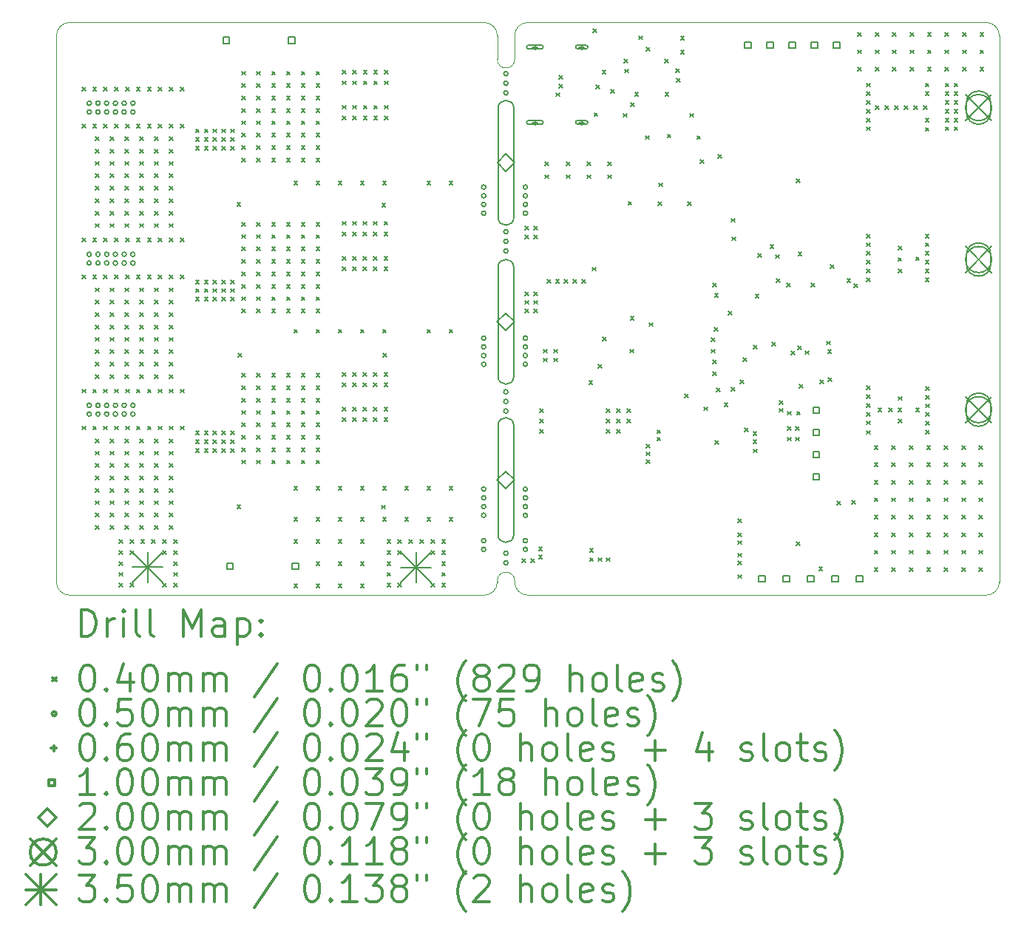
<source format=gbr>
%FSLAX45Y45*%
G04 Gerber Fmt 4.5, Leading zero omitted, Abs format (unit mm)*
G04 Created by KiCad (PCBNEW (5.1.8)-1) date 2021-01-30 00:08:28*
%MOMM*%
%LPD*%
G01*
G04 APERTURE LIST*
%TA.AperFunction,Profile*%
%ADD10C,0.050000*%
%TD*%
%ADD11C,0.200000*%
%ADD12C,0.300000*%
G04 APERTURE END LIST*
D10*
X14715990Y-12666000D02*
G75*
G02*
X14915990Y-12666000I100000J0D01*
G01*
X14916003Y-6690000D02*
G75*
G02*
X14716003Y-6690000I-100000J0D01*
G01*
X14916003Y-6690000D02*
X14916003Y-6419003D01*
X14716003Y-6419003D02*
X14716010Y-6690000D01*
X14916000Y-12678997D02*
X14915990Y-12666000D01*
X14715990Y-12666000D02*
X14716000Y-12678997D01*
X14716000Y-12678997D02*
G75*
G02*
X14565997Y-12829000I-150003J0D01*
G01*
X9818500Y-12829000D02*
G75*
G02*
X9668497Y-12678997I0J150003D01*
G01*
X9668497Y-6419003D02*
G75*
G02*
X9818500Y-6269000I150003J0D01*
G01*
X14566000Y-6269000D02*
G75*
G02*
X14716003Y-6419003I0J-150003D01*
G01*
X9818500Y-12829000D02*
X14565997Y-12829000D01*
X9668497Y-6419003D02*
X9668497Y-12678997D01*
X14566000Y-6269000D02*
X9818500Y-6269000D01*
X20315500Y-6269000D02*
G75*
G02*
X20465503Y-6419003I0J-150003D01*
G01*
X20465500Y-12679000D02*
G75*
G02*
X20315497Y-12829003I-150003J0D01*
G01*
X15066003Y-12829000D02*
G75*
G02*
X14916000Y-12678997I0J150003D01*
G01*
X14916000Y-6419000D02*
G75*
G02*
X15066003Y-6268997I150003J0D01*
G01*
X20465500Y-12679000D02*
X20465503Y-6419003D01*
X15066003Y-12829000D02*
X20315497Y-12829003D01*
X20315500Y-6269000D02*
X15066003Y-6268997D01*
D11*
X9961000Y-7009000D02*
X10001000Y-7049000D01*
X10001000Y-7009000D02*
X9961000Y-7049000D01*
X9961000Y-7434000D02*
X10001000Y-7474000D01*
X10001000Y-7434000D02*
X9961000Y-7474000D01*
X9961000Y-8739000D02*
X10001000Y-8779000D01*
X10001000Y-8739000D02*
X9961000Y-8779000D01*
X9961000Y-9164000D02*
X10001000Y-9204000D01*
X10001000Y-9164000D02*
X9961000Y-9204000D01*
X9961000Y-10469000D02*
X10001000Y-10509000D01*
X10001000Y-10469000D02*
X9961000Y-10509000D01*
X9961000Y-10894000D02*
X10001000Y-10934000D01*
X10001000Y-10894000D02*
X9961000Y-10934000D01*
X10086000Y-7009000D02*
X10126000Y-7049000D01*
X10126000Y-7009000D02*
X10086000Y-7049000D01*
X10086000Y-7434000D02*
X10126000Y-7474000D01*
X10126000Y-7434000D02*
X10086000Y-7474000D01*
X10086000Y-8739000D02*
X10126000Y-8779000D01*
X10126000Y-8739000D02*
X10086000Y-8779000D01*
X10086000Y-9164000D02*
X10126000Y-9204000D01*
X10126000Y-9164000D02*
X10086000Y-9204000D01*
X10086000Y-10469000D02*
X10126000Y-10509000D01*
X10126000Y-10469000D02*
X10086000Y-10509000D01*
X10086000Y-10894000D02*
X10126000Y-10934000D01*
X10126000Y-10894000D02*
X10086000Y-10934000D01*
X10113500Y-7579000D02*
X10153500Y-7619000D01*
X10153500Y-7579000D02*
X10113500Y-7619000D01*
X10113500Y-7721000D02*
X10153500Y-7761000D01*
X10153500Y-7721000D02*
X10113500Y-7761000D01*
X10113500Y-7863000D02*
X10153500Y-7903000D01*
X10153500Y-7863000D02*
X10113500Y-7903000D01*
X10113500Y-8005000D02*
X10153500Y-8045000D01*
X10153500Y-8005000D02*
X10113500Y-8045000D01*
X10113500Y-8147000D02*
X10153500Y-8187000D01*
X10153500Y-8147000D02*
X10113500Y-8187000D01*
X10113500Y-8289000D02*
X10153500Y-8329000D01*
X10153500Y-8289000D02*
X10113500Y-8329000D01*
X10113500Y-8431000D02*
X10153500Y-8471000D01*
X10153500Y-8431000D02*
X10113500Y-8471000D01*
X10113500Y-8573000D02*
X10153500Y-8613000D01*
X10153500Y-8573000D02*
X10113500Y-8613000D01*
X10113500Y-9309000D02*
X10153500Y-9349000D01*
X10153500Y-9309000D02*
X10113500Y-9349000D01*
X10113500Y-9451000D02*
X10153500Y-9491000D01*
X10153500Y-9451000D02*
X10113500Y-9491000D01*
X10113500Y-9593000D02*
X10153500Y-9633000D01*
X10153500Y-9593000D02*
X10113500Y-9633000D01*
X10113500Y-9735000D02*
X10153500Y-9775000D01*
X10153500Y-9735000D02*
X10113500Y-9775000D01*
X10113500Y-9877000D02*
X10153500Y-9917000D01*
X10153500Y-9877000D02*
X10113500Y-9917000D01*
X10113500Y-10019000D02*
X10153500Y-10059000D01*
X10153500Y-10019000D02*
X10113500Y-10059000D01*
X10113500Y-10161000D02*
X10153500Y-10201000D01*
X10153500Y-10161000D02*
X10113500Y-10201000D01*
X10113500Y-10303000D02*
X10153500Y-10343000D01*
X10153500Y-10303000D02*
X10113500Y-10343000D01*
X10113500Y-11039000D02*
X10153500Y-11079000D01*
X10153500Y-11039000D02*
X10113500Y-11079000D01*
X10113500Y-11181000D02*
X10153500Y-11221000D01*
X10153500Y-11181000D02*
X10113500Y-11221000D01*
X10113500Y-11323000D02*
X10153500Y-11363000D01*
X10153500Y-11323000D02*
X10113500Y-11363000D01*
X10113500Y-11465000D02*
X10153500Y-11505000D01*
X10153500Y-11465000D02*
X10113500Y-11505000D01*
X10113500Y-11607000D02*
X10153500Y-11647000D01*
X10153500Y-11607000D02*
X10113500Y-11647000D01*
X10113500Y-11749000D02*
X10153500Y-11789000D01*
X10153500Y-11749000D02*
X10113500Y-11789000D01*
X10113500Y-11891000D02*
X10153500Y-11931000D01*
X10153500Y-11891000D02*
X10113500Y-11931000D01*
X10113500Y-12033000D02*
X10153500Y-12073000D01*
X10153500Y-12033000D02*
X10113500Y-12073000D01*
X10211000Y-7009000D02*
X10251000Y-7049000D01*
X10251000Y-7009000D02*
X10211000Y-7049000D01*
X10211000Y-7434000D02*
X10251000Y-7474000D01*
X10251000Y-7434000D02*
X10211000Y-7474000D01*
X10211000Y-8739000D02*
X10251000Y-8779000D01*
X10251000Y-8739000D02*
X10211000Y-8779000D01*
X10211000Y-9164000D02*
X10251000Y-9204000D01*
X10251000Y-9164000D02*
X10211000Y-9204000D01*
X10211000Y-10469000D02*
X10251000Y-10509000D01*
X10251000Y-10469000D02*
X10211000Y-10509000D01*
X10211000Y-10894000D02*
X10251000Y-10934000D01*
X10251000Y-10894000D02*
X10211000Y-10934000D01*
X10283500Y-7579000D02*
X10323500Y-7619000D01*
X10323500Y-7579000D02*
X10283500Y-7619000D01*
X10283500Y-7721000D02*
X10323500Y-7761000D01*
X10323500Y-7721000D02*
X10283500Y-7761000D01*
X10283500Y-7863000D02*
X10323500Y-7903000D01*
X10323500Y-7863000D02*
X10283500Y-7903000D01*
X10283500Y-8005000D02*
X10323500Y-8045000D01*
X10323500Y-8005000D02*
X10283500Y-8045000D01*
X10283500Y-8147000D02*
X10323500Y-8187000D01*
X10323500Y-8147000D02*
X10283500Y-8187000D01*
X10283500Y-8289000D02*
X10323500Y-8329000D01*
X10323500Y-8289000D02*
X10283500Y-8329000D01*
X10283500Y-8431000D02*
X10323500Y-8471000D01*
X10323500Y-8431000D02*
X10283500Y-8471000D01*
X10283500Y-8573000D02*
X10323500Y-8613000D01*
X10323500Y-8573000D02*
X10283500Y-8613000D01*
X10283500Y-9309000D02*
X10323500Y-9349000D01*
X10323500Y-9309000D02*
X10283500Y-9349000D01*
X10283500Y-9451000D02*
X10323500Y-9491000D01*
X10323500Y-9451000D02*
X10283500Y-9491000D01*
X10283500Y-9593000D02*
X10323500Y-9633000D01*
X10323500Y-9593000D02*
X10283500Y-9633000D01*
X10283500Y-9735000D02*
X10323500Y-9775000D01*
X10323500Y-9735000D02*
X10283500Y-9775000D01*
X10283500Y-9877000D02*
X10323500Y-9917000D01*
X10323500Y-9877000D02*
X10283500Y-9917000D01*
X10283500Y-10019000D02*
X10323500Y-10059000D01*
X10323500Y-10019000D02*
X10283500Y-10059000D01*
X10283500Y-10161000D02*
X10323500Y-10201000D01*
X10323500Y-10161000D02*
X10283500Y-10201000D01*
X10283500Y-10303000D02*
X10323500Y-10343000D01*
X10323500Y-10303000D02*
X10283500Y-10343000D01*
X10283500Y-11039000D02*
X10323500Y-11079000D01*
X10323500Y-11039000D02*
X10283500Y-11079000D01*
X10283500Y-11181000D02*
X10323500Y-11221000D01*
X10323500Y-11181000D02*
X10283500Y-11221000D01*
X10283500Y-11323000D02*
X10323500Y-11363000D01*
X10323500Y-11323000D02*
X10283500Y-11363000D01*
X10283500Y-11465000D02*
X10323500Y-11505000D01*
X10323500Y-11465000D02*
X10283500Y-11505000D01*
X10283500Y-11607000D02*
X10323500Y-11647000D01*
X10323500Y-11607000D02*
X10283500Y-11647000D01*
X10283500Y-11749000D02*
X10323500Y-11789000D01*
X10323500Y-11749000D02*
X10283500Y-11789000D01*
X10283500Y-11891000D02*
X10323500Y-11931000D01*
X10323500Y-11891000D02*
X10283500Y-11931000D01*
X10283500Y-12033000D02*
X10323500Y-12073000D01*
X10323500Y-12033000D02*
X10283500Y-12073000D01*
X10336000Y-7009000D02*
X10376000Y-7049000D01*
X10376000Y-7009000D02*
X10336000Y-7049000D01*
X10336000Y-7434000D02*
X10376000Y-7474000D01*
X10376000Y-7434000D02*
X10336000Y-7474000D01*
X10336000Y-8739000D02*
X10376000Y-8779000D01*
X10376000Y-8739000D02*
X10336000Y-8779000D01*
X10336000Y-9164000D02*
X10376000Y-9204000D01*
X10376000Y-9164000D02*
X10336000Y-9204000D01*
X10336000Y-10469000D02*
X10376000Y-10509000D01*
X10376000Y-10469000D02*
X10336000Y-10509000D01*
X10336000Y-10894000D02*
X10376000Y-10934000D01*
X10376000Y-10894000D02*
X10336000Y-10934000D01*
X10386000Y-12194000D02*
X10426000Y-12234000D01*
X10426000Y-12194000D02*
X10386000Y-12234000D01*
X10386000Y-12319000D02*
X10426000Y-12359000D01*
X10426000Y-12319000D02*
X10386000Y-12359000D01*
X10386000Y-12444000D02*
X10426000Y-12484000D01*
X10426000Y-12444000D02*
X10386000Y-12484000D01*
X10386000Y-12569000D02*
X10426000Y-12609000D01*
X10426000Y-12569000D02*
X10386000Y-12609000D01*
X10386000Y-12694000D02*
X10426000Y-12734000D01*
X10426000Y-12694000D02*
X10386000Y-12734000D01*
X10453500Y-7579000D02*
X10493500Y-7619000D01*
X10493500Y-7579000D02*
X10453500Y-7619000D01*
X10453500Y-7721000D02*
X10493500Y-7761000D01*
X10493500Y-7721000D02*
X10453500Y-7761000D01*
X10453500Y-7863000D02*
X10493500Y-7903000D01*
X10493500Y-7863000D02*
X10453500Y-7903000D01*
X10453500Y-8005000D02*
X10493500Y-8045000D01*
X10493500Y-8005000D02*
X10453500Y-8045000D01*
X10453500Y-8147000D02*
X10493500Y-8187000D01*
X10493500Y-8147000D02*
X10453500Y-8187000D01*
X10453500Y-8289000D02*
X10493500Y-8329000D01*
X10493500Y-8289000D02*
X10453500Y-8329000D01*
X10453500Y-8431000D02*
X10493500Y-8471000D01*
X10493500Y-8431000D02*
X10453500Y-8471000D01*
X10453500Y-8573000D02*
X10493500Y-8613000D01*
X10493500Y-8573000D02*
X10453500Y-8613000D01*
X10453500Y-9309000D02*
X10493500Y-9349000D01*
X10493500Y-9309000D02*
X10453500Y-9349000D01*
X10453500Y-9451000D02*
X10493500Y-9491000D01*
X10493500Y-9451000D02*
X10453500Y-9491000D01*
X10453500Y-9593000D02*
X10493500Y-9633000D01*
X10493500Y-9593000D02*
X10453500Y-9633000D01*
X10453500Y-9735000D02*
X10493500Y-9775000D01*
X10493500Y-9735000D02*
X10453500Y-9775000D01*
X10453500Y-9877000D02*
X10493500Y-9917000D01*
X10493500Y-9877000D02*
X10453500Y-9917000D01*
X10453500Y-10019000D02*
X10493500Y-10059000D01*
X10493500Y-10019000D02*
X10453500Y-10059000D01*
X10453500Y-10161000D02*
X10493500Y-10201000D01*
X10493500Y-10161000D02*
X10453500Y-10201000D01*
X10453500Y-10303000D02*
X10493500Y-10343000D01*
X10493500Y-10303000D02*
X10453500Y-10343000D01*
X10453500Y-11039000D02*
X10493500Y-11079000D01*
X10493500Y-11039000D02*
X10453500Y-11079000D01*
X10453500Y-11181000D02*
X10493500Y-11221000D01*
X10493500Y-11181000D02*
X10453500Y-11221000D01*
X10453500Y-11323000D02*
X10493500Y-11363000D01*
X10493500Y-11323000D02*
X10453500Y-11363000D01*
X10453500Y-11465000D02*
X10493500Y-11505000D01*
X10493500Y-11465000D02*
X10453500Y-11505000D01*
X10453500Y-11607000D02*
X10493500Y-11647000D01*
X10493500Y-11607000D02*
X10453500Y-11647000D01*
X10453500Y-11749000D02*
X10493500Y-11789000D01*
X10493500Y-11749000D02*
X10453500Y-11789000D01*
X10453500Y-11891000D02*
X10493500Y-11931000D01*
X10493500Y-11891000D02*
X10453500Y-11931000D01*
X10453500Y-12033000D02*
X10493500Y-12073000D01*
X10493500Y-12033000D02*
X10453500Y-12073000D01*
X10461000Y-7009000D02*
X10501000Y-7049000D01*
X10501000Y-7009000D02*
X10461000Y-7049000D01*
X10461000Y-7434000D02*
X10501000Y-7474000D01*
X10501000Y-7434000D02*
X10461000Y-7474000D01*
X10461000Y-8739000D02*
X10501000Y-8779000D01*
X10501000Y-8739000D02*
X10461000Y-8779000D01*
X10461000Y-9164000D02*
X10501000Y-9204000D01*
X10501000Y-9164000D02*
X10461000Y-9204000D01*
X10461000Y-10469000D02*
X10501000Y-10509000D01*
X10501000Y-10469000D02*
X10461000Y-10509000D01*
X10461000Y-10894000D02*
X10501000Y-10934000D01*
X10501000Y-10894000D02*
X10461000Y-10934000D01*
X10511000Y-12194000D02*
X10551000Y-12234000D01*
X10551000Y-12194000D02*
X10511000Y-12234000D01*
X10511000Y-12319000D02*
X10551000Y-12359000D01*
X10551000Y-12319000D02*
X10511000Y-12359000D01*
X10511000Y-12694000D02*
X10551000Y-12734000D01*
X10551000Y-12694000D02*
X10511000Y-12734000D01*
X10586000Y-7009000D02*
X10626000Y-7049000D01*
X10626000Y-7009000D02*
X10586000Y-7049000D01*
X10586000Y-7434000D02*
X10626000Y-7474000D01*
X10626000Y-7434000D02*
X10586000Y-7474000D01*
X10586000Y-8739000D02*
X10626000Y-8779000D01*
X10626000Y-8739000D02*
X10586000Y-8779000D01*
X10586000Y-9164000D02*
X10626000Y-9204000D01*
X10626000Y-9164000D02*
X10586000Y-9204000D01*
X10586000Y-10469000D02*
X10626000Y-10509000D01*
X10626000Y-10469000D02*
X10586000Y-10509000D01*
X10586000Y-10894000D02*
X10626000Y-10934000D01*
X10626000Y-10894000D02*
X10586000Y-10934000D01*
X10623500Y-7579000D02*
X10663500Y-7619000D01*
X10663500Y-7579000D02*
X10623500Y-7619000D01*
X10623500Y-7721000D02*
X10663500Y-7761000D01*
X10663500Y-7721000D02*
X10623500Y-7761000D01*
X10623500Y-7863000D02*
X10663500Y-7903000D01*
X10663500Y-7863000D02*
X10623500Y-7903000D01*
X10623500Y-8005000D02*
X10663500Y-8045000D01*
X10663500Y-8005000D02*
X10623500Y-8045000D01*
X10623500Y-8147000D02*
X10663500Y-8187000D01*
X10663500Y-8147000D02*
X10623500Y-8187000D01*
X10623500Y-8289000D02*
X10663500Y-8329000D01*
X10663500Y-8289000D02*
X10623500Y-8329000D01*
X10623500Y-8431000D02*
X10663500Y-8471000D01*
X10663500Y-8431000D02*
X10623500Y-8471000D01*
X10623500Y-8573000D02*
X10663500Y-8613000D01*
X10663500Y-8573000D02*
X10623500Y-8613000D01*
X10623500Y-9309000D02*
X10663500Y-9349000D01*
X10663500Y-9309000D02*
X10623500Y-9349000D01*
X10623500Y-9451000D02*
X10663500Y-9491000D01*
X10663500Y-9451000D02*
X10623500Y-9491000D01*
X10623500Y-9593000D02*
X10663500Y-9633000D01*
X10663500Y-9593000D02*
X10623500Y-9633000D01*
X10623500Y-9735000D02*
X10663500Y-9775000D01*
X10663500Y-9735000D02*
X10623500Y-9775000D01*
X10623500Y-9877000D02*
X10663500Y-9917000D01*
X10663500Y-9877000D02*
X10623500Y-9917000D01*
X10623500Y-10019000D02*
X10663500Y-10059000D01*
X10663500Y-10019000D02*
X10623500Y-10059000D01*
X10623500Y-10161000D02*
X10663500Y-10201000D01*
X10663500Y-10161000D02*
X10623500Y-10201000D01*
X10623500Y-10303000D02*
X10663500Y-10343000D01*
X10663500Y-10303000D02*
X10623500Y-10343000D01*
X10623500Y-11039000D02*
X10663500Y-11079000D01*
X10663500Y-11039000D02*
X10623500Y-11079000D01*
X10623500Y-11181000D02*
X10663500Y-11221000D01*
X10663500Y-11181000D02*
X10623500Y-11221000D01*
X10623500Y-11323000D02*
X10663500Y-11363000D01*
X10663500Y-11323000D02*
X10623500Y-11363000D01*
X10623500Y-11465000D02*
X10663500Y-11505000D01*
X10663500Y-11465000D02*
X10623500Y-11505000D01*
X10623500Y-11607000D02*
X10663500Y-11647000D01*
X10663500Y-11607000D02*
X10623500Y-11647000D01*
X10623500Y-11749000D02*
X10663500Y-11789000D01*
X10663500Y-11749000D02*
X10623500Y-11789000D01*
X10623500Y-11891000D02*
X10663500Y-11931000D01*
X10663500Y-11891000D02*
X10623500Y-11931000D01*
X10623500Y-12033000D02*
X10663500Y-12073000D01*
X10663500Y-12033000D02*
X10623500Y-12073000D01*
X10636000Y-12194000D02*
X10676000Y-12234000D01*
X10676000Y-12194000D02*
X10636000Y-12234000D01*
X10711000Y-7009000D02*
X10751000Y-7049000D01*
X10751000Y-7009000D02*
X10711000Y-7049000D01*
X10711000Y-7434000D02*
X10751000Y-7474000D01*
X10751000Y-7434000D02*
X10711000Y-7474000D01*
X10711000Y-8739000D02*
X10751000Y-8779000D01*
X10751000Y-8739000D02*
X10711000Y-8779000D01*
X10711000Y-9164000D02*
X10751000Y-9204000D01*
X10751000Y-9164000D02*
X10711000Y-9204000D01*
X10711000Y-10469000D02*
X10751000Y-10509000D01*
X10751000Y-10469000D02*
X10711000Y-10509000D01*
X10711000Y-10894000D02*
X10751000Y-10934000D01*
X10751000Y-10894000D02*
X10711000Y-10934000D01*
X10761000Y-12194000D02*
X10801000Y-12234000D01*
X10801000Y-12194000D02*
X10761000Y-12234000D01*
X10793500Y-7579000D02*
X10833500Y-7619000D01*
X10833500Y-7579000D02*
X10793500Y-7619000D01*
X10793500Y-7721000D02*
X10833500Y-7761000D01*
X10833500Y-7721000D02*
X10793500Y-7761000D01*
X10793500Y-7863000D02*
X10833500Y-7903000D01*
X10833500Y-7863000D02*
X10793500Y-7903000D01*
X10793500Y-8005000D02*
X10833500Y-8045000D01*
X10833500Y-8005000D02*
X10793500Y-8045000D01*
X10793500Y-8147000D02*
X10833500Y-8187000D01*
X10833500Y-8147000D02*
X10793500Y-8187000D01*
X10793500Y-8289000D02*
X10833500Y-8329000D01*
X10833500Y-8289000D02*
X10793500Y-8329000D01*
X10793500Y-8431000D02*
X10833500Y-8471000D01*
X10833500Y-8431000D02*
X10793500Y-8471000D01*
X10793500Y-8573000D02*
X10833500Y-8613000D01*
X10833500Y-8573000D02*
X10793500Y-8613000D01*
X10793500Y-9309000D02*
X10833500Y-9349000D01*
X10833500Y-9309000D02*
X10793500Y-9349000D01*
X10793500Y-9451000D02*
X10833500Y-9491000D01*
X10833500Y-9451000D02*
X10793500Y-9491000D01*
X10793500Y-9593000D02*
X10833500Y-9633000D01*
X10833500Y-9593000D02*
X10793500Y-9633000D01*
X10793500Y-9735000D02*
X10833500Y-9775000D01*
X10833500Y-9735000D02*
X10793500Y-9775000D01*
X10793500Y-9877000D02*
X10833500Y-9917000D01*
X10833500Y-9877000D02*
X10793500Y-9917000D01*
X10793500Y-10019000D02*
X10833500Y-10059000D01*
X10833500Y-10019000D02*
X10793500Y-10059000D01*
X10793500Y-10161000D02*
X10833500Y-10201000D01*
X10833500Y-10161000D02*
X10793500Y-10201000D01*
X10793500Y-10303000D02*
X10833500Y-10343000D01*
X10833500Y-10303000D02*
X10793500Y-10343000D01*
X10793500Y-11039000D02*
X10833500Y-11079000D01*
X10833500Y-11039000D02*
X10793500Y-11079000D01*
X10793500Y-11181000D02*
X10833500Y-11221000D01*
X10833500Y-11181000D02*
X10793500Y-11221000D01*
X10793500Y-11323000D02*
X10833500Y-11363000D01*
X10833500Y-11323000D02*
X10793500Y-11363000D01*
X10793500Y-11465000D02*
X10833500Y-11505000D01*
X10833500Y-11465000D02*
X10793500Y-11505000D01*
X10793500Y-11607000D02*
X10833500Y-11647000D01*
X10833500Y-11607000D02*
X10793500Y-11647000D01*
X10793500Y-11749000D02*
X10833500Y-11789000D01*
X10833500Y-11749000D02*
X10793500Y-11789000D01*
X10793500Y-11891000D02*
X10833500Y-11931000D01*
X10833500Y-11891000D02*
X10793500Y-11931000D01*
X10793500Y-12033000D02*
X10833500Y-12073000D01*
X10833500Y-12033000D02*
X10793500Y-12073000D01*
X10836000Y-7009000D02*
X10876000Y-7049000D01*
X10876000Y-7009000D02*
X10836000Y-7049000D01*
X10836000Y-7434000D02*
X10876000Y-7474000D01*
X10876000Y-7434000D02*
X10836000Y-7474000D01*
X10836000Y-8739000D02*
X10876000Y-8779000D01*
X10876000Y-8739000D02*
X10836000Y-8779000D01*
X10836000Y-9164000D02*
X10876000Y-9204000D01*
X10876000Y-9164000D02*
X10836000Y-9204000D01*
X10836000Y-10469000D02*
X10876000Y-10509000D01*
X10876000Y-10469000D02*
X10836000Y-10509000D01*
X10836000Y-10894000D02*
X10876000Y-10934000D01*
X10876000Y-10894000D02*
X10836000Y-10934000D01*
X10886000Y-12194000D02*
X10926000Y-12234000D01*
X10926000Y-12194000D02*
X10886000Y-12234000D01*
X10886000Y-12319000D02*
X10926000Y-12359000D01*
X10926000Y-12319000D02*
X10886000Y-12359000D01*
X10886000Y-12694000D02*
X10926000Y-12734000D01*
X10926000Y-12694000D02*
X10886000Y-12734000D01*
X10961000Y-7009000D02*
X11001000Y-7049000D01*
X11001000Y-7009000D02*
X10961000Y-7049000D01*
X10961000Y-7434000D02*
X11001000Y-7474000D01*
X11001000Y-7434000D02*
X10961000Y-7474000D01*
X10961000Y-8739000D02*
X11001000Y-8779000D01*
X11001000Y-8739000D02*
X10961000Y-8779000D01*
X10961000Y-9164000D02*
X11001000Y-9204000D01*
X11001000Y-9164000D02*
X10961000Y-9204000D01*
X10961000Y-10469000D02*
X11001000Y-10509000D01*
X11001000Y-10469000D02*
X10961000Y-10509000D01*
X10961000Y-10894000D02*
X11001000Y-10934000D01*
X11001000Y-10894000D02*
X10961000Y-10934000D01*
X10963500Y-7579000D02*
X11003500Y-7619000D01*
X11003500Y-7579000D02*
X10963500Y-7619000D01*
X10963500Y-7721000D02*
X11003500Y-7761000D01*
X11003500Y-7721000D02*
X10963500Y-7761000D01*
X10963500Y-7863000D02*
X11003500Y-7903000D01*
X11003500Y-7863000D02*
X10963500Y-7903000D01*
X10963500Y-8005000D02*
X11003500Y-8045000D01*
X11003500Y-8005000D02*
X10963500Y-8045000D01*
X10963500Y-8147000D02*
X11003500Y-8187000D01*
X11003500Y-8147000D02*
X10963500Y-8187000D01*
X10963500Y-8289000D02*
X11003500Y-8329000D01*
X11003500Y-8289000D02*
X10963500Y-8329000D01*
X10963500Y-8431000D02*
X11003500Y-8471000D01*
X11003500Y-8431000D02*
X10963500Y-8471000D01*
X10963500Y-8573000D02*
X11003500Y-8613000D01*
X11003500Y-8573000D02*
X10963500Y-8613000D01*
X10963500Y-9309000D02*
X11003500Y-9349000D01*
X11003500Y-9309000D02*
X10963500Y-9349000D01*
X10963500Y-9451000D02*
X11003500Y-9491000D01*
X11003500Y-9451000D02*
X10963500Y-9491000D01*
X10963500Y-9593000D02*
X11003500Y-9633000D01*
X11003500Y-9593000D02*
X10963500Y-9633000D01*
X10963500Y-9735000D02*
X11003500Y-9775000D01*
X11003500Y-9735000D02*
X10963500Y-9775000D01*
X10963500Y-9877000D02*
X11003500Y-9917000D01*
X11003500Y-9877000D02*
X10963500Y-9917000D01*
X10963500Y-10019000D02*
X11003500Y-10059000D01*
X11003500Y-10019000D02*
X10963500Y-10059000D01*
X10963500Y-10161000D02*
X11003500Y-10201000D01*
X11003500Y-10161000D02*
X10963500Y-10201000D01*
X10963500Y-10303000D02*
X11003500Y-10343000D01*
X11003500Y-10303000D02*
X10963500Y-10343000D01*
X10963500Y-11039000D02*
X11003500Y-11079000D01*
X11003500Y-11039000D02*
X10963500Y-11079000D01*
X10963500Y-11181000D02*
X11003500Y-11221000D01*
X11003500Y-11181000D02*
X10963500Y-11221000D01*
X10963500Y-11323000D02*
X11003500Y-11363000D01*
X11003500Y-11323000D02*
X10963500Y-11363000D01*
X10963500Y-11465000D02*
X11003500Y-11505000D01*
X11003500Y-11465000D02*
X10963500Y-11505000D01*
X10963500Y-11607000D02*
X11003500Y-11647000D01*
X11003500Y-11607000D02*
X10963500Y-11647000D01*
X10963500Y-11749000D02*
X11003500Y-11789000D01*
X11003500Y-11749000D02*
X10963500Y-11789000D01*
X10963500Y-11891000D02*
X11003500Y-11931000D01*
X11003500Y-11891000D02*
X10963500Y-11931000D01*
X10963500Y-12033000D02*
X11003500Y-12073000D01*
X11003500Y-12033000D02*
X10963500Y-12073000D01*
X11011000Y-12194000D02*
X11051000Y-12234000D01*
X11051000Y-12194000D02*
X11011000Y-12234000D01*
X11011000Y-12319000D02*
X11051000Y-12359000D01*
X11051000Y-12319000D02*
X11011000Y-12359000D01*
X11011000Y-12444000D02*
X11051000Y-12484000D01*
X11051000Y-12444000D02*
X11011000Y-12484000D01*
X11011000Y-12569000D02*
X11051000Y-12609000D01*
X11051000Y-12569000D02*
X11011000Y-12609000D01*
X11011000Y-12694000D02*
X11051000Y-12734000D01*
X11051000Y-12694000D02*
X11011000Y-12734000D01*
X11086000Y-7009000D02*
X11126000Y-7049000D01*
X11126000Y-7009000D02*
X11086000Y-7049000D01*
X11086000Y-7434000D02*
X11126000Y-7474000D01*
X11126000Y-7434000D02*
X11086000Y-7474000D01*
X11086000Y-8739000D02*
X11126000Y-8779000D01*
X11126000Y-8739000D02*
X11086000Y-8779000D01*
X11086000Y-9164000D02*
X11126000Y-9204000D01*
X11126000Y-9164000D02*
X11086000Y-9204000D01*
X11086000Y-10469000D02*
X11126000Y-10509000D01*
X11126000Y-10469000D02*
X11086000Y-10509000D01*
X11086000Y-10894000D02*
X11126000Y-10934000D01*
X11126000Y-10894000D02*
X11086000Y-10934000D01*
X11263500Y-7489000D02*
X11303500Y-7529000D01*
X11303500Y-7489000D02*
X11263500Y-7529000D01*
X11263500Y-7589000D02*
X11303500Y-7629000D01*
X11303500Y-7589000D02*
X11263500Y-7629000D01*
X11263500Y-7689000D02*
X11303500Y-7729000D01*
X11303500Y-7689000D02*
X11263500Y-7729000D01*
X11263500Y-9219000D02*
X11303500Y-9259000D01*
X11303500Y-9219000D02*
X11263500Y-9259000D01*
X11263500Y-9319000D02*
X11303500Y-9359000D01*
X11303500Y-9319000D02*
X11263500Y-9359000D01*
X11263500Y-9419000D02*
X11303500Y-9459000D01*
X11303500Y-9419000D02*
X11263500Y-9459000D01*
X11263500Y-10949000D02*
X11303500Y-10989000D01*
X11303500Y-10949000D02*
X11263500Y-10989000D01*
X11263500Y-11049000D02*
X11303500Y-11089000D01*
X11303500Y-11049000D02*
X11263500Y-11089000D01*
X11263500Y-11149000D02*
X11303500Y-11189000D01*
X11303500Y-11149000D02*
X11263500Y-11189000D01*
X11363500Y-7489000D02*
X11403500Y-7529000D01*
X11403500Y-7489000D02*
X11363500Y-7529000D01*
X11363500Y-7589000D02*
X11403500Y-7629000D01*
X11403500Y-7589000D02*
X11363500Y-7629000D01*
X11363500Y-7689000D02*
X11403500Y-7729000D01*
X11403500Y-7689000D02*
X11363500Y-7729000D01*
X11363500Y-9219000D02*
X11403500Y-9259000D01*
X11403500Y-9219000D02*
X11363500Y-9259000D01*
X11363500Y-9319000D02*
X11403500Y-9359000D01*
X11403500Y-9319000D02*
X11363500Y-9359000D01*
X11363500Y-9419000D02*
X11403500Y-9459000D01*
X11403500Y-9419000D02*
X11363500Y-9459000D01*
X11363500Y-10949000D02*
X11403500Y-10989000D01*
X11403500Y-10949000D02*
X11363500Y-10989000D01*
X11363500Y-11049000D02*
X11403500Y-11089000D01*
X11403500Y-11049000D02*
X11363500Y-11089000D01*
X11363500Y-11149000D02*
X11403500Y-11189000D01*
X11403500Y-11149000D02*
X11363500Y-11189000D01*
X11463500Y-7489000D02*
X11503500Y-7529000D01*
X11503500Y-7489000D02*
X11463500Y-7529000D01*
X11463500Y-7589000D02*
X11503500Y-7629000D01*
X11503500Y-7589000D02*
X11463500Y-7629000D01*
X11463500Y-7689000D02*
X11503500Y-7729000D01*
X11503500Y-7689000D02*
X11463500Y-7729000D01*
X11463500Y-9219000D02*
X11503500Y-9259000D01*
X11503500Y-9219000D02*
X11463500Y-9259000D01*
X11463500Y-9319000D02*
X11503500Y-9359000D01*
X11503500Y-9319000D02*
X11463500Y-9359000D01*
X11463500Y-9419000D02*
X11503500Y-9459000D01*
X11503500Y-9419000D02*
X11463500Y-9459000D01*
X11463500Y-10949000D02*
X11503500Y-10989000D01*
X11503500Y-10949000D02*
X11463500Y-10989000D01*
X11463500Y-11049000D02*
X11503500Y-11089000D01*
X11503500Y-11049000D02*
X11463500Y-11089000D01*
X11463500Y-11149000D02*
X11503500Y-11189000D01*
X11503500Y-11149000D02*
X11463500Y-11189000D01*
X11563500Y-7489000D02*
X11603500Y-7529000D01*
X11603500Y-7489000D02*
X11563500Y-7529000D01*
X11563500Y-7589000D02*
X11603500Y-7629000D01*
X11603500Y-7589000D02*
X11563500Y-7629000D01*
X11563500Y-7689000D02*
X11603500Y-7729000D01*
X11603500Y-7689000D02*
X11563500Y-7729000D01*
X11563500Y-9219000D02*
X11603500Y-9259000D01*
X11603500Y-9219000D02*
X11563500Y-9259000D01*
X11563500Y-9319000D02*
X11603500Y-9359000D01*
X11603500Y-9319000D02*
X11563500Y-9359000D01*
X11563500Y-9419000D02*
X11603500Y-9459000D01*
X11603500Y-9419000D02*
X11563500Y-9459000D01*
X11563500Y-10949000D02*
X11603500Y-10989000D01*
X11603500Y-10949000D02*
X11563500Y-10989000D01*
X11563500Y-11049000D02*
X11603500Y-11089000D01*
X11603500Y-11049000D02*
X11563500Y-11089000D01*
X11563500Y-11149000D02*
X11603500Y-11189000D01*
X11603500Y-11149000D02*
X11563500Y-11189000D01*
X11663500Y-7489000D02*
X11703500Y-7529000D01*
X11703500Y-7489000D02*
X11663500Y-7529000D01*
X11663500Y-7589000D02*
X11703500Y-7629000D01*
X11703500Y-7589000D02*
X11663500Y-7629000D01*
X11663500Y-7689000D02*
X11703500Y-7729000D01*
X11703500Y-7689000D02*
X11663500Y-7729000D01*
X11663500Y-9219000D02*
X11703500Y-9259000D01*
X11703500Y-9219000D02*
X11663500Y-9259000D01*
X11663500Y-9319000D02*
X11703500Y-9359000D01*
X11703500Y-9319000D02*
X11663500Y-9359000D01*
X11663500Y-9419000D02*
X11703500Y-9459000D01*
X11703500Y-9419000D02*
X11663500Y-9459000D01*
X11663500Y-10949000D02*
X11703500Y-10989000D01*
X11703500Y-10949000D02*
X11663500Y-10989000D01*
X11663500Y-11049000D02*
X11703500Y-11089000D01*
X11703500Y-11049000D02*
X11663500Y-11089000D01*
X11663500Y-11149000D02*
X11703500Y-11189000D01*
X11703500Y-11149000D02*
X11663500Y-11189000D01*
X11737500Y-8333000D02*
X11777500Y-8373000D01*
X11777500Y-8333000D02*
X11737500Y-8373000D01*
X11737500Y-11793000D02*
X11777500Y-11833000D01*
X11777500Y-11793000D02*
X11737500Y-11833000D01*
X11748500Y-10061500D02*
X11788500Y-10101500D01*
X11788500Y-10061500D02*
X11748500Y-10101500D01*
X11793500Y-6829000D02*
X11833500Y-6869000D01*
X11833500Y-6829000D02*
X11793500Y-6869000D01*
X11793500Y-6971000D02*
X11833500Y-7011000D01*
X11833500Y-6971000D02*
X11793500Y-7011000D01*
X11793500Y-7113000D02*
X11833500Y-7153000D01*
X11833500Y-7113000D02*
X11793500Y-7153000D01*
X11793500Y-7255000D02*
X11833500Y-7295000D01*
X11833500Y-7255000D02*
X11793500Y-7295000D01*
X11793500Y-7397000D02*
X11833500Y-7437000D01*
X11833500Y-7397000D02*
X11793500Y-7437000D01*
X11793500Y-7539000D02*
X11833500Y-7579000D01*
X11833500Y-7539000D02*
X11793500Y-7579000D01*
X11793500Y-7681000D02*
X11833500Y-7721000D01*
X11833500Y-7681000D02*
X11793500Y-7721000D01*
X11793500Y-7823000D02*
X11833500Y-7863000D01*
X11833500Y-7823000D02*
X11793500Y-7863000D01*
X11793500Y-8559000D02*
X11833500Y-8599000D01*
X11833500Y-8559000D02*
X11793500Y-8599000D01*
X11793500Y-8701000D02*
X11833500Y-8741000D01*
X11833500Y-8701000D02*
X11793500Y-8741000D01*
X11793500Y-8843000D02*
X11833500Y-8883000D01*
X11833500Y-8843000D02*
X11793500Y-8883000D01*
X11793500Y-8985000D02*
X11833500Y-9025000D01*
X11833500Y-8985000D02*
X11793500Y-9025000D01*
X11793500Y-9127000D02*
X11833500Y-9167000D01*
X11833500Y-9127000D02*
X11793500Y-9167000D01*
X11793500Y-9269000D02*
X11833500Y-9309000D01*
X11833500Y-9269000D02*
X11793500Y-9309000D01*
X11793500Y-9411000D02*
X11833500Y-9451000D01*
X11833500Y-9411000D02*
X11793500Y-9451000D01*
X11793500Y-9553000D02*
X11833500Y-9593000D01*
X11833500Y-9553000D02*
X11793500Y-9593000D01*
X11793500Y-10289000D02*
X11833500Y-10329000D01*
X11833500Y-10289000D02*
X11793500Y-10329000D01*
X11793500Y-10431000D02*
X11833500Y-10471000D01*
X11833500Y-10431000D02*
X11793500Y-10471000D01*
X11793500Y-10573000D02*
X11833500Y-10613000D01*
X11833500Y-10573000D02*
X11793500Y-10613000D01*
X11793500Y-10715000D02*
X11833500Y-10755000D01*
X11833500Y-10715000D02*
X11793500Y-10755000D01*
X11793500Y-10857000D02*
X11833500Y-10897000D01*
X11833500Y-10857000D02*
X11793500Y-10897000D01*
X11793500Y-10999000D02*
X11833500Y-11039000D01*
X11833500Y-10999000D02*
X11793500Y-11039000D01*
X11793500Y-11141000D02*
X11833500Y-11181000D01*
X11833500Y-11141000D02*
X11793500Y-11181000D01*
X11793500Y-11283000D02*
X11833500Y-11323000D01*
X11833500Y-11283000D02*
X11793500Y-11323000D01*
X11963500Y-6829000D02*
X12003500Y-6869000D01*
X12003500Y-6829000D02*
X11963500Y-6869000D01*
X11963500Y-6971000D02*
X12003500Y-7011000D01*
X12003500Y-6971000D02*
X11963500Y-7011000D01*
X11963500Y-7113000D02*
X12003500Y-7153000D01*
X12003500Y-7113000D02*
X11963500Y-7153000D01*
X11963500Y-7255000D02*
X12003500Y-7295000D01*
X12003500Y-7255000D02*
X11963500Y-7295000D01*
X11963500Y-7397000D02*
X12003500Y-7437000D01*
X12003500Y-7397000D02*
X11963500Y-7437000D01*
X11963500Y-7539000D02*
X12003500Y-7579000D01*
X12003500Y-7539000D02*
X11963500Y-7579000D01*
X11963500Y-7681000D02*
X12003500Y-7721000D01*
X12003500Y-7681000D02*
X11963500Y-7721000D01*
X11963500Y-7823000D02*
X12003500Y-7863000D01*
X12003500Y-7823000D02*
X11963500Y-7863000D01*
X11963500Y-8559000D02*
X12003500Y-8599000D01*
X12003500Y-8559000D02*
X11963500Y-8599000D01*
X11963500Y-8701000D02*
X12003500Y-8741000D01*
X12003500Y-8701000D02*
X11963500Y-8741000D01*
X11963500Y-8843000D02*
X12003500Y-8883000D01*
X12003500Y-8843000D02*
X11963500Y-8883000D01*
X11963500Y-8985000D02*
X12003500Y-9025000D01*
X12003500Y-8985000D02*
X11963500Y-9025000D01*
X11963500Y-9127000D02*
X12003500Y-9167000D01*
X12003500Y-9127000D02*
X11963500Y-9167000D01*
X11963500Y-9269000D02*
X12003500Y-9309000D01*
X12003500Y-9269000D02*
X11963500Y-9309000D01*
X11963500Y-9411000D02*
X12003500Y-9451000D01*
X12003500Y-9411000D02*
X11963500Y-9451000D01*
X11963500Y-9553000D02*
X12003500Y-9593000D01*
X12003500Y-9553000D02*
X11963500Y-9593000D01*
X11963500Y-10289000D02*
X12003500Y-10329000D01*
X12003500Y-10289000D02*
X11963500Y-10329000D01*
X11963500Y-10431000D02*
X12003500Y-10471000D01*
X12003500Y-10431000D02*
X11963500Y-10471000D01*
X11963500Y-10573000D02*
X12003500Y-10613000D01*
X12003500Y-10573000D02*
X11963500Y-10613000D01*
X11963500Y-10715000D02*
X12003500Y-10755000D01*
X12003500Y-10715000D02*
X11963500Y-10755000D01*
X11963500Y-10857000D02*
X12003500Y-10897000D01*
X12003500Y-10857000D02*
X11963500Y-10897000D01*
X11963500Y-10999000D02*
X12003500Y-11039000D01*
X12003500Y-10999000D02*
X11963500Y-11039000D01*
X11963500Y-11141000D02*
X12003500Y-11181000D01*
X12003500Y-11141000D02*
X11963500Y-11181000D01*
X11963500Y-11283000D02*
X12003500Y-11323000D01*
X12003500Y-11283000D02*
X11963500Y-11323000D01*
X12133500Y-6829000D02*
X12173500Y-6869000D01*
X12173500Y-6829000D02*
X12133500Y-6869000D01*
X12133500Y-6971000D02*
X12173500Y-7011000D01*
X12173500Y-6971000D02*
X12133500Y-7011000D01*
X12133500Y-7113000D02*
X12173500Y-7153000D01*
X12173500Y-7113000D02*
X12133500Y-7153000D01*
X12133500Y-7255000D02*
X12173500Y-7295000D01*
X12173500Y-7255000D02*
X12133500Y-7295000D01*
X12133500Y-7397000D02*
X12173500Y-7437000D01*
X12173500Y-7397000D02*
X12133500Y-7437000D01*
X12133500Y-7539000D02*
X12173500Y-7579000D01*
X12173500Y-7539000D02*
X12133500Y-7579000D01*
X12133500Y-7681000D02*
X12173500Y-7721000D01*
X12173500Y-7681000D02*
X12133500Y-7721000D01*
X12133500Y-7823000D02*
X12173500Y-7863000D01*
X12173500Y-7823000D02*
X12133500Y-7863000D01*
X12133500Y-8559000D02*
X12173500Y-8599000D01*
X12173500Y-8559000D02*
X12133500Y-8599000D01*
X12133500Y-8701000D02*
X12173500Y-8741000D01*
X12173500Y-8701000D02*
X12133500Y-8741000D01*
X12133500Y-8843000D02*
X12173500Y-8883000D01*
X12173500Y-8843000D02*
X12133500Y-8883000D01*
X12133500Y-8985000D02*
X12173500Y-9025000D01*
X12173500Y-8985000D02*
X12133500Y-9025000D01*
X12133500Y-9127000D02*
X12173500Y-9167000D01*
X12173500Y-9127000D02*
X12133500Y-9167000D01*
X12133500Y-9269000D02*
X12173500Y-9309000D01*
X12173500Y-9269000D02*
X12133500Y-9309000D01*
X12133500Y-9411000D02*
X12173500Y-9451000D01*
X12173500Y-9411000D02*
X12133500Y-9451000D01*
X12133500Y-9553000D02*
X12173500Y-9593000D01*
X12173500Y-9553000D02*
X12133500Y-9593000D01*
X12133500Y-10289000D02*
X12173500Y-10329000D01*
X12173500Y-10289000D02*
X12133500Y-10329000D01*
X12133500Y-10431000D02*
X12173500Y-10471000D01*
X12173500Y-10431000D02*
X12133500Y-10471000D01*
X12133500Y-10573000D02*
X12173500Y-10613000D01*
X12173500Y-10573000D02*
X12133500Y-10613000D01*
X12133500Y-10715000D02*
X12173500Y-10755000D01*
X12173500Y-10715000D02*
X12133500Y-10755000D01*
X12133500Y-10857000D02*
X12173500Y-10897000D01*
X12173500Y-10857000D02*
X12133500Y-10897000D01*
X12133500Y-10999000D02*
X12173500Y-11039000D01*
X12173500Y-10999000D02*
X12133500Y-11039000D01*
X12133500Y-11141000D02*
X12173500Y-11181000D01*
X12173500Y-11141000D02*
X12133500Y-11181000D01*
X12133500Y-11283000D02*
X12173500Y-11323000D01*
X12173500Y-11283000D02*
X12133500Y-11323000D01*
X12303500Y-6829000D02*
X12343500Y-6869000D01*
X12343500Y-6829000D02*
X12303500Y-6869000D01*
X12303500Y-6971000D02*
X12343500Y-7011000D01*
X12343500Y-6971000D02*
X12303500Y-7011000D01*
X12303500Y-7113000D02*
X12343500Y-7153000D01*
X12343500Y-7113000D02*
X12303500Y-7153000D01*
X12303500Y-7255000D02*
X12343500Y-7295000D01*
X12343500Y-7255000D02*
X12303500Y-7295000D01*
X12303500Y-7397000D02*
X12343500Y-7437000D01*
X12343500Y-7397000D02*
X12303500Y-7437000D01*
X12303500Y-7539000D02*
X12343500Y-7579000D01*
X12343500Y-7539000D02*
X12303500Y-7579000D01*
X12303500Y-7681000D02*
X12343500Y-7721000D01*
X12343500Y-7681000D02*
X12303500Y-7721000D01*
X12303500Y-7823000D02*
X12343500Y-7863000D01*
X12343500Y-7823000D02*
X12303500Y-7863000D01*
X12303500Y-8559000D02*
X12343500Y-8599000D01*
X12343500Y-8559000D02*
X12303500Y-8599000D01*
X12303500Y-8701000D02*
X12343500Y-8741000D01*
X12343500Y-8701000D02*
X12303500Y-8741000D01*
X12303500Y-8843000D02*
X12343500Y-8883000D01*
X12343500Y-8843000D02*
X12303500Y-8883000D01*
X12303500Y-8985000D02*
X12343500Y-9025000D01*
X12343500Y-8985000D02*
X12303500Y-9025000D01*
X12303500Y-9127000D02*
X12343500Y-9167000D01*
X12343500Y-9127000D02*
X12303500Y-9167000D01*
X12303500Y-9269000D02*
X12343500Y-9309000D01*
X12343500Y-9269000D02*
X12303500Y-9309000D01*
X12303500Y-9411000D02*
X12343500Y-9451000D01*
X12343500Y-9411000D02*
X12303500Y-9451000D01*
X12303500Y-9553000D02*
X12343500Y-9593000D01*
X12343500Y-9553000D02*
X12303500Y-9593000D01*
X12303500Y-10289000D02*
X12343500Y-10329000D01*
X12343500Y-10289000D02*
X12303500Y-10329000D01*
X12303500Y-10431000D02*
X12343500Y-10471000D01*
X12343500Y-10431000D02*
X12303500Y-10471000D01*
X12303500Y-10573000D02*
X12343500Y-10613000D01*
X12343500Y-10573000D02*
X12303500Y-10613000D01*
X12303500Y-10715000D02*
X12343500Y-10755000D01*
X12343500Y-10715000D02*
X12303500Y-10755000D01*
X12303500Y-10857000D02*
X12343500Y-10897000D01*
X12343500Y-10857000D02*
X12303500Y-10897000D01*
X12303500Y-10999000D02*
X12343500Y-11039000D01*
X12343500Y-10999000D02*
X12303500Y-11039000D01*
X12303500Y-11141000D02*
X12343500Y-11181000D01*
X12343500Y-11141000D02*
X12303500Y-11181000D01*
X12303500Y-11283000D02*
X12343500Y-11323000D01*
X12343500Y-11283000D02*
X12303500Y-11323000D01*
X12388500Y-8084000D02*
X12428500Y-8124000D01*
X12428500Y-8084000D02*
X12388500Y-8124000D01*
X12388500Y-9784000D02*
X12428500Y-9824000D01*
X12428500Y-9784000D02*
X12388500Y-9824000D01*
X12388500Y-11584000D02*
X12428500Y-11624000D01*
X12428500Y-11584000D02*
X12388500Y-11624000D01*
X12388500Y-11939000D02*
X12428500Y-11979000D01*
X12428500Y-11939000D02*
X12388500Y-11979000D01*
X12388500Y-12193000D02*
X12428500Y-12233000D01*
X12428500Y-12193000D02*
X12388500Y-12233000D01*
X12388500Y-12701000D02*
X12428500Y-12741000D01*
X12428500Y-12701000D02*
X12388500Y-12741000D01*
X12473500Y-6829000D02*
X12513500Y-6869000D01*
X12513500Y-6829000D02*
X12473500Y-6869000D01*
X12473500Y-6971000D02*
X12513500Y-7011000D01*
X12513500Y-6971000D02*
X12473500Y-7011000D01*
X12473500Y-7113000D02*
X12513500Y-7153000D01*
X12513500Y-7113000D02*
X12473500Y-7153000D01*
X12473500Y-7255000D02*
X12513500Y-7295000D01*
X12513500Y-7255000D02*
X12473500Y-7295000D01*
X12473500Y-7397000D02*
X12513500Y-7437000D01*
X12513500Y-7397000D02*
X12473500Y-7437000D01*
X12473500Y-7539000D02*
X12513500Y-7579000D01*
X12513500Y-7539000D02*
X12473500Y-7579000D01*
X12473500Y-7681000D02*
X12513500Y-7721000D01*
X12513500Y-7681000D02*
X12473500Y-7721000D01*
X12473500Y-7823000D02*
X12513500Y-7863000D01*
X12513500Y-7823000D02*
X12473500Y-7863000D01*
X12473500Y-8559000D02*
X12513500Y-8599000D01*
X12513500Y-8559000D02*
X12473500Y-8599000D01*
X12473500Y-8701000D02*
X12513500Y-8741000D01*
X12513500Y-8701000D02*
X12473500Y-8741000D01*
X12473500Y-8843000D02*
X12513500Y-8883000D01*
X12513500Y-8843000D02*
X12473500Y-8883000D01*
X12473500Y-8985000D02*
X12513500Y-9025000D01*
X12513500Y-8985000D02*
X12473500Y-9025000D01*
X12473500Y-9127000D02*
X12513500Y-9167000D01*
X12513500Y-9127000D02*
X12473500Y-9167000D01*
X12473500Y-9269000D02*
X12513500Y-9309000D01*
X12513500Y-9269000D02*
X12473500Y-9309000D01*
X12473500Y-9411000D02*
X12513500Y-9451000D01*
X12513500Y-9411000D02*
X12473500Y-9451000D01*
X12473500Y-9553000D02*
X12513500Y-9593000D01*
X12513500Y-9553000D02*
X12473500Y-9593000D01*
X12473500Y-10289000D02*
X12513500Y-10329000D01*
X12513500Y-10289000D02*
X12473500Y-10329000D01*
X12473500Y-10431000D02*
X12513500Y-10471000D01*
X12513500Y-10431000D02*
X12473500Y-10471000D01*
X12473500Y-10573000D02*
X12513500Y-10613000D01*
X12513500Y-10573000D02*
X12473500Y-10613000D01*
X12473500Y-10715000D02*
X12513500Y-10755000D01*
X12513500Y-10715000D02*
X12473500Y-10755000D01*
X12473500Y-10857000D02*
X12513500Y-10897000D01*
X12513500Y-10857000D02*
X12473500Y-10897000D01*
X12473500Y-10999000D02*
X12513500Y-11039000D01*
X12513500Y-10999000D02*
X12473500Y-11039000D01*
X12473500Y-11141000D02*
X12513500Y-11181000D01*
X12513500Y-11141000D02*
X12473500Y-11181000D01*
X12473500Y-11283000D02*
X12513500Y-11323000D01*
X12513500Y-11283000D02*
X12473500Y-11323000D01*
X12642500Y-8084000D02*
X12682500Y-8124000D01*
X12682500Y-8084000D02*
X12642500Y-8124000D01*
X12642500Y-9784000D02*
X12682500Y-9824000D01*
X12682500Y-9784000D02*
X12642500Y-9824000D01*
X12642500Y-11584000D02*
X12682500Y-11624000D01*
X12682500Y-11584000D02*
X12642500Y-11624000D01*
X12642500Y-11939000D02*
X12682500Y-11979000D01*
X12682500Y-11939000D02*
X12642500Y-11979000D01*
X12642500Y-12193000D02*
X12682500Y-12233000D01*
X12682500Y-12193000D02*
X12642500Y-12233000D01*
X12642500Y-12447000D02*
X12682500Y-12487000D01*
X12682500Y-12447000D02*
X12642500Y-12487000D01*
X12642500Y-12701000D02*
X12682500Y-12741000D01*
X12682500Y-12701000D02*
X12642500Y-12741000D01*
X12643500Y-6829000D02*
X12683500Y-6869000D01*
X12683500Y-6829000D02*
X12643500Y-6869000D01*
X12643500Y-6971000D02*
X12683500Y-7011000D01*
X12683500Y-6971000D02*
X12643500Y-7011000D01*
X12643500Y-7113000D02*
X12683500Y-7153000D01*
X12683500Y-7113000D02*
X12643500Y-7153000D01*
X12643500Y-7255000D02*
X12683500Y-7295000D01*
X12683500Y-7255000D02*
X12643500Y-7295000D01*
X12643500Y-7397000D02*
X12683500Y-7437000D01*
X12683500Y-7397000D02*
X12643500Y-7437000D01*
X12643500Y-7539000D02*
X12683500Y-7579000D01*
X12683500Y-7539000D02*
X12643500Y-7579000D01*
X12643500Y-7681000D02*
X12683500Y-7721000D01*
X12683500Y-7681000D02*
X12643500Y-7721000D01*
X12643500Y-7823000D02*
X12683500Y-7863000D01*
X12683500Y-7823000D02*
X12643500Y-7863000D01*
X12643500Y-8559000D02*
X12683500Y-8599000D01*
X12683500Y-8559000D02*
X12643500Y-8599000D01*
X12643500Y-8701000D02*
X12683500Y-8741000D01*
X12683500Y-8701000D02*
X12643500Y-8741000D01*
X12643500Y-8843000D02*
X12683500Y-8883000D01*
X12683500Y-8843000D02*
X12643500Y-8883000D01*
X12643500Y-8985000D02*
X12683500Y-9025000D01*
X12683500Y-8985000D02*
X12643500Y-9025000D01*
X12643500Y-9127000D02*
X12683500Y-9167000D01*
X12683500Y-9127000D02*
X12643500Y-9167000D01*
X12643500Y-9269000D02*
X12683500Y-9309000D01*
X12683500Y-9269000D02*
X12643500Y-9309000D01*
X12643500Y-9411000D02*
X12683500Y-9451000D01*
X12683500Y-9411000D02*
X12643500Y-9451000D01*
X12643500Y-9553000D02*
X12683500Y-9593000D01*
X12683500Y-9553000D02*
X12643500Y-9593000D01*
X12643500Y-10289000D02*
X12683500Y-10329000D01*
X12683500Y-10289000D02*
X12643500Y-10329000D01*
X12643500Y-10431000D02*
X12683500Y-10471000D01*
X12683500Y-10431000D02*
X12643500Y-10471000D01*
X12643500Y-10573000D02*
X12683500Y-10613000D01*
X12683500Y-10573000D02*
X12643500Y-10613000D01*
X12643500Y-10715000D02*
X12683500Y-10755000D01*
X12683500Y-10715000D02*
X12643500Y-10755000D01*
X12643500Y-10857000D02*
X12683500Y-10897000D01*
X12683500Y-10857000D02*
X12643500Y-10897000D01*
X12643500Y-10999000D02*
X12683500Y-11039000D01*
X12683500Y-10999000D02*
X12643500Y-11039000D01*
X12643500Y-11141000D02*
X12683500Y-11181000D01*
X12683500Y-11141000D02*
X12643500Y-11181000D01*
X12643500Y-11283000D02*
X12683500Y-11323000D01*
X12683500Y-11283000D02*
X12643500Y-11323000D01*
X12896500Y-8084000D02*
X12936500Y-8124000D01*
X12936500Y-8084000D02*
X12896500Y-8124000D01*
X12896500Y-9784000D02*
X12936500Y-9824000D01*
X12936500Y-9784000D02*
X12896500Y-9824000D01*
X12896500Y-11584000D02*
X12936500Y-11624000D01*
X12936500Y-11584000D02*
X12896500Y-11624000D01*
X12896500Y-11939000D02*
X12936500Y-11979000D01*
X12936500Y-11939000D02*
X12896500Y-11979000D01*
X12896500Y-12193000D02*
X12936500Y-12233000D01*
X12936500Y-12193000D02*
X12896500Y-12233000D01*
X12896500Y-12447000D02*
X12936500Y-12487000D01*
X12936500Y-12447000D02*
X12896500Y-12487000D01*
X12896500Y-12701000D02*
X12936500Y-12741000D01*
X12936500Y-12701000D02*
X12896500Y-12741000D01*
X12941500Y-8549000D02*
X12981500Y-8589000D01*
X12981500Y-8549000D02*
X12941500Y-8589000D01*
X12941500Y-8669000D02*
X12981500Y-8709000D01*
X12981500Y-8669000D02*
X12941500Y-8709000D01*
X12941500Y-8949000D02*
X12981500Y-8989000D01*
X12981500Y-8949000D02*
X12941500Y-8989000D01*
X12941500Y-9069000D02*
X12981500Y-9109000D01*
X12981500Y-9069000D02*
X12941500Y-9109000D01*
X12941500Y-10279000D02*
X12981500Y-10319000D01*
X12981500Y-10279000D02*
X12941500Y-10319000D01*
X12941500Y-10399000D02*
X12981500Y-10439000D01*
X12981500Y-10399000D02*
X12941500Y-10439000D01*
X12941500Y-10679000D02*
X12981500Y-10719000D01*
X12981500Y-10679000D02*
X12941500Y-10719000D01*
X12941500Y-10799000D02*
X12981500Y-10839000D01*
X12981500Y-10799000D02*
X12941500Y-10839000D01*
X12943500Y-6819000D02*
X12983500Y-6859000D01*
X12983500Y-6819000D02*
X12943500Y-6859000D01*
X12943500Y-6939000D02*
X12983500Y-6979000D01*
X12983500Y-6939000D02*
X12943500Y-6979000D01*
X12943500Y-7219000D02*
X12983500Y-7259000D01*
X12983500Y-7219000D02*
X12943500Y-7259000D01*
X12943500Y-7339000D02*
X12983500Y-7379000D01*
X12983500Y-7339000D02*
X12943500Y-7379000D01*
X13061500Y-8549000D02*
X13101500Y-8589000D01*
X13101500Y-8549000D02*
X13061500Y-8589000D01*
X13061500Y-8669000D02*
X13101500Y-8709000D01*
X13101500Y-8669000D02*
X13061500Y-8709000D01*
X13061500Y-8949000D02*
X13101500Y-8989000D01*
X13101500Y-8949000D02*
X13061500Y-8989000D01*
X13061500Y-9069000D02*
X13101500Y-9109000D01*
X13101500Y-9069000D02*
X13061500Y-9109000D01*
X13061500Y-10279000D02*
X13101500Y-10319000D01*
X13101500Y-10279000D02*
X13061500Y-10319000D01*
X13061500Y-10399000D02*
X13101500Y-10439000D01*
X13101500Y-10399000D02*
X13061500Y-10439000D01*
X13061500Y-10679000D02*
X13101500Y-10719000D01*
X13101500Y-10679000D02*
X13061500Y-10719000D01*
X13061500Y-10799000D02*
X13101500Y-10839000D01*
X13101500Y-10799000D02*
X13061500Y-10839000D01*
X13063500Y-6819000D02*
X13103500Y-6859000D01*
X13103500Y-6819000D02*
X13063500Y-6859000D01*
X13063500Y-6939000D02*
X13103500Y-6979000D01*
X13103500Y-6939000D02*
X13063500Y-6979000D01*
X13063500Y-7219000D02*
X13103500Y-7259000D01*
X13103500Y-7219000D02*
X13063500Y-7259000D01*
X13063500Y-7339000D02*
X13103500Y-7379000D01*
X13103500Y-7339000D02*
X13063500Y-7379000D01*
X13150500Y-8084000D02*
X13190500Y-8124000D01*
X13190500Y-8084000D02*
X13150500Y-8124000D01*
X13150500Y-9784000D02*
X13190500Y-9824000D01*
X13190500Y-9784000D02*
X13150500Y-9824000D01*
X13150500Y-11584000D02*
X13190500Y-11624000D01*
X13190500Y-11584000D02*
X13150500Y-11624000D01*
X13150500Y-11939000D02*
X13190500Y-11979000D01*
X13190500Y-11939000D02*
X13150500Y-11979000D01*
X13150500Y-12193000D02*
X13190500Y-12233000D01*
X13190500Y-12193000D02*
X13150500Y-12233000D01*
X13150500Y-12447000D02*
X13190500Y-12487000D01*
X13190500Y-12447000D02*
X13150500Y-12487000D01*
X13150500Y-12701000D02*
X13190500Y-12741000D01*
X13190500Y-12701000D02*
X13150500Y-12741000D01*
X13181500Y-8549000D02*
X13221500Y-8589000D01*
X13221500Y-8549000D02*
X13181500Y-8589000D01*
X13181500Y-8669000D02*
X13221500Y-8709000D01*
X13221500Y-8669000D02*
X13181500Y-8709000D01*
X13181500Y-8949000D02*
X13221500Y-8989000D01*
X13221500Y-8949000D02*
X13181500Y-8989000D01*
X13181500Y-9069000D02*
X13221500Y-9109000D01*
X13221500Y-9069000D02*
X13181500Y-9109000D01*
X13181500Y-10279000D02*
X13221500Y-10319000D01*
X13221500Y-10279000D02*
X13181500Y-10319000D01*
X13181500Y-10399000D02*
X13221500Y-10439000D01*
X13221500Y-10399000D02*
X13181500Y-10439000D01*
X13181500Y-10679000D02*
X13221500Y-10719000D01*
X13221500Y-10679000D02*
X13181500Y-10719000D01*
X13181500Y-10799000D02*
X13221500Y-10839000D01*
X13221500Y-10799000D02*
X13181500Y-10839000D01*
X13183500Y-6819000D02*
X13223500Y-6859000D01*
X13223500Y-6819000D02*
X13183500Y-6859000D01*
X13183500Y-6939000D02*
X13223500Y-6979000D01*
X13223500Y-6939000D02*
X13183500Y-6979000D01*
X13183500Y-7219000D02*
X13223500Y-7259000D01*
X13223500Y-7219000D02*
X13183500Y-7259000D01*
X13183500Y-7339000D02*
X13223500Y-7379000D01*
X13223500Y-7339000D02*
X13183500Y-7379000D01*
X13301500Y-8549000D02*
X13341500Y-8589000D01*
X13341500Y-8549000D02*
X13301500Y-8589000D01*
X13301500Y-8669000D02*
X13341500Y-8709000D01*
X13341500Y-8669000D02*
X13301500Y-8709000D01*
X13301500Y-8949000D02*
X13341500Y-8989000D01*
X13341500Y-8949000D02*
X13301500Y-8989000D01*
X13301500Y-9069000D02*
X13341500Y-9109000D01*
X13341500Y-9069000D02*
X13301500Y-9109000D01*
X13301500Y-10279000D02*
X13341500Y-10319000D01*
X13341500Y-10279000D02*
X13301500Y-10319000D01*
X13301500Y-10399000D02*
X13341500Y-10439000D01*
X13341500Y-10399000D02*
X13301500Y-10439000D01*
X13301500Y-10679000D02*
X13341500Y-10719000D01*
X13341500Y-10679000D02*
X13301500Y-10719000D01*
X13301500Y-10799000D02*
X13341500Y-10839000D01*
X13341500Y-10799000D02*
X13301500Y-10839000D01*
X13303500Y-6819000D02*
X13343500Y-6859000D01*
X13343500Y-6819000D02*
X13303500Y-6859000D01*
X13303500Y-6939000D02*
X13343500Y-6979000D01*
X13343500Y-6939000D02*
X13303500Y-6979000D01*
X13303500Y-7219000D02*
X13343500Y-7259000D01*
X13343500Y-7219000D02*
X13303500Y-7259000D01*
X13303500Y-7339000D02*
X13343500Y-7379000D01*
X13343500Y-7339000D02*
X13303500Y-7379000D01*
X13393500Y-11799000D02*
X13433500Y-11839000D01*
X13433500Y-11799000D02*
X13393500Y-11839000D01*
X13396000Y-8339000D02*
X13436000Y-8379000D01*
X13436000Y-8339000D02*
X13396000Y-8379000D01*
X13404500Y-8084000D02*
X13444500Y-8124000D01*
X13444500Y-8084000D02*
X13404500Y-8124000D01*
X13404500Y-9784000D02*
X13444500Y-9824000D01*
X13444500Y-9784000D02*
X13404500Y-9824000D01*
X13404500Y-11584000D02*
X13444500Y-11624000D01*
X13444500Y-11584000D02*
X13404500Y-11624000D01*
X13404500Y-11939000D02*
X13444500Y-11979000D01*
X13444500Y-11939000D02*
X13404500Y-11979000D01*
X13408500Y-10059000D02*
X13448500Y-10099000D01*
X13448500Y-10059000D02*
X13408500Y-10099000D01*
X13421500Y-8549000D02*
X13461500Y-8589000D01*
X13461500Y-8549000D02*
X13421500Y-8589000D01*
X13421500Y-8669000D02*
X13461500Y-8709000D01*
X13461500Y-8669000D02*
X13421500Y-8709000D01*
X13421500Y-8949000D02*
X13461500Y-8989000D01*
X13461500Y-8949000D02*
X13421500Y-8989000D01*
X13421500Y-9069000D02*
X13461500Y-9109000D01*
X13461500Y-9069000D02*
X13421500Y-9109000D01*
X13421500Y-10279000D02*
X13461500Y-10319000D01*
X13461500Y-10279000D02*
X13421500Y-10319000D01*
X13421500Y-10399000D02*
X13461500Y-10439000D01*
X13461500Y-10399000D02*
X13421500Y-10439000D01*
X13421500Y-10679000D02*
X13461500Y-10719000D01*
X13461500Y-10679000D02*
X13421500Y-10719000D01*
X13421500Y-10799000D02*
X13461500Y-10839000D01*
X13461500Y-10799000D02*
X13421500Y-10839000D01*
X13423500Y-6819000D02*
X13463500Y-6859000D01*
X13463500Y-6819000D02*
X13423500Y-6859000D01*
X13423500Y-6939000D02*
X13463500Y-6979000D01*
X13463500Y-6939000D02*
X13423500Y-6979000D01*
X13423500Y-7219000D02*
X13463500Y-7259000D01*
X13463500Y-7219000D02*
X13423500Y-7259000D01*
X13423500Y-7339000D02*
X13463500Y-7379000D01*
X13463500Y-7339000D02*
X13423500Y-7379000D01*
X13456000Y-12194000D02*
X13496000Y-12234000D01*
X13496000Y-12194000D02*
X13456000Y-12234000D01*
X13456000Y-12319000D02*
X13496000Y-12359000D01*
X13496000Y-12319000D02*
X13456000Y-12359000D01*
X13456000Y-12444000D02*
X13496000Y-12484000D01*
X13496000Y-12444000D02*
X13456000Y-12484000D01*
X13456000Y-12569000D02*
X13496000Y-12609000D01*
X13496000Y-12569000D02*
X13456000Y-12609000D01*
X13456000Y-12694000D02*
X13496000Y-12734000D01*
X13496000Y-12694000D02*
X13456000Y-12734000D01*
X13581000Y-12194000D02*
X13621000Y-12234000D01*
X13621000Y-12194000D02*
X13581000Y-12234000D01*
X13581000Y-12319000D02*
X13621000Y-12359000D01*
X13621000Y-12319000D02*
X13581000Y-12359000D01*
X13581000Y-12694000D02*
X13621000Y-12734000D01*
X13621000Y-12694000D02*
X13581000Y-12734000D01*
X13658500Y-11584000D02*
X13698500Y-11624000D01*
X13698500Y-11584000D02*
X13658500Y-11624000D01*
X13658500Y-11939000D02*
X13698500Y-11979000D01*
X13698500Y-11939000D02*
X13658500Y-11979000D01*
X13706000Y-12194000D02*
X13746000Y-12234000D01*
X13746000Y-12194000D02*
X13706000Y-12234000D01*
X13831000Y-12194000D02*
X13871000Y-12234000D01*
X13871000Y-12194000D02*
X13831000Y-12234000D01*
X13912500Y-8084000D02*
X13952500Y-8124000D01*
X13952500Y-8084000D02*
X13912500Y-8124000D01*
X13912500Y-9784000D02*
X13952500Y-9824000D01*
X13952500Y-9784000D02*
X13912500Y-9824000D01*
X13912500Y-11584000D02*
X13952500Y-11624000D01*
X13952500Y-11584000D02*
X13912500Y-11624000D01*
X13912500Y-11939000D02*
X13952500Y-11979000D01*
X13952500Y-11939000D02*
X13912500Y-11979000D01*
X13956000Y-12194000D02*
X13996000Y-12234000D01*
X13996000Y-12194000D02*
X13956000Y-12234000D01*
X13956000Y-12319000D02*
X13996000Y-12359000D01*
X13996000Y-12319000D02*
X13956000Y-12359000D01*
X13956000Y-12694000D02*
X13996000Y-12734000D01*
X13996000Y-12694000D02*
X13956000Y-12734000D01*
X14081000Y-12194000D02*
X14121000Y-12234000D01*
X14121000Y-12194000D02*
X14081000Y-12234000D01*
X14081000Y-12319000D02*
X14121000Y-12359000D01*
X14121000Y-12319000D02*
X14081000Y-12359000D01*
X14081000Y-12444000D02*
X14121000Y-12484000D01*
X14121000Y-12444000D02*
X14081000Y-12484000D01*
X14081000Y-12569000D02*
X14121000Y-12609000D01*
X14121000Y-12569000D02*
X14081000Y-12609000D01*
X14081000Y-12694000D02*
X14121000Y-12734000D01*
X14121000Y-12694000D02*
X14081000Y-12734000D01*
X14166500Y-8084000D02*
X14206500Y-8124000D01*
X14206500Y-8084000D02*
X14166500Y-8124000D01*
X14166500Y-9784000D02*
X14206500Y-9824000D01*
X14206500Y-9784000D02*
X14166500Y-9824000D01*
X14166500Y-11584000D02*
X14206500Y-11624000D01*
X14206500Y-11584000D02*
X14166500Y-11624000D01*
X14166500Y-11939000D02*
X14206500Y-11979000D01*
X14206500Y-11939000D02*
X14166500Y-11979000D01*
X15000000Y-12415000D02*
X15040000Y-12455000D01*
X15040000Y-12415000D02*
X15000000Y-12455000D01*
X15034000Y-9354500D02*
X15074000Y-9394500D01*
X15074000Y-9354500D02*
X15034000Y-9394500D01*
X15034000Y-9454500D02*
X15074000Y-9494500D01*
X15074000Y-9454500D02*
X15034000Y-9494500D01*
X15034000Y-9554500D02*
X15074000Y-9594500D01*
X15074000Y-9554500D02*
X15034000Y-9594500D01*
X15035500Y-8604000D02*
X15075500Y-8644000D01*
X15075500Y-8604000D02*
X15035500Y-8644000D01*
X15035500Y-8704000D02*
X15075500Y-8744000D01*
X15075500Y-8704000D02*
X15035500Y-8744000D01*
X15100000Y-12415000D02*
X15140000Y-12455000D01*
X15140000Y-12415000D02*
X15100000Y-12455000D01*
X15134000Y-9354500D02*
X15174000Y-9394500D01*
X15174000Y-9354500D02*
X15134000Y-9394500D01*
X15134000Y-9454500D02*
X15174000Y-9494500D01*
X15174000Y-9454500D02*
X15134000Y-9494500D01*
X15134000Y-9554500D02*
X15174000Y-9594500D01*
X15174000Y-9554500D02*
X15134000Y-9594500D01*
X15135500Y-8604000D02*
X15175500Y-8644000D01*
X15175500Y-8604000D02*
X15135500Y-8644000D01*
X15135500Y-8704000D02*
X15175500Y-8744000D01*
X15175500Y-8704000D02*
X15135500Y-8744000D01*
X15190000Y-12275000D02*
X15230000Y-12315000D01*
X15230000Y-12275000D02*
X15190000Y-12315000D01*
X15190000Y-12370000D02*
X15230000Y-12410000D01*
X15230000Y-12370000D02*
X15190000Y-12410000D01*
X15205500Y-10694000D02*
X15245500Y-10734000D01*
X15245500Y-10694000D02*
X15205500Y-10734000D01*
X15205500Y-10814000D02*
X15245500Y-10854000D01*
X15245500Y-10814000D02*
X15205500Y-10854000D01*
X15205500Y-10934000D02*
X15245500Y-10974000D01*
X15245500Y-10934000D02*
X15205500Y-10974000D01*
X15245500Y-10014000D02*
X15285500Y-10054000D01*
X15285500Y-10014000D02*
X15245500Y-10054000D01*
X15245500Y-10114000D02*
X15285500Y-10154000D01*
X15285500Y-10114000D02*
X15245500Y-10154000D01*
X15265000Y-7865000D02*
X15305000Y-7905000D01*
X15305000Y-7865000D02*
X15265000Y-7905000D01*
X15265000Y-8015000D02*
X15305000Y-8055000D01*
X15305000Y-8015000D02*
X15265000Y-8055000D01*
X15285500Y-9214000D02*
X15325500Y-9254000D01*
X15325500Y-9214000D02*
X15285500Y-9254000D01*
X15365500Y-10014000D02*
X15405500Y-10054000D01*
X15405500Y-10014000D02*
X15365500Y-10054000D01*
X15365500Y-10114000D02*
X15405500Y-10154000D01*
X15405500Y-10114000D02*
X15365500Y-10154000D01*
X15385500Y-9214000D02*
X15425500Y-9254000D01*
X15425500Y-9214000D02*
X15385500Y-9254000D01*
X15390500Y-7075000D02*
X15430500Y-7115000D01*
X15430500Y-7075000D02*
X15390500Y-7115000D01*
X15421631Y-6977646D02*
X15461631Y-7017646D01*
X15461631Y-6977646D02*
X15421631Y-7017646D01*
X15425065Y-6877704D02*
X15465065Y-6917704D01*
X15465065Y-6877704D02*
X15425065Y-6917704D01*
X15485500Y-9214000D02*
X15525500Y-9254000D01*
X15525500Y-9214000D02*
X15485500Y-9254000D01*
X15505500Y-7864000D02*
X15545500Y-7904000D01*
X15545500Y-7864000D02*
X15505500Y-7904000D01*
X15505500Y-8014000D02*
X15545500Y-8054000D01*
X15545500Y-8014000D02*
X15505500Y-8054000D01*
X15585500Y-9214000D02*
X15625500Y-9254000D01*
X15625500Y-9214000D02*
X15585500Y-9254000D01*
X15685500Y-9214000D02*
X15725500Y-9254000D01*
X15725500Y-9214000D02*
X15685500Y-9254000D01*
X15745500Y-7864000D02*
X15785500Y-7904000D01*
X15785500Y-7864000D02*
X15745500Y-7904000D01*
X15745500Y-8014000D02*
X15785500Y-8054000D01*
X15785500Y-8014000D02*
X15745500Y-8054000D01*
X15765500Y-10374000D02*
X15805500Y-10414000D01*
X15805500Y-10374000D02*
X15765500Y-10414000D01*
X15775000Y-12295000D02*
X15815000Y-12335000D01*
X15815000Y-12295000D02*
X15775000Y-12335000D01*
X15775000Y-12400000D02*
X15815000Y-12440000D01*
X15815000Y-12400000D02*
X15775000Y-12440000D01*
X15805500Y-9074000D02*
X15845500Y-9114000D01*
X15845500Y-9074000D02*
X15805500Y-9114000D01*
X15810500Y-6340000D02*
X15850500Y-6380000D01*
X15850500Y-6340000D02*
X15810500Y-6380000D01*
X15825500Y-7304000D02*
X15865500Y-7344000D01*
X15865500Y-7304000D02*
X15825500Y-7344000D01*
X15846765Y-6988265D02*
X15886765Y-7028265D01*
X15886765Y-6988265D02*
X15846765Y-7028265D01*
X15870000Y-12400000D02*
X15910000Y-12440000D01*
X15910000Y-12400000D02*
X15870000Y-12440000D01*
X15872069Y-10187431D02*
X15912069Y-10227431D01*
X15912069Y-10187431D02*
X15872069Y-10227431D01*
X15920000Y-6819500D02*
X15960000Y-6859500D01*
X15960000Y-6819500D02*
X15920000Y-6859500D01*
X15925500Y-9874000D02*
X15965500Y-9914000D01*
X15965500Y-9874000D02*
X15925500Y-9914000D01*
X15965000Y-12400000D02*
X16005000Y-12440000D01*
X16005000Y-12400000D02*
X15965000Y-12440000D01*
X15965500Y-10694000D02*
X16005500Y-10734000D01*
X16005500Y-10694000D02*
X15965500Y-10734000D01*
X15965500Y-10814000D02*
X16005500Y-10854000D01*
X16005500Y-10814000D02*
X15965500Y-10854000D01*
X15965500Y-10934000D02*
X16005500Y-10974000D01*
X16005500Y-10934000D02*
X15965500Y-10974000D01*
X15985500Y-7864000D02*
X16025500Y-7904000D01*
X16025500Y-7864000D02*
X15985500Y-7904000D01*
X15985500Y-8014000D02*
X16025500Y-8054000D01*
X16025500Y-8014000D02*
X15985500Y-8054000D01*
X16017500Y-7037000D02*
X16057500Y-7077000D01*
X16057500Y-7037000D02*
X16017500Y-7077000D01*
X16085500Y-10694000D02*
X16125500Y-10734000D01*
X16125500Y-10694000D02*
X16085500Y-10734000D01*
X16085500Y-10814000D02*
X16125500Y-10854000D01*
X16125500Y-10814000D02*
X16085500Y-10854000D01*
X16085500Y-10934000D02*
X16125500Y-10974000D01*
X16125500Y-10934000D02*
X16085500Y-10974000D01*
X16162500Y-7312000D02*
X16202500Y-7352000D01*
X16202500Y-7312000D02*
X16162500Y-7352000D01*
X16167500Y-6692000D02*
X16207500Y-6732000D01*
X16207500Y-6692000D02*
X16167500Y-6732000D01*
X16179997Y-6803415D02*
X16219997Y-6843415D01*
X16219997Y-6803415D02*
X16179997Y-6843415D01*
X16205500Y-10694000D02*
X16245500Y-10734000D01*
X16245500Y-10694000D02*
X16205500Y-10734000D01*
X16205500Y-10814000D02*
X16245500Y-10854000D01*
X16245500Y-10814000D02*
X16205500Y-10854000D01*
X16215500Y-8319000D02*
X16255500Y-8359000D01*
X16255500Y-8319000D02*
X16215500Y-8359000D01*
X16235500Y-10014000D02*
X16275500Y-10054000D01*
X16275500Y-10014000D02*
X16235500Y-10054000D01*
X16240500Y-9634000D02*
X16280500Y-9674000D01*
X16280500Y-9634000D02*
X16240500Y-9674000D01*
X16247415Y-7187085D02*
X16287415Y-7227085D01*
X16287415Y-7187085D02*
X16247415Y-7227085D01*
X16292500Y-7069500D02*
X16332500Y-7109500D01*
X16332500Y-7069500D02*
X16292500Y-7109500D01*
X16337500Y-6422000D02*
X16377500Y-6462000D01*
X16377500Y-6422000D02*
X16337500Y-6462000D01*
X16412500Y-7567000D02*
X16452500Y-7607000D01*
X16452500Y-7567000D02*
X16412500Y-7607000D01*
X16420000Y-6552732D02*
X16460000Y-6592732D01*
X16460000Y-6552732D02*
X16420000Y-6592732D01*
X16425000Y-11100000D02*
X16465000Y-11140000D01*
X16465000Y-11100000D02*
X16425000Y-11140000D01*
X16425000Y-11190000D02*
X16465000Y-11230000D01*
X16465000Y-11190000D02*
X16425000Y-11230000D01*
X16425000Y-11280000D02*
X16465000Y-11320000D01*
X16465000Y-11280000D02*
X16425000Y-11320000D01*
X16455501Y-9709000D02*
X16495501Y-9749000D01*
X16495501Y-9709000D02*
X16455501Y-9749000D01*
X16545000Y-10935000D02*
X16585000Y-10975000D01*
X16585000Y-10935000D02*
X16545000Y-10975000D01*
X16545000Y-11020000D02*
X16585000Y-11060000D01*
X16585000Y-11020000D02*
X16545000Y-11060000D01*
X16555500Y-8324000D02*
X16595500Y-8364000D01*
X16595500Y-8324000D02*
X16555500Y-8364000D01*
X16568000Y-8109000D02*
X16608000Y-8149000D01*
X16608000Y-8109000D02*
X16568000Y-8149000D01*
X16637500Y-6687000D02*
X16677500Y-6727000D01*
X16677500Y-6687000D02*
X16637500Y-6727000D01*
X16637585Y-7071915D02*
X16677585Y-7111915D01*
X16677585Y-7071915D02*
X16637585Y-7111915D01*
X16665000Y-7549500D02*
X16705000Y-7589500D01*
X16705000Y-7549500D02*
X16665000Y-7589500D01*
X16761968Y-6802152D02*
X16801968Y-6842152D01*
X16801968Y-6802152D02*
X16761968Y-6842152D01*
X16767500Y-6912000D02*
X16807500Y-6952000D01*
X16807500Y-6912000D02*
X16767500Y-6952000D01*
X16817500Y-6427000D02*
X16857500Y-6467000D01*
X16857500Y-6427000D02*
X16817500Y-6467000D01*
X16817500Y-6587000D02*
X16857500Y-6627000D01*
X16857500Y-6587000D02*
X16817500Y-6627000D01*
X16860500Y-10524000D02*
X16900500Y-10564000D01*
X16900500Y-10524000D02*
X16860500Y-10564000D01*
X16895500Y-8324000D02*
X16935500Y-8364000D01*
X16935500Y-8324000D02*
X16895500Y-8364000D01*
X16922500Y-7312000D02*
X16962500Y-7352000D01*
X16962500Y-7312000D02*
X16922500Y-7352000D01*
X17002500Y-7567000D02*
X17042500Y-7607000D01*
X17042500Y-7567000D02*
X17002500Y-7607000D01*
X17038000Y-7839000D02*
X17078000Y-7879000D01*
X17078000Y-7839000D02*
X17038000Y-7879000D01*
X17085500Y-10674000D02*
X17125500Y-10714000D01*
X17125500Y-10674000D02*
X17085500Y-10714000D01*
X17165500Y-9884000D02*
X17205500Y-9924000D01*
X17205500Y-9884000D02*
X17165500Y-9924000D01*
X17165500Y-10014000D02*
X17205500Y-10054000D01*
X17205500Y-10014000D02*
X17165500Y-10054000D01*
X17185500Y-9254000D02*
X17225500Y-9294000D01*
X17225500Y-9254000D02*
X17185500Y-9294000D01*
X17185500Y-10134000D02*
X17225500Y-10174000D01*
X17225500Y-10134000D02*
X17185500Y-10174000D01*
X17185500Y-10274000D02*
X17225500Y-10314000D01*
X17225500Y-10274000D02*
X17185500Y-10314000D01*
X17202999Y-9764000D02*
X17242999Y-9804000D01*
X17242999Y-9764000D02*
X17202999Y-9804000D01*
X17205500Y-9374000D02*
X17245500Y-9414000D01*
X17245500Y-9374000D02*
X17205500Y-9414000D01*
X17213000Y-11059000D02*
X17253000Y-11099000D01*
X17253000Y-11059000D02*
X17213000Y-11099000D01*
X17225000Y-10455000D02*
X17265000Y-10495000D01*
X17265000Y-10455000D02*
X17225000Y-10495000D01*
X17242672Y-7783839D02*
X17282672Y-7823839D01*
X17282672Y-7783839D02*
X17242672Y-7823839D01*
X17315500Y-10624000D02*
X17355500Y-10664000D01*
X17355500Y-10624000D02*
X17315500Y-10664000D01*
X17360500Y-9574000D02*
X17400500Y-9614000D01*
X17400500Y-9574000D02*
X17360500Y-9614000D01*
X17395000Y-8514000D02*
X17435000Y-8554000D01*
X17435000Y-8514000D02*
X17395000Y-8554000D01*
X17395000Y-10450000D02*
X17435000Y-10490000D01*
X17435000Y-10450000D02*
X17395000Y-10490000D01*
X17403000Y-8726500D02*
X17443000Y-8766500D01*
X17443000Y-8726500D02*
X17403000Y-8766500D01*
X17475000Y-11955000D02*
X17515000Y-11995000D01*
X17515000Y-11955000D02*
X17475000Y-11995000D01*
X17475000Y-12115000D02*
X17515000Y-12155000D01*
X17515000Y-12115000D02*
X17475000Y-12155000D01*
X17475000Y-12205000D02*
X17515000Y-12245000D01*
X17515000Y-12205000D02*
X17475000Y-12245000D01*
X17475000Y-12350000D02*
X17515000Y-12390000D01*
X17515000Y-12350000D02*
X17475000Y-12390000D01*
X17475000Y-12440000D02*
X17515000Y-12480000D01*
X17515000Y-12440000D02*
X17475000Y-12480000D01*
X17475000Y-12595000D02*
X17515000Y-12635000D01*
X17515000Y-12595000D02*
X17475000Y-12635000D01*
X17495000Y-10365000D02*
X17535000Y-10405000D01*
X17535000Y-10365000D02*
X17495000Y-10405000D01*
X17530500Y-10109001D02*
X17570500Y-10149001D01*
X17570500Y-10109001D02*
X17530500Y-10149001D01*
X17550500Y-10914000D02*
X17590500Y-10954000D01*
X17590500Y-10914000D02*
X17550500Y-10954000D01*
X17645500Y-10959000D02*
X17685500Y-10999000D01*
X17685500Y-10959000D02*
X17645500Y-10999000D01*
X17645500Y-11049000D02*
X17685500Y-11089000D01*
X17685500Y-11049000D02*
X17645500Y-11089000D01*
X17647999Y-11156499D02*
X17687999Y-11196499D01*
X17687999Y-11156499D02*
X17647999Y-11196499D01*
X17650500Y-9964000D02*
X17690500Y-10004000D01*
X17690500Y-9964000D02*
X17650500Y-10004000D01*
X17670500Y-9384000D02*
X17710500Y-9424000D01*
X17710500Y-9384000D02*
X17670500Y-9424000D01*
X17700500Y-8914000D02*
X17740500Y-8954000D01*
X17740500Y-8914000D02*
X17700500Y-8954000D01*
X17840500Y-8814000D02*
X17880500Y-8854000D01*
X17880500Y-8814000D02*
X17840500Y-8854000D01*
X17860500Y-9934000D02*
X17900500Y-9974000D01*
X17900500Y-9934000D02*
X17860500Y-9974000D01*
X17906887Y-8928787D02*
X17946887Y-8968787D01*
X17946887Y-8928787D02*
X17906887Y-8968787D01*
X17910500Y-9204000D02*
X17950500Y-9244000D01*
X17950500Y-9204000D02*
X17910500Y-9244000D01*
X17945000Y-10600000D02*
X17985000Y-10640000D01*
X17985000Y-10600000D02*
X17945000Y-10640000D01*
X17945000Y-10690000D02*
X17985000Y-10730000D01*
X17985000Y-10690000D02*
X17945000Y-10730000D01*
X18030500Y-9254000D02*
X18070500Y-9294000D01*
X18070500Y-9254000D02*
X18030500Y-9294000D01*
X18040000Y-10725000D02*
X18080000Y-10765000D01*
X18080000Y-10725000D02*
X18040000Y-10765000D01*
X18040000Y-10900000D02*
X18080000Y-10940000D01*
X18080000Y-10900000D02*
X18040000Y-10940000D01*
X18040000Y-11020000D02*
X18080000Y-11060000D01*
X18080000Y-11020000D02*
X18040000Y-11060000D01*
X18080500Y-10034000D02*
X18120500Y-10074000D01*
X18120500Y-10034000D02*
X18080500Y-10074000D01*
X18135000Y-10900000D02*
X18175000Y-10940000D01*
X18175000Y-10900000D02*
X18135000Y-10940000D01*
X18135000Y-11020000D02*
X18175000Y-11060000D01*
X18175000Y-11020000D02*
X18135000Y-11060000D01*
X18143000Y-8064000D02*
X18183000Y-8104000D01*
X18183000Y-8064000D02*
X18143000Y-8104000D01*
X18143000Y-12219000D02*
X18183000Y-12259000D01*
X18183000Y-12219000D02*
X18143000Y-12259000D01*
X18145000Y-10725000D02*
X18185000Y-10765000D01*
X18185000Y-10725000D02*
X18145000Y-10765000D01*
X18160500Y-9974000D02*
X18200500Y-10014000D01*
X18200500Y-9974000D02*
X18160500Y-10014000D01*
X18163000Y-8899000D02*
X18203000Y-8939000D01*
X18203000Y-8899000D02*
X18163000Y-8939000D01*
X18178000Y-10414000D02*
X18218000Y-10454000D01*
X18218000Y-10414000D02*
X18178000Y-10454000D01*
X18243705Y-10029470D02*
X18283705Y-10069470D01*
X18283705Y-10029470D02*
X18243705Y-10069470D01*
X18310500Y-9254000D02*
X18350500Y-9294000D01*
X18350500Y-9254000D02*
X18310500Y-9294000D01*
X18400500Y-12504000D02*
X18440500Y-12544000D01*
X18440500Y-12504000D02*
X18400500Y-12544000D01*
X18410500Y-10364000D02*
X18450500Y-10404000D01*
X18450500Y-10364000D02*
X18410500Y-10404000D01*
X18490500Y-9919000D02*
X18530500Y-9959000D01*
X18530500Y-9919000D02*
X18490500Y-9959000D01*
X18500969Y-10018451D02*
X18540969Y-10058451D01*
X18540969Y-10018451D02*
X18500969Y-10058451D01*
X18507514Y-10339746D02*
X18547514Y-10379746D01*
X18547514Y-10339746D02*
X18507514Y-10379746D01*
X18530500Y-9044000D02*
X18570500Y-9084000D01*
X18570500Y-9044000D02*
X18530500Y-9084000D01*
X18605000Y-11755000D02*
X18645000Y-11795000D01*
X18645000Y-11755000D02*
X18605000Y-11795000D01*
X18722336Y-9201625D02*
X18762336Y-9241625D01*
X18762336Y-9201625D02*
X18722336Y-9241625D01*
X18775000Y-11745000D02*
X18815000Y-11785000D01*
X18815000Y-11745000D02*
X18775000Y-11785000D01*
X18800500Y-9264000D02*
X18840500Y-9304000D01*
X18840500Y-9264000D02*
X18800500Y-9304000D01*
X18845000Y-6385000D02*
X18885000Y-6425000D01*
X18885000Y-6385000D02*
X18845000Y-6425000D01*
X18845000Y-6585000D02*
X18885000Y-6625000D01*
X18885000Y-6585000D02*
X18845000Y-6625000D01*
X18845000Y-6785000D02*
X18885000Y-6825000D01*
X18885000Y-6785000D02*
X18845000Y-6825000D01*
X18948000Y-6964000D02*
X18988000Y-7004000D01*
X18988000Y-6964000D02*
X18948000Y-7004000D01*
X18948000Y-7064000D02*
X18988000Y-7104000D01*
X18988000Y-7064000D02*
X18948000Y-7104000D01*
X18948000Y-7164000D02*
X18988000Y-7204000D01*
X18988000Y-7164000D02*
X18948000Y-7204000D01*
X18948000Y-7264000D02*
X18988000Y-7304000D01*
X18988000Y-7264000D02*
X18948000Y-7304000D01*
X18948000Y-7364000D02*
X18988000Y-7404000D01*
X18988000Y-7364000D02*
X18948000Y-7404000D01*
X18948000Y-7464000D02*
X18988000Y-7504000D01*
X18988000Y-7464000D02*
X18948000Y-7504000D01*
X18948000Y-8694000D02*
X18988000Y-8734000D01*
X18988000Y-8694000D02*
X18948000Y-8734000D01*
X18948000Y-8794000D02*
X18988000Y-8834000D01*
X18988000Y-8794000D02*
X18948000Y-8834000D01*
X18948000Y-8894000D02*
X18988000Y-8934000D01*
X18988000Y-8894000D02*
X18948000Y-8934000D01*
X18948000Y-8994000D02*
X18988000Y-9034000D01*
X18988000Y-8994000D02*
X18948000Y-9034000D01*
X18948000Y-9094000D02*
X18988000Y-9134000D01*
X18988000Y-9094000D02*
X18948000Y-9134000D01*
X18948000Y-9194000D02*
X18988000Y-9234000D01*
X18988000Y-9194000D02*
X18948000Y-9234000D01*
X18948000Y-10429000D02*
X18988000Y-10469000D01*
X18988000Y-10429000D02*
X18948000Y-10469000D01*
X18948000Y-10534000D02*
X18988000Y-10574000D01*
X18988000Y-10534000D02*
X18948000Y-10574000D01*
X18948000Y-10634000D02*
X18988000Y-10674000D01*
X18988000Y-10634000D02*
X18948000Y-10674000D01*
X18948000Y-10734000D02*
X18988000Y-10774000D01*
X18988000Y-10734000D02*
X18948000Y-10774000D01*
X18948000Y-10834000D02*
X18988000Y-10874000D01*
X18988000Y-10834000D02*
X18948000Y-10874000D01*
X18948000Y-10944000D02*
X18988000Y-10984000D01*
X18988000Y-10944000D02*
X18948000Y-10984000D01*
X19035000Y-11115000D02*
X19075000Y-11155000D01*
X19075000Y-11115000D02*
X19035000Y-11155000D01*
X19035000Y-11315000D02*
X19075000Y-11355000D01*
X19075000Y-11315000D02*
X19035000Y-11355000D01*
X19035000Y-11515000D02*
X19075000Y-11555000D01*
X19075000Y-11515000D02*
X19035000Y-11555000D01*
X19035000Y-11715000D02*
X19075000Y-11755000D01*
X19075000Y-11715000D02*
X19035000Y-11755000D01*
X19035000Y-11915000D02*
X19075000Y-11955000D01*
X19075000Y-11915000D02*
X19035000Y-11955000D01*
X19035000Y-12115000D02*
X19075000Y-12155000D01*
X19075000Y-12115000D02*
X19035000Y-12155000D01*
X19035000Y-12315000D02*
X19075000Y-12355000D01*
X19075000Y-12315000D02*
X19035000Y-12355000D01*
X19035000Y-12515000D02*
X19075000Y-12555000D01*
X19075000Y-12515000D02*
X19035000Y-12555000D01*
X19045000Y-6385000D02*
X19085000Y-6425000D01*
X19085000Y-6385000D02*
X19045000Y-6425000D01*
X19045000Y-6585000D02*
X19085000Y-6625000D01*
X19085000Y-6585000D02*
X19045000Y-6625000D01*
X19045000Y-6785000D02*
X19085000Y-6825000D01*
X19085000Y-6785000D02*
X19045000Y-6825000D01*
X19048000Y-7224000D02*
X19088000Y-7264000D01*
X19088000Y-7224000D02*
X19048000Y-7264000D01*
X19078000Y-10684000D02*
X19118000Y-10724000D01*
X19118000Y-10684000D02*
X19078000Y-10724000D01*
X19158000Y-7224000D02*
X19198000Y-7264000D01*
X19198000Y-7224000D02*
X19158000Y-7264000D01*
X19198000Y-10684000D02*
X19238000Y-10724000D01*
X19238000Y-10684000D02*
X19198000Y-10724000D01*
X19235000Y-11115000D02*
X19275000Y-11155000D01*
X19275000Y-11115000D02*
X19235000Y-11155000D01*
X19235000Y-11315000D02*
X19275000Y-11355000D01*
X19275000Y-11315000D02*
X19235000Y-11355000D01*
X19235000Y-11515000D02*
X19275000Y-11555000D01*
X19275000Y-11515000D02*
X19235000Y-11555000D01*
X19235000Y-11715000D02*
X19275000Y-11755000D01*
X19275000Y-11715000D02*
X19235000Y-11755000D01*
X19235000Y-11915000D02*
X19275000Y-11955000D01*
X19275000Y-11915000D02*
X19235000Y-11955000D01*
X19235000Y-12115000D02*
X19275000Y-12155000D01*
X19275000Y-12115000D02*
X19235000Y-12155000D01*
X19235000Y-12315000D02*
X19275000Y-12355000D01*
X19275000Y-12315000D02*
X19235000Y-12355000D01*
X19235000Y-12515000D02*
X19275000Y-12555000D01*
X19275000Y-12515000D02*
X19235000Y-12555000D01*
X19245000Y-6385000D02*
X19285000Y-6425000D01*
X19285000Y-6385000D02*
X19245000Y-6425000D01*
X19245000Y-6585000D02*
X19285000Y-6625000D01*
X19285000Y-6585000D02*
X19245000Y-6625000D01*
X19245000Y-6785000D02*
X19285000Y-6825000D01*
X19285000Y-6785000D02*
X19245000Y-6825000D01*
X19268000Y-7224000D02*
X19308000Y-7264000D01*
X19308000Y-7224000D02*
X19268000Y-7264000D01*
X19306750Y-8964000D02*
X19346750Y-9004000D01*
X19346750Y-8964000D02*
X19306750Y-9004000D01*
X19306750Y-10684000D02*
X19346750Y-10724000D01*
X19346750Y-10684000D02*
X19306750Y-10724000D01*
X19308000Y-8834000D02*
X19348000Y-8874000D01*
X19348000Y-8834000D02*
X19308000Y-8874000D01*
X19308000Y-9094000D02*
X19348000Y-9134000D01*
X19348000Y-9094000D02*
X19308000Y-9134000D01*
X19308000Y-10554000D02*
X19348000Y-10594000D01*
X19348000Y-10554000D02*
X19308000Y-10594000D01*
X19308000Y-10814000D02*
X19348000Y-10854000D01*
X19348000Y-10814000D02*
X19308000Y-10854000D01*
X19378000Y-7224000D02*
X19418000Y-7264000D01*
X19418000Y-7224000D02*
X19378000Y-7264000D01*
X19435000Y-11115000D02*
X19475000Y-11155000D01*
X19475000Y-11115000D02*
X19435000Y-11155000D01*
X19435000Y-11315000D02*
X19475000Y-11355000D01*
X19475000Y-11315000D02*
X19435000Y-11355000D01*
X19435000Y-11515000D02*
X19475000Y-11555000D01*
X19475000Y-11515000D02*
X19435000Y-11555000D01*
X19435000Y-11715000D02*
X19475000Y-11755000D01*
X19475000Y-11715000D02*
X19435000Y-11755000D01*
X19435000Y-11915000D02*
X19475000Y-11955000D01*
X19475000Y-11915000D02*
X19435000Y-11955000D01*
X19435000Y-12115000D02*
X19475000Y-12155000D01*
X19475000Y-12115000D02*
X19435000Y-12155000D01*
X19435000Y-12315000D02*
X19475000Y-12355000D01*
X19475000Y-12315000D02*
X19435000Y-12355000D01*
X19435000Y-12515000D02*
X19475000Y-12555000D01*
X19475000Y-12515000D02*
X19435000Y-12555000D01*
X19445000Y-6385000D02*
X19485000Y-6425000D01*
X19485000Y-6385000D02*
X19445000Y-6425000D01*
X19445000Y-6585000D02*
X19485000Y-6625000D01*
X19485000Y-6585000D02*
X19445000Y-6625000D01*
X19445000Y-6785000D02*
X19485000Y-6825000D01*
X19485000Y-6785000D02*
X19445000Y-6825000D01*
X19488000Y-7224000D02*
X19528000Y-7264000D01*
X19528000Y-7224000D02*
X19488000Y-7264000D01*
X19508000Y-8954000D02*
X19548000Y-8994000D01*
X19548000Y-8954000D02*
X19508000Y-8994000D01*
X19508000Y-10684000D02*
X19548000Y-10724000D01*
X19548000Y-10684000D02*
X19508000Y-10724000D01*
X19598000Y-7224000D02*
X19638000Y-7264000D01*
X19638000Y-7224000D02*
X19598000Y-7264000D01*
X19618000Y-6964000D02*
X19658000Y-7004000D01*
X19658000Y-6964000D02*
X19618000Y-7004000D01*
X19618000Y-7064000D02*
X19658000Y-7104000D01*
X19658000Y-7064000D02*
X19618000Y-7104000D01*
X19618000Y-7364000D02*
X19658000Y-7404000D01*
X19658000Y-7364000D02*
X19618000Y-7404000D01*
X19618000Y-7474000D02*
X19658000Y-7514000D01*
X19658000Y-7474000D02*
X19618000Y-7514000D01*
X19618000Y-8694000D02*
X19658000Y-8734000D01*
X19658000Y-8694000D02*
X19618000Y-8734000D01*
X19618000Y-8794000D02*
X19658000Y-8834000D01*
X19658000Y-8794000D02*
X19618000Y-8834000D01*
X19618000Y-8894000D02*
X19658000Y-8934000D01*
X19658000Y-8894000D02*
X19618000Y-8934000D01*
X19618000Y-8994000D02*
X19658000Y-9034000D01*
X19658000Y-8994000D02*
X19618000Y-9034000D01*
X19618000Y-9094000D02*
X19658000Y-9134000D01*
X19658000Y-9094000D02*
X19618000Y-9134000D01*
X19618000Y-9194000D02*
X19658000Y-9234000D01*
X19658000Y-9194000D02*
X19618000Y-9234000D01*
X19623000Y-10439000D02*
X19663000Y-10479000D01*
X19663000Y-10439000D02*
X19623000Y-10479000D01*
X19623000Y-10539000D02*
X19663000Y-10579000D01*
X19663000Y-10539000D02*
X19623000Y-10579000D01*
X19623000Y-10639000D02*
X19663000Y-10679000D01*
X19663000Y-10639000D02*
X19623000Y-10679000D01*
X19623000Y-10739000D02*
X19663000Y-10779000D01*
X19663000Y-10739000D02*
X19623000Y-10779000D01*
X19623000Y-10839000D02*
X19663000Y-10879000D01*
X19663000Y-10839000D02*
X19623000Y-10879000D01*
X19623000Y-10939000D02*
X19663000Y-10979000D01*
X19663000Y-10939000D02*
X19623000Y-10979000D01*
X19635000Y-11115000D02*
X19675000Y-11155000D01*
X19675000Y-11115000D02*
X19635000Y-11155000D01*
X19635000Y-11315000D02*
X19675000Y-11355000D01*
X19675000Y-11315000D02*
X19635000Y-11355000D01*
X19635000Y-11515000D02*
X19675000Y-11555000D01*
X19675000Y-11515000D02*
X19635000Y-11555000D01*
X19635000Y-11715000D02*
X19675000Y-11755000D01*
X19675000Y-11715000D02*
X19635000Y-11755000D01*
X19635000Y-11915000D02*
X19675000Y-11955000D01*
X19675000Y-11915000D02*
X19635000Y-11955000D01*
X19635000Y-12115000D02*
X19675000Y-12155000D01*
X19675000Y-12115000D02*
X19635000Y-12155000D01*
X19635000Y-12315000D02*
X19675000Y-12355000D01*
X19675000Y-12315000D02*
X19635000Y-12355000D01*
X19635000Y-12515000D02*
X19675000Y-12555000D01*
X19675000Y-12515000D02*
X19635000Y-12555000D01*
X19645000Y-6385000D02*
X19685000Y-6425000D01*
X19685000Y-6385000D02*
X19645000Y-6425000D01*
X19645000Y-6585000D02*
X19685000Y-6625000D01*
X19685000Y-6585000D02*
X19645000Y-6625000D01*
X19645000Y-6785000D02*
X19685000Y-6825000D01*
X19685000Y-6785000D02*
X19645000Y-6825000D01*
X19835000Y-11115000D02*
X19875000Y-11155000D01*
X19875000Y-11115000D02*
X19835000Y-11155000D01*
X19835000Y-11315000D02*
X19875000Y-11355000D01*
X19875000Y-11315000D02*
X19835000Y-11355000D01*
X19835000Y-11515000D02*
X19875000Y-11555000D01*
X19875000Y-11515000D02*
X19835000Y-11555000D01*
X19835000Y-11715000D02*
X19875000Y-11755000D01*
X19875000Y-11715000D02*
X19835000Y-11755000D01*
X19835000Y-11915000D02*
X19875000Y-11955000D01*
X19875000Y-11915000D02*
X19835000Y-11955000D01*
X19835000Y-12115000D02*
X19875000Y-12155000D01*
X19875000Y-12115000D02*
X19835000Y-12155000D01*
X19835000Y-12315000D02*
X19875000Y-12355000D01*
X19875000Y-12315000D02*
X19835000Y-12355000D01*
X19835000Y-12515000D02*
X19875000Y-12555000D01*
X19875000Y-12515000D02*
X19835000Y-12555000D01*
X19845000Y-6385000D02*
X19885000Y-6425000D01*
X19885000Y-6385000D02*
X19845000Y-6425000D01*
X19845000Y-6585000D02*
X19885000Y-6625000D01*
X19885000Y-6585000D02*
X19845000Y-6625000D01*
X19845000Y-6785000D02*
X19885000Y-6825000D01*
X19885000Y-6785000D02*
X19845000Y-6825000D01*
X19848000Y-6964000D02*
X19888000Y-7004000D01*
X19888000Y-6964000D02*
X19848000Y-7004000D01*
X19848000Y-7064000D02*
X19888000Y-7104000D01*
X19888000Y-7064000D02*
X19848000Y-7104000D01*
X19848000Y-7164000D02*
X19888000Y-7204000D01*
X19888000Y-7164000D02*
X19848000Y-7204000D01*
X19848000Y-7264000D02*
X19888000Y-7304000D01*
X19888000Y-7264000D02*
X19848000Y-7304000D01*
X19848000Y-7364000D02*
X19888000Y-7404000D01*
X19888000Y-7364000D02*
X19848000Y-7404000D01*
X19848000Y-7464000D02*
X19888000Y-7504000D01*
X19888000Y-7464000D02*
X19848000Y-7504000D01*
X19948000Y-6964000D02*
X19988000Y-7004000D01*
X19988000Y-6964000D02*
X19948000Y-7004000D01*
X19948000Y-7064000D02*
X19988000Y-7104000D01*
X19988000Y-7064000D02*
X19948000Y-7104000D01*
X19948000Y-7164000D02*
X19988000Y-7204000D01*
X19988000Y-7164000D02*
X19948000Y-7204000D01*
X19948000Y-7264000D02*
X19988000Y-7304000D01*
X19988000Y-7264000D02*
X19948000Y-7304000D01*
X19948000Y-7364000D02*
X19988000Y-7404000D01*
X19988000Y-7364000D02*
X19948000Y-7404000D01*
X19948000Y-7464000D02*
X19988000Y-7504000D01*
X19988000Y-7464000D02*
X19948000Y-7504000D01*
X20035000Y-11115000D02*
X20075000Y-11155000D01*
X20075000Y-11115000D02*
X20035000Y-11155000D01*
X20035000Y-11315000D02*
X20075000Y-11355000D01*
X20075000Y-11315000D02*
X20035000Y-11355000D01*
X20035000Y-11515000D02*
X20075000Y-11555000D01*
X20075000Y-11515000D02*
X20035000Y-11555000D01*
X20035000Y-11715000D02*
X20075000Y-11755000D01*
X20075000Y-11715000D02*
X20035000Y-11755000D01*
X20035000Y-11915000D02*
X20075000Y-11955000D01*
X20075000Y-11915000D02*
X20035000Y-11955000D01*
X20035000Y-12115000D02*
X20075000Y-12155000D01*
X20075000Y-12115000D02*
X20035000Y-12155000D01*
X20035000Y-12315000D02*
X20075000Y-12355000D01*
X20075000Y-12315000D02*
X20035000Y-12355000D01*
X20035000Y-12515000D02*
X20075000Y-12555000D01*
X20075000Y-12515000D02*
X20035000Y-12555000D01*
X20045000Y-6385000D02*
X20085000Y-6425000D01*
X20085000Y-6385000D02*
X20045000Y-6425000D01*
X20045000Y-6585000D02*
X20085000Y-6625000D01*
X20085000Y-6585000D02*
X20045000Y-6625000D01*
X20045000Y-6785000D02*
X20085000Y-6825000D01*
X20085000Y-6785000D02*
X20045000Y-6825000D01*
X20235000Y-11115000D02*
X20275000Y-11155000D01*
X20275000Y-11115000D02*
X20235000Y-11155000D01*
X20235000Y-11315000D02*
X20275000Y-11355000D01*
X20275000Y-11315000D02*
X20235000Y-11355000D01*
X20235000Y-11515000D02*
X20275000Y-11555000D01*
X20275000Y-11515000D02*
X20235000Y-11555000D01*
X20235000Y-11715000D02*
X20275000Y-11755000D01*
X20275000Y-11715000D02*
X20235000Y-11755000D01*
X20235000Y-11915000D02*
X20275000Y-11955000D01*
X20275000Y-11915000D02*
X20235000Y-11955000D01*
X20235000Y-12115000D02*
X20275000Y-12155000D01*
X20275000Y-12115000D02*
X20235000Y-12155000D01*
X20235000Y-12315000D02*
X20275000Y-12355000D01*
X20275000Y-12315000D02*
X20235000Y-12355000D01*
X20235000Y-12515000D02*
X20275000Y-12555000D01*
X20275000Y-12515000D02*
X20235000Y-12555000D01*
X20245000Y-6385000D02*
X20285000Y-6425000D01*
X20285000Y-6385000D02*
X20245000Y-6425000D01*
X20245000Y-6585000D02*
X20285000Y-6625000D01*
X20285000Y-6585000D02*
X20245000Y-6625000D01*
X20245000Y-6785000D02*
X20285000Y-6825000D01*
X20285000Y-6785000D02*
X20245000Y-6825000D01*
X14839997Y-8665000D02*
G75*
G03*
X14839997Y-8665000I-25000J0D01*
G01*
X14839997Y-8775000D02*
G75*
G03*
X14839997Y-8775000I-25000J0D01*
G01*
X14839997Y-8885000D02*
G75*
G03*
X14839997Y-8885000I-25000J0D01*
G01*
X14839997Y-10500000D02*
G75*
G03*
X14839997Y-10500000I-25000J0D01*
G01*
X14839997Y-10610000D02*
G75*
G03*
X14839997Y-10610000I-25000J0D01*
G01*
X14839997Y-10720000D02*
G75*
G03*
X14839997Y-10720000I-25000J0D01*
G01*
X14839997Y-12347500D02*
G75*
G03*
X14839997Y-12347500I-25000J0D01*
G01*
X14839997Y-12457500D02*
G75*
G03*
X14839997Y-12457500I-25000J0D01*
G01*
X14840000Y-6855000D02*
G75*
G03*
X14840000Y-6855000I-25000J0D01*
G01*
X14840000Y-6965000D02*
G75*
G03*
X14840000Y-6965000I-25000J0D01*
G01*
X14840000Y-7075000D02*
G75*
G03*
X14840000Y-7075000I-25000J0D01*
G01*
X15063000Y-12204000D02*
G75*
G03*
X15063000Y-12204000I-25000J0D01*
G01*
X15063000Y-12304000D02*
G75*
G03*
X15063000Y-12304000I-25000J0D01*
G01*
X10068500Y-10654000D02*
G75*
G03*
X10068500Y-10654000I-25000J0D01*
G01*
X10068500Y-10754000D02*
G75*
G03*
X10068500Y-10754000I-25000J0D01*
G01*
X10168500Y-10654000D02*
G75*
G03*
X10168500Y-10654000I-25000J0D01*
G01*
X10168500Y-10754000D02*
G75*
G03*
X10168500Y-10754000I-25000J0D01*
G01*
X10268500Y-10654000D02*
G75*
G03*
X10268500Y-10654000I-25000J0D01*
G01*
X10268500Y-10754000D02*
G75*
G03*
X10268500Y-10754000I-25000J0D01*
G01*
X10368500Y-10654000D02*
G75*
G03*
X10368500Y-10654000I-25000J0D01*
G01*
X10368500Y-10754000D02*
G75*
G03*
X10368500Y-10754000I-25000J0D01*
G01*
X10468500Y-10654000D02*
G75*
G03*
X10468500Y-10654000I-25000J0D01*
G01*
X10468500Y-10754000D02*
G75*
G03*
X10468500Y-10754000I-25000J0D01*
G01*
X10568500Y-10654000D02*
G75*
G03*
X10568500Y-10654000I-25000J0D01*
G01*
X10568500Y-10754000D02*
G75*
G03*
X10568500Y-10754000I-25000J0D01*
G01*
X14586000Y-12204000D02*
G75*
G03*
X14586000Y-12204000I-25000J0D01*
G01*
X14586000Y-12304000D02*
G75*
G03*
X14586000Y-12304000I-25000J0D01*
G01*
X10068500Y-8924000D02*
G75*
G03*
X10068500Y-8924000I-25000J0D01*
G01*
X10068500Y-9024000D02*
G75*
G03*
X10068500Y-9024000I-25000J0D01*
G01*
X10168500Y-8924000D02*
G75*
G03*
X10168500Y-8924000I-25000J0D01*
G01*
X10168500Y-9024000D02*
G75*
G03*
X10168500Y-9024000I-25000J0D01*
G01*
X10268500Y-8924000D02*
G75*
G03*
X10268500Y-8924000I-25000J0D01*
G01*
X10268500Y-9024000D02*
G75*
G03*
X10268500Y-9024000I-25000J0D01*
G01*
X10368500Y-8924000D02*
G75*
G03*
X10368500Y-8924000I-25000J0D01*
G01*
X10368500Y-9024000D02*
G75*
G03*
X10368500Y-9024000I-25000J0D01*
G01*
X10468500Y-8924000D02*
G75*
G03*
X10468500Y-8924000I-25000J0D01*
G01*
X10468500Y-9024000D02*
G75*
G03*
X10468500Y-9024000I-25000J0D01*
G01*
X10568500Y-8924000D02*
G75*
G03*
X10568500Y-8924000I-25000J0D01*
G01*
X10568500Y-9024000D02*
G75*
G03*
X10568500Y-9024000I-25000J0D01*
G01*
X15063000Y-11614000D02*
G75*
G03*
X15063000Y-11614000I-25000J0D01*
G01*
X15063000Y-11714000D02*
G75*
G03*
X15063000Y-11714000I-25000J0D01*
G01*
X15063000Y-11814000D02*
G75*
G03*
X15063000Y-11814000I-25000J0D01*
G01*
X15063000Y-11914000D02*
G75*
G03*
X15063000Y-11914000I-25000J0D01*
G01*
X10068500Y-7194000D02*
G75*
G03*
X10068500Y-7194000I-25000J0D01*
G01*
X10068500Y-7294000D02*
G75*
G03*
X10068500Y-7294000I-25000J0D01*
G01*
X10168500Y-7194000D02*
G75*
G03*
X10168500Y-7194000I-25000J0D01*
G01*
X10168500Y-7294000D02*
G75*
G03*
X10168500Y-7294000I-25000J0D01*
G01*
X10268500Y-7194000D02*
G75*
G03*
X10268500Y-7194000I-25000J0D01*
G01*
X10268500Y-7294000D02*
G75*
G03*
X10268500Y-7294000I-25000J0D01*
G01*
X10368500Y-7194000D02*
G75*
G03*
X10368500Y-7194000I-25000J0D01*
G01*
X10368500Y-7294000D02*
G75*
G03*
X10368500Y-7294000I-25000J0D01*
G01*
X10468500Y-7194000D02*
G75*
G03*
X10468500Y-7194000I-25000J0D01*
G01*
X10468500Y-7294000D02*
G75*
G03*
X10468500Y-7294000I-25000J0D01*
G01*
X10568500Y-7194000D02*
G75*
G03*
X10568500Y-7194000I-25000J0D01*
G01*
X10568500Y-7294000D02*
G75*
G03*
X10568500Y-7294000I-25000J0D01*
G01*
X15063000Y-9884000D02*
G75*
G03*
X15063000Y-9884000I-25000J0D01*
G01*
X15063000Y-9984000D02*
G75*
G03*
X15063000Y-9984000I-25000J0D01*
G01*
X15063000Y-10084000D02*
G75*
G03*
X15063000Y-10084000I-25000J0D01*
G01*
X15063000Y-10184000D02*
G75*
G03*
X15063000Y-10184000I-25000J0D01*
G01*
X14586000Y-9884000D02*
G75*
G03*
X14586000Y-9884000I-25000J0D01*
G01*
X14586000Y-9984000D02*
G75*
G03*
X14586000Y-9984000I-25000J0D01*
G01*
X14586000Y-10084000D02*
G75*
G03*
X14586000Y-10084000I-25000J0D01*
G01*
X14586000Y-10184000D02*
G75*
G03*
X14586000Y-10184000I-25000J0D01*
G01*
X14586000Y-11614000D02*
G75*
G03*
X14586000Y-11614000I-25000J0D01*
G01*
X14586000Y-11714000D02*
G75*
G03*
X14586000Y-11714000I-25000J0D01*
G01*
X14586000Y-11814000D02*
G75*
G03*
X14586000Y-11814000I-25000J0D01*
G01*
X14586000Y-11914000D02*
G75*
G03*
X14586000Y-11914000I-25000J0D01*
G01*
X15063000Y-8154000D02*
G75*
G03*
X15063000Y-8154000I-25000J0D01*
G01*
X15063000Y-8254000D02*
G75*
G03*
X15063000Y-8254000I-25000J0D01*
G01*
X15063000Y-8354000D02*
G75*
G03*
X15063000Y-8354000I-25000J0D01*
G01*
X15063000Y-8454000D02*
G75*
G03*
X15063000Y-8454000I-25000J0D01*
G01*
X14586000Y-8154000D02*
G75*
G03*
X14586000Y-8154000I-25000J0D01*
G01*
X14586000Y-8254000D02*
G75*
G03*
X14586000Y-8254000I-25000J0D01*
G01*
X14586000Y-8354000D02*
G75*
G03*
X14586000Y-8354000I-25000J0D01*
G01*
X14586000Y-8454000D02*
G75*
G03*
X14586000Y-8454000I-25000J0D01*
G01*
X15147570Y-6520000D02*
X15147570Y-6580000D01*
X15117570Y-6550000D02*
X15177570Y-6550000D01*
X15072570Y-6570000D02*
X15222570Y-6570000D01*
X15072570Y-6530000D02*
X15222570Y-6530000D01*
X15222570Y-6570000D02*
G75*
G03*
X15222570Y-6530000I0J20000D01*
G01*
X15072570Y-6530000D02*
G75*
G03*
X15072570Y-6570000I0J-20000D01*
G01*
X15147570Y-7384000D02*
X15147570Y-7444000D01*
X15117570Y-7414000D02*
X15177570Y-7414000D01*
X15072570Y-7434000D02*
X15222570Y-7434000D01*
X15072570Y-7394000D02*
X15222570Y-7394000D01*
X15222570Y-7434000D02*
G75*
G03*
X15222570Y-7394000I0J20000D01*
G01*
X15072570Y-7394000D02*
G75*
G03*
X15072570Y-7434000I0J-20000D01*
G01*
X15683570Y-6520000D02*
X15683570Y-6580000D01*
X15653570Y-6550000D02*
X15713570Y-6550000D01*
X15633570Y-6570000D02*
X15733570Y-6570000D01*
X15633570Y-6530000D02*
X15733570Y-6530000D01*
X15733570Y-6570000D02*
G75*
G03*
X15733570Y-6530000I0J20000D01*
G01*
X15633570Y-6530000D02*
G75*
G03*
X15633570Y-6570000I0J-20000D01*
G01*
X15683570Y-7384000D02*
X15683570Y-7444000D01*
X15653570Y-7414000D02*
X15713570Y-7414000D01*
X15633570Y-7434000D02*
X15733570Y-7434000D01*
X15633570Y-7394000D02*
X15733570Y-7394000D01*
X15733570Y-7434000D02*
G75*
G03*
X15733570Y-7394000I0J20000D01*
G01*
X15633570Y-7394000D02*
G75*
G03*
X15633570Y-7434000I0J-20000D01*
G01*
X18620856Y-12674356D02*
X18620856Y-12603644D01*
X18550144Y-12603644D01*
X18550144Y-12674356D01*
X18620856Y-12674356D01*
X18900856Y-12674356D02*
X18900856Y-12603644D01*
X18830144Y-12603644D01*
X18830144Y-12674356D01*
X18900856Y-12674356D01*
X18403356Y-10744356D02*
X18403356Y-10673644D01*
X18332644Y-10673644D01*
X18332644Y-10744356D01*
X18403356Y-10744356D01*
X18403356Y-10998356D02*
X18403356Y-10927644D01*
X18332644Y-10927644D01*
X18332644Y-10998356D01*
X18403356Y-10998356D01*
X18403356Y-11252356D02*
X18403356Y-11181644D01*
X18332644Y-11181644D01*
X18332644Y-11252356D01*
X18403356Y-11252356D01*
X18403356Y-11506356D02*
X18403356Y-11435644D01*
X18332644Y-11435644D01*
X18332644Y-11506356D01*
X18403356Y-11506356D01*
X11688856Y-12534356D02*
X11688856Y-12463644D01*
X11618144Y-12463644D01*
X11618144Y-12534356D01*
X11688856Y-12534356D01*
X12438856Y-12534356D02*
X12438856Y-12463644D01*
X12368144Y-12463644D01*
X12368144Y-12534356D01*
X12438856Y-12534356D01*
X17620856Y-6564356D02*
X17620856Y-6493644D01*
X17550144Y-6493644D01*
X17550144Y-6564356D01*
X17620856Y-6564356D01*
X17874856Y-6564356D02*
X17874856Y-6493644D01*
X17804144Y-6493644D01*
X17804144Y-6564356D01*
X17874856Y-6564356D01*
X18128856Y-6564356D02*
X18128856Y-6493644D01*
X18058144Y-6493644D01*
X18058144Y-6564356D01*
X18128856Y-6564356D01*
X18382856Y-6564356D02*
X18382856Y-6493644D01*
X18312144Y-6493644D01*
X18312144Y-6564356D01*
X18382856Y-6564356D01*
X18636856Y-6564356D02*
X18636856Y-6493644D01*
X18566144Y-6493644D01*
X18566144Y-6564356D01*
X18636856Y-6564356D01*
X17780856Y-12674356D02*
X17780856Y-12603644D01*
X17710144Y-12603644D01*
X17710144Y-12674356D01*
X17780856Y-12674356D01*
X18340856Y-12674356D02*
X18340856Y-12603644D01*
X18270144Y-12603644D01*
X18270144Y-12674356D01*
X18340856Y-12674356D01*
X18060856Y-12674356D02*
X18060856Y-12603644D01*
X17990144Y-12603644D01*
X17990144Y-12674356D01*
X18060856Y-12674356D01*
X11646356Y-6509356D02*
X11646356Y-6438644D01*
X11575644Y-6438644D01*
X11575644Y-6509356D01*
X11646356Y-6509356D01*
X12396356Y-6509356D02*
X12396356Y-6438644D01*
X12325644Y-6438644D01*
X12325644Y-6509356D01*
X12396356Y-6509356D01*
X14816000Y-7976000D02*
X14916000Y-7876000D01*
X14816000Y-7776000D01*
X14716000Y-7876000D01*
X14816000Y-7976000D01*
X14726000Y-7251000D02*
X14726000Y-8501000D01*
X14906000Y-7251000D02*
X14906000Y-8501000D01*
X14726000Y-8501000D02*
G75*
G03*
X14906000Y-8501000I90000J0D01*
G01*
X14906000Y-7251000D02*
G75*
G03*
X14726000Y-7251000I-90000J0D01*
G01*
X14815000Y-9797500D02*
X14915000Y-9697500D01*
X14815000Y-9597500D01*
X14715000Y-9697500D01*
X14815000Y-9797500D01*
X14725000Y-9072500D02*
X14725000Y-10322500D01*
X14905000Y-9072500D02*
X14905000Y-10322500D01*
X14725000Y-10322500D02*
G75*
G03*
X14905000Y-10322500I90000J0D01*
G01*
X14905000Y-9072500D02*
G75*
G03*
X14725000Y-9072500I-90000J0D01*
G01*
X14815000Y-11610000D02*
X14915000Y-11510000D01*
X14815000Y-11410000D01*
X14715000Y-11510000D01*
X14815000Y-11610000D01*
X14725000Y-10885000D02*
X14725000Y-12135000D01*
X14905000Y-10885000D02*
X14905000Y-12135000D01*
X14725000Y-12135000D02*
G75*
G03*
X14905000Y-12135000I90000J0D01*
G01*
X14905000Y-10885000D02*
G75*
G03*
X14725000Y-10885000I-90000J0D01*
G01*
X20078000Y-7094000D02*
X20378000Y-7394000D01*
X20378000Y-7094000D02*
X20078000Y-7394000D01*
X20378000Y-7244000D02*
G75*
G03*
X20378000Y-7244000I-150000J0D01*
G01*
X20088000Y-7194000D02*
X20088000Y-7294000D01*
X20368000Y-7194000D02*
X20368000Y-7294000D01*
X20088000Y-7294000D02*
G75*
G03*
X20368000Y-7294000I140000J0D01*
G01*
X20368000Y-7194000D02*
G75*
G03*
X20088000Y-7194000I-140000J0D01*
G01*
X20078000Y-10554000D02*
X20378000Y-10854000D01*
X20378000Y-10554000D02*
X20078000Y-10854000D01*
X20378000Y-10704000D02*
G75*
G03*
X20378000Y-10704000I-150000J0D01*
G01*
X20088000Y-10654000D02*
X20088000Y-10754000D01*
X20368000Y-10654000D02*
X20368000Y-10754000D01*
X20088000Y-10754000D02*
G75*
G03*
X20368000Y-10754000I140000J0D01*
G01*
X20368000Y-10654000D02*
G75*
G03*
X20088000Y-10654000I-140000J0D01*
G01*
X20078000Y-8834000D02*
X20378000Y-9134000D01*
X20378000Y-8834000D02*
X20078000Y-9134000D01*
X20378000Y-8984000D02*
G75*
G03*
X20378000Y-8984000I-150000J0D01*
G01*
X20088000Y-8934000D02*
X20088000Y-9034000D01*
X20368000Y-8934000D02*
X20368000Y-9034000D01*
X20088000Y-9034000D02*
G75*
G03*
X20368000Y-9034000I140000J0D01*
G01*
X20368000Y-8934000D02*
G75*
G03*
X20088000Y-8934000I-140000J0D01*
G01*
X10538500Y-12334000D02*
X10888500Y-12684000D01*
X10888500Y-12334000D02*
X10538500Y-12684000D01*
X10713500Y-12334000D02*
X10713500Y-12684000D01*
X10538500Y-12509000D02*
X10888500Y-12509000D01*
X13611000Y-12336500D02*
X13961000Y-12686500D01*
X13961000Y-12336500D02*
X13611000Y-12686500D01*
X13786000Y-12336500D02*
X13786000Y-12686500D01*
X13611000Y-12511500D02*
X13961000Y-12511500D01*
D12*
X9952425Y-13297218D02*
X9952425Y-12997218D01*
X10023854Y-12997218D01*
X10066711Y-13011503D01*
X10095282Y-13040075D01*
X10109568Y-13068646D01*
X10123854Y-13125789D01*
X10123854Y-13168646D01*
X10109568Y-13225789D01*
X10095282Y-13254360D01*
X10066711Y-13282932D01*
X10023854Y-13297218D01*
X9952425Y-13297218D01*
X10252425Y-13297218D02*
X10252425Y-13097218D01*
X10252425Y-13154360D02*
X10266711Y-13125789D01*
X10280997Y-13111503D01*
X10309568Y-13097218D01*
X10338139Y-13097218D01*
X10438139Y-13297218D02*
X10438139Y-13097218D01*
X10438139Y-12997218D02*
X10423854Y-13011503D01*
X10438139Y-13025789D01*
X10452425Y-13011503D01*
X10438139Y-12997218D01*
X10438139Y-13025789D01*
X10623854Y-13297218D02*
X10595282Y-13282932D01*
X10580997Y-13254360D01*
X10580997Y-12997218D01*
X10780997Y-13297218D02*
X10752425Y-13282932D01*
X10738139Y-13254360D01*
X10738139Y-12997218D01*
X11123854Y-13297218D02*
X11123854Y-12997218D01*
X11223854Y-13211503D01*
X11323854Y-12997218D01*
X11323854Y-13297218D01*
X11595282Y-13297218D02*
X11595282Y-13140075D01*
X11580997Y-13111503D01*
X11552425Y-13097218D01*
X11495282Y-13097218D01*
X11466711Y-13111503D01*
X11595282Y-13282932D02*
X11566711Y-13297218D01*
X11495282Y-13297218D01*
X11466711Y-13282932D01*
X11452425Y-13254360D01*
X11452425Y-13225789D01*
X11466711Y-13197218D01*
X11495282Y-13182932D01*
X11566711Y-13182932D01*
X11595282Y-13168646D01*
X11738139Y-13097218D02*
X11738139Y-13397218D01*
X11738139Y-13111503D02*
X11766711Y-13097218D01*
X11823854Y-13097218D01*
X11852425Y-13111503D01*
X11866711Y-13125789D01*
X11880997Y-13154360D01*
X11880997Y-13240075D01*
X11866711Y-13268646D01*
X11852425Y-13282932D01*
X11823854Y-13297218D01*
X11766711Y-13297218D01*
X11738139Y-13282932D01*
X12009568Y-13268646D02*
X12023854Y-13282932D01*
X12009568Y-13297218D01*
X11995282Y-13282932D01*
X12009568Y-13268646D01*
X12009568Y-13297218D01*
X12009568Y-13111503D02*
X12023854Y-13125789D01*
X12009568Y-13140075D01*
X11995282Y-13125789D01*
X12009568Y-13111503D01*
X12009568Y-13140075D01*
X9625997Y-13771503D02*
X9665997Y-13811503D01*
X9665997Y-13771503D02*
X9625997Y-13811503D01*
X10009568Y-13627218D02*
X10038139Y-13627218D01*
X10066711Y-13641503D01*
X10080997Y-13655789D01*
X10095282Y-13684360D01*
X10109568Y-13741503D01*
X10109568Y-13812932D01*
X10095282Y-13870075D01*
X10080997Y-13898646D01*
X10066711Y-13912932D01*
X10038139Y-13927218D01*
X10009568Y-13927218D01*
X9980997Y-13912932D01*
X9966711Y-13898646D01*
X9952425Y-13870075D01*
X9938139Y-13812932D01*
X9938139Y-13741503D01*
X9952425Y-13684360D01*
X9966711Y-13655789D01*
X9980997Y-13641503D01*
X10009568Y-13627218D01*
X10238139Y-13898646D02*
X10252425Y-13912932D01*
X10238139Y-13927218D01*
X10223854Y-13912932D01*
X10238139Y-13898646D01*
X10238139Y-13927218D01*
X10509568Y-13727218D02*
X10509568Y-13927218D01*
X10438139Y-13612932D02*
X10366711Y-13827218D01*
X10552425Y-13827218D01*
X10723854Y-13627218D02*
X10752425Y-13627218D01*
X10780997Y-13641503D01*
X10795282Y-13655789D01*
X10809568Y-13684360D01*
X10823854Y-13741503D01*
X10823854Y-13812932D01*
X10809568Y-13870075D01*
X10795282Y-13898646D01*
X10780997Y-13912932D01*
X10752425Y-13927218D01*
X10723854Y-13927218D01*
X10695282Y-13912932D01*
X10680997Y-13898646D01*
X10666711Y-13870075D01*
X10652425Y-13812932D01*
X10652425Y-13741503D01*
X10666711Y-13684360D01*
X10680997Y-13655789D01*
X10695282Y-13641503D01*
X10723854Y-13627218D01*
X10952425Y-13927218D02*
X10952425Y-13727218D01*
X10952425Y-13755789D02*
X10966711Y-13741503D01*
X10995282Y-13727218D01*
X11038139Y-13727218D01*
X11066711Y-13741503D01*
X11080997Y-13770075D01*
X11080997Y-13927218D01*
X11080997Y-13770075D02*
X11095282Y-13741503D01*
X11123854Y-13727218D01*
X11166711Y-13727218D01*
X11195282Y-13741503D01*
X11209568Y-13770075D01*
X11209568Y-13927218D01*
X11352425Y-13927218D02*
X11352425Y-13727218D01*
X11352425Y-13755789D02*
X11366711Y-13741503D01*
X11395282Y-13727218D01*
X11438139Y-13727218D01*
X11466711Y-13741503D01*
X11480997Y-13770075D01*
X11480997Y-13927218D01*
X11480997Y-13770075D02*
X11495282Y-13741503D01*
X11523854Y-13727218D01*
X11566711Y-13727218D01*
X11595282Y-13741503D01*
X11609568Y-13770075D01*
X11609568Y-13927218D01*
X12195282Y-13612932D02*
X11938139Y-13998646D01*
X12580997Y-13627218D02*
X12609568Y-13627218D01*
X12638139Y-13641503D01*
X12652425Y-13655789D01*
X12666711Y-13684360D01*
X12680997Y-13741503D01*
X12680997Y-13812932D01*
X12666711Y-13870075D01*
X12652425Y-13898646D01*
X12638139Y-13912932D01*
X12609568Y-13927218D01*
X12580997Y-13927218D01*
X12552425Y-13912932D01*
X12538139Y-13898646D01*
X12523854Y-13870075D01*
X12509568Y-13812932D01*
X12509568Y-13741503D01*
X12523854Y-13684360D01*
X12538139Y-13655789D01*
X12552425Y-13641503D01*
X12580997Y-13627218D01*
X12809568Y-13898646D02*
X12823854Y-13912932D01*
X12809568Y-13927218D01*
X12795282Y-13912932D01*
X12809568Y-13898646D01*
X12809568Y-13927218D01*
X13009568Y-13627218D02*
X13038139Y-13627218D01*
X13066711Y-13641503D01*
X13080997Y-13655789D01*
X13095282Y-13684360D01*
X13109568Y-13741503D01*
X13109568Y-13812932D01*
X13095282Y-13870075D01*
X13080997Y-13898646D01*
X13066711Y-13912932D01*
X13038139Y-13927218D01*
X13009568Y-13927218D01*
X12980997Y-13912932D01*
X12966711Y-13898646D01*
X12952425Y-13870075D01*
X12938139Y-13812932D01*
X12938139Y-13741503D01*
X12952425Y-13684360D01*
X12966711Y-13655789D01*
X12980997Y-13641503D01*
X13009568Y-13627218D01*
X13395282Y-13927218D02*
X13223854Y-13927218D01*
X13309568Y-13927218D02*
X13309568Y-13627218D01*
X13280997Y-13670075D01*
X13252425Y-13698646D01*
X13223854Y-13712932D01*
X13652425Y-13627218D02*
X13595282Y-13627218D01*
X13566711Y-13641503D01*
X13552425Y-13655789D01*
X13523854Y-13698646D01*
X13509568Y-13755789D01*
X13509568Y-13870075D01*
X13523854Y-13898646D01*
X13538139Y-13912932D01*
X13566711Y-13927218D01*
X13623854Y-13927218D01*
X13652425Y-13912932D01*
X13666711Y-13898646D01*
X13680997Y-13870075D01*
X13680997Y-13798646D01*
X13666711Y-13770075D01*
X13652425Y-13755789D01*
X13623854Y-13741503D01*
X13566711Y-13741503D01*
X13538139Y-13755789D01*
X13523854Y-13770075D01*
X13509568Y-13798646D01*
X13795282Y-13627218D02*
X13795282Y-13684360D01*
X13909568Y-13627218D02*
X13909568Y-13684360D01*
X14352425Y-14041503D02*
X14338139Y-14027218D01*
X14309568Y-13984360D01*
X14295282Y-13955789D01*
X14280997Y-13912932D01*
X14266711Y-13841503D01*
X14266711Y-13784360D01*
X14280997Y-13712932D01*
X14295282Y-13670075D01*
X14309568Y-13641503D01*
X14338139Y-13598646D01*
X14352425Y-13584360D01*
X14509568Y-13755789D02*
X14480997Y-13741503D01*
X14466711Y-13727218D01*
X14452425Y-13698646D01*
X14452425Y-13684360D01*
X14466711Y-13655789D01*
X14480997Y-13641503D01*
X14509568Y-13627218D01*
X14566711Y-13627218D01*
X14595282Y-13641503D01*
X14609568Y-13655789D01*
X14623854Y-13684360D01*
X14623854Y-13698646D01*
X14609568Y-13727218D01*
X14595282Y-13741503D01*
X14566711Y-13755789D01*
X14509568Y-13755789D01*
X14480997Y-13770075D01*
X14466711Y-13784360D01*
X14452425Y-13812932D01*
X14452425Y-13870075D01*
X14466711Y-13898646D01*
X14480997Y-13912932D01*
X14509568Y-13927218D01*
X14566711Y-13927218D01*
X14595282Y-13912932D01*
X14609568Y-13898646D01*
X14623854Y-13870075D01*
X14623854Y-13812932D01*
X14609568Y-13784360D01*
X14595282Y-13770075D01*
X14566711Y-13755789D01*
X14738139Y-13655789D02*
X14752425Y-13641503D01*
X14780997Y-13627218D01*
X14852425Y-13627218D01*
X14880997Y-13641503D01*
X14895282Y-13655789D01*
X14909568Y-13684360D01*
X14909568Y-13712932D01*
X14895282Y-13755789D01*
X14723854Y-13927218D01*
X14909568Y-13927218D01*
X15052425Y-13927218D02*
X15109568Y-13927218D01*
X15138139Y-13912932D01*
X15152425Y-13898646D01*
X15180997Y-13855789D01*
X15195282Y-13798646D01*
X15195282Y-13684360D01*
X15180997Y-13655789D01*
X15166711Y-13641503D01*
X15138139Y-13627218D01*
X15080997Y-13627218D01*
X15052425Y-13641503D01*
X15038139Y-13655789D01*
X15023854Y-13684360D01*
X15023854Y-13755789D01*
X15038139Y-13784360D01*
X15052425Y-13798646D01*
X15080997Y-13812932D01*
X15138139Y-13812932D01*
X15166711Y-13798646D01*
X15180997Y-13784360D01*
X15195282Y-13755789D01*
X15552425Y-13927218D02*
X15552425Y-13627218D01*
X15680997Y-13927218D02*
X15680997Y-13770075D01*
X15666711Y-13741503D01*
X15638139Y-13727218D01*
X15595282Y-13727218D01*
X15566711Y-13741503D01*
X15552425Y-13755789D01*
X15866711Y-13927218D02*
X15838139Y-13912932D01*
X15823854Y-13898646D01*
X15809568Y-13870075D01*
X15809568Y-13784360D01*
X15823854Y-13755789D01*
X15838139Y-13741503D01*
X15866711Y-13727218D01*
X15909568Y-13727218D01*
X15938139Y-13741503D01*
X15952425Y-13755789D01*
X15966711Y-13784360D01*
X15966711Y-13870075D01*
X15952425Y-13898646D01*
X15938139Y-13912932D01*
X15909568Y-13927218D01*
X15866711Y-13927218D01*
X16138139Y-13927218D02*
X16109568Y-13912932D01*
X16095282Y-13884360D01*
X16095282Y-13627218D01*
X16366711Y-13912932D02*
X16338139Y-13927218D01*
X16280997Y-13927218D01*
X16252425Y-13912932D01*
X16238139Y-13884360D01*
X16238139Y-13770075D01*
X16252425Y-13741503D01*
X16280997Y-13727218D01*
X16338139Y-13727218D01*
X16366711Y-13741503D01*
X16380997Y-13770075D01*
X16380997Y-13798646D01*
X16238139Y-13827218D01*
X16495282Y-13912932D02*
X16523854Y-13927218D01*
X16580997Y-13927218D01*
X16609568Y-13912932D01*
X16623854Y-13884360D01*
X16623854Y-13870075D01*
X16609568Y-13841503D01*
X16580997Y-13827218D01*
X16538139Y-13827218D01*
X16509568Y-13812932D01*
X16495282Y-13784360D01*
X16495282Y-13770075D01*
X16509568Y-13741503D01*
X16538139Y-13727218D01*
X16580997Y-13727218D01*
X16609568Y-13741503D01*
X16723854Y-14041503D02*
X16738139Y-14027218D01*
X16766711Y-13984360D01*
X16780997Y-13955789D01*
X16795282Y-13912932D01*
X16809568Y-13841503D01*
X16809568Y-13784360D01*
X16795282Y-13712932D01*
X16780997Y-13670075D01*
X16766711Y-13641503D01*
X16738139Y-13598646D01*
X16723854Y-13584360D01*
X9665997Y-14187503D02*
G75*
G03*
X9665997Y-14187503I-25000J0D01*
G01*
X10009568Y-14023218D02*
X10038139Y-14023218D01*
X10066711Y-14037503D01*
X10080997Y-14051789D01*
X10095282Y-14080360D01*
X10109568Y-14137503D01*
X10109568Y-14208932D01*
X10095282Y-14266075D01*
X10080997Y-14294646D01*
X10066711Y-14308932D01*
X10038139Y-14323218D01*
X10009568Y-14323218D01*
X9980997Y-14308932D01*
X9966711Y-14294646D01*
X9952425Y-14266075D01*
X9938139Y-14208932D01*
X9938139Y-14137503D01*
X9952425Y-14080360D01*
X9966711Y-14051789D01*
X9980997Y-14037503D01*
X10009568Y-14023218D01*
X10238139Y-14294646D02*
X10252425Y-14308932D01*
X10238139Y-14323218D01*
X10223854Y-14308932D01*
X10238139Y-14294646D01*
X10238139Y-14323218D01*
X10523854Y-14023218D02*
X10380997Y-14023218D01*
X10366711Y-14166075D01*
X10380997Y-14151789D01*
X10409568Y-14137503D01*
X10480997Y-14137503D01*
X10509568Y-14151789D01*
X10523854Y-14166075D01*
X10538139Y-14194646D01*
X10538139Y-14266075D01*
X10523854Y-14294646D01*
X10509568Y-14308932D01*
X10480997Y-14323218D01*
X10409568Y-14323218D01*
X10380997Y-14308932D01*
X10366711Y-14294646D01*
X10723854Y-14023218D02*
X10752425Y-14023218D01*
X10780997Y-14037503D01*
X10795282Y-14051789D01*
X10809568Y-14080360D01*
X10823854Y-14137503D01*
X10823854Y-14208932D01*
X10809568Y-14266075D01*
X10795282Y-14294646D01*
X10780997Y-14308932D01*
X10752425Y-14323218D01*
X10723854Y-14323218D01*
X10695282Y-14308932D01*
X10680997Y-14294646D01*
X10666711Y-14266075D01*
X10652425Y-14208932D01*
X10652425Y-14137503D01*
X10666711Y-14080360D01*
X10680997Y-14051789D01*
X10695282Y-14037503D01*
X10723854Y-14023218D01*
X10952425Y-14323218D02*
X10952425Y-14123218D01*
X10952425Y-14151789D02*
X10966711Y-14137503D01*
X10995282Y-14123218D01*
X11038139Y-14123218D01*
X11066711Y-14137503D01*
X11080997Y-14166075D01*
X11080997Y-14323218D01*
X11080997Y-14166075D02*
X11095282Y-14137503D01*
X11123854Y-14123218D01*
X11166711Y-14123218D01*
X11195282Y-14137503D01*
X11209568Y-14166075D01*
X11209568Y-14323218D01*
X11352425Y-14323218D02*
X11352425Y-14123218D01*
X11352425Y-14151789D02*
X11366711Y-14137503D01*
X11395282Y-14123218D01*
X11438139Y-14123218D01*
X11466711Y-14137503D01*
X11480997Y-14166075D01*
X11480997Y-14323218D01*
X11480997Y-14166075D02*
X11495282Y-14137503D01*
X11523854Y-14123218D01*
X11566711Y-14123218D01*
X11595282Y-14137503D01*
X11609568Y-14166075D01*
X11609568Y-14323218D01*
X12195282Y-14008932D02*
X11938139Y-14394646D01*
X12580997Y-14023218D02*
X12609568Y-14023218D01*
X12638139Y-14037503D01*
X12652425Y-14051789D01*
X12666711Y-14080360D01*
X12680997Y-14137503D01*
X12680997Y-14208932D01*
X12666711Y-14266075D01*
X12652425Y-14294646D01*
X12638139Y-14308932D01*
X12609568Y-14323218D01*
X12580997Y-14323218D01*
X12552425Y-14308932D01*
X12538139Y-14294646D01*
X12523854Y-14266075D01*
X12509568Y-14208932D01*
X12509568Y-14137503D01*
X12523854Y-14080360D01*
X12538139Y-14051789D01*
X12552425Y-14037503D01*
X12580997Y-14023218D01*
X12809568Y-14294646D02*
X12823854Y-14308932D01*
X12809568Y-14323218D01*
X12795282Y-14308932D01*
X12809568Y-14294646D01*
X12809568Y-14323218D01*
X13009568Y-14023218D02*
X13038139Y-14023218D01*
X13066711Y-14037503D01*
X13080997Y-14051789D01*
X13095282Y-14080360D01*
X13109568Y-14137503D01*
X13109568Y-14208932D01*
X13095282Y-14266075D01*
X13080997Y-14294646D01*
X13066711Y-14308932D01*
X13038139Y-14323218D01*
X13009568Y-14323218D01*
X12980997Y-14308932D01*
X12966711Y-14294646D01*
X12952425Y-14266075D01*
X12938139Y-14208932D01*
X12938139Y-14137503D01*
X12952425Y-14080360D01*
X12966711Y-14051789D01*
X12980997Y-14037503D01*
X13009568Y-14023218D01*
X13223854Y-14051789D02*
X13238139Y-14037503D01*
X13266711Y-14023218D01*
X13338139Y-14023218D01*
X13366711Y-14037503D01*
X13380997Y-14051789D01*
X13395282Y-14080360D01*
X13395282Y-14108932D01*
X13380997Y-14151789D01*
X13209568Y-14323218D01*
X13395282Y-14323218D01*
X13580997Y-14023218D02*
X13609568Y-14023218D01*
X13638139Y-14037503D01*
X13652425Y-14051789D01*
X13666711Y-14080360D01*
X13680997Y-14137503D01*
X13680997Y-14208932D01*
X13666711Y-14266075D01*
X13652425Y-14294646D01*
X13638139Y-14308932D01*
X13609568Y-14323218D01*
X13580997Y-14323218D01*
X13552425Y-14308932D01*
X13538139Y-14294646D01*
X13523854Y-14266075D01*
X13509568Y-14208932D01*
X13509568Y-14137503D01*
X13523854Y-14080360D01*
X13538139Y-14051789D01*
X13552425Y-14037503D01*
X13580997Y-14023218D01*
X13795282Y-14023218D02*
X13795282Y-14080360D01*
X13909568Y-14023218D02*
X13909568Y-14080360D01*
X14352425Y-14437503D02*
X14338139Y-14423218D01*
X14309568Y-14380360D01*
X14295282Y-14351789D01*
X14280997Y-14308932D01*
X14266711Y-14237503D01*
X14266711Y-14180360D01*
X14280997Y-14108932D01*
X14295282Y-14066075D01*
X14309568Y-14037503D01*
X14338139Y-13994646D01*
X14352425Y-13980360D01*
X14438139Y-14023218D02*
X14638139Y-14023218D01*
X14509568Y-14323218D01*
X14895282Y-14023218D02*
X14752425Y-14023218D01*
X14738139Y-14166075D01*
X14752425Y-14151789D01*
X14780997Y-14137503D01*
X14852425Y-14137503D01*
X14880997Y-14151789D01*
X14895282Y-14166075D01*
X14909568Y-14194646D01*
X14909568Y-14266075D01*
X14895282Y-14294646D01*
X14880997Y-14308932D01*
X14852425Y-14323218D01*
X14780997Y-14323218D01*
X14752425Y-14308932D01*
X14738139Y-14294646D01*
X15266711Y-14323218D02*
X15266711Y-14023218D01*
X15395282Y-14323218D02*
X15395282Y-14166075D01*
X15380997Y-14137503D01*
X15352425Y-14123218D01*
X15309568Y-14123218D01*
X15280997Y-14137503D01*
X15266711Y-14151789D01*
X15580997Y-14323218D02*
X15552425Y-14308932D01*
X15538139Y-14294646D01*
X15523854Y-14266075D01*
X15523854Y-14180360D01*
X15538139Y-14151789D01*
X15552425Y-14137503D01*
X15580997Y-14123218D01*
X15623854Y-14123218D01*
X15652425Y-14137503D01*
X15666711Y-14151789D01*
X15680997Y-14180360D01*
X15680997Y-14266075D01*
X15666711Y-14294646D01*
X15652425Y-14308932D01*
X15623854Y-14323218D01*
X15580997Y-14323218D01*
X15852425Y-14323218D02*
X15823854Y-14308932D01*
X15809568Y-14280360D01*
X15809568Y-14023218D01*
X16080997Y-14308932D02*
X16052425Y-14323218D01*
X15995282Y-14323218D01*
X15966711Y-14308932D01*
X15952425Y-14280360D01*
X15952425Y-14166075D01*
X15966711Y-14137503D01*
X15995282Y-14123218D01*
X16052425Y-14123218D01*
X16080997Y-14137503D01*
X16095282Y-14166075D01*
X16095282Y-14194646D01*
X15952425Y-14223218D01*
X16209568Y-14308932D02*
X16238139Y-14323218D01*
X16295282Y-14323218D01*
X16323854Y-14308932D01*
X16338139Y-14280360D01*
X16338139Y-14266075D01*
X16323854Y-14237503D01*
X16295282Y-14223218D01*
X16252425Y-14223218D01*
X16223854Y-14208932D01*
X16209568Y-14180360D01*
X16209568Y-14166075D01*
X16223854Y-14137503D01*
X16252425Y-14123218D01*
X16295282Y-14123218D01*
X16323854Y-14137503D01*
X16438139Y-14437503D02*
X16452425Y-14423218D01*
X16480997Y-14380360D01*
X16495282Y-14351789D01*
X16509568Y-14308932D01*
X16523854Y-14237503D01*
X16523854Y-14180360D01*
X16509568Y-14108932D01*
X16495282Y-14066075D01*
X16480997Y-14037503D01*
X16452425Y-13994646D01*
X16438139Y-13980360D01*
X9635997Y-14553503D02*
X9635997Y-14613503D01*
X9605997Y-14583503D02*
X9665997Y-14583503D01*
X10009568Y-14419218D02*
X10038139Y-14419218D01*
X10066711Y-14433503D01*
X10080997Y-14447789D01*
X10095282Y-14476360D01*
X10109568Y-14533503D01*
X10109568Y-14604932D01*
X10095282Y-14662075D01*
X10080997Y-14690646D01*
X10066711Y-14704932D01*
X10038139Y-14719218D01*
X10009568Y-14719218D01*
X9980997Y-14704932D01*
X9966711Y-14690646D01*
X9952425Y-14662075D01*
X9938139Y-14604932D01*
X9938139Y-14533503D01*
X9952425Y-14476360D01*
X9966711Y-14447789D01*
X9980997Y-14433503D01*
X10009568Y-14419218D01*
X10238139Y-14690646D02*
X10252425Y-14704932D01*
X10238139Y-14719218D01*
X10223854Y-14704932D01*
X10238139Y-14690646D01*
X10238139Y-14719218D01*
X10509568Y-14419218D02*
X10452425Y-14419218D01*
X10423854Y-14433503D01*
X10409568Y-14447789D01*
X10380997Y-14490646D01*
X10366711Y-14547789D01*
X10366711Y-14662075D01*
X10380997Y-14690646D01*
X10395282Y-14704932D01*
X10423854Y-14719218D01*
X10480997Y-14719218D01*
X10509568Y-14704932D01*
X10523854Y-14690646D01*
X10538139Y-14662075D01*
X10538139Y-14590646D01*
X10523854Y-14562075D01*
X10509568Y-14547789D01*
X10480997Y-14533503D01*
X10423854Y-14533503D01*
X10395282Y-14547789D01*
X10380997Y-14562075D01*
X10366711Y-14590646D01*
X10723854Y-14419218D02*
X10752425Y-14419218D01*
X10780997Y-14433503D01*
X10795282Y-14447789D01*
X10809568Y-14476360D01*
X10823854Y-14533503D01*
X10823854Y-14604932D01*
X10809568Y-14662075D01*
X10795282Y-14690646D01*
X10780997Y-14704932D01*
X10752425Y-14719218D01*
X10723854Y-14719218D01*
X10695282Y-14704932D01*
X10680997Y-14690646D01*
X10666711Y-14662075D01*
X10652425Y-14604932D01*
X10652425Y-14533503D01*
X10666711Y-14476360D01*
X10680997Y-14447789D01*
X10695282Y-14433503D01*
X10723854Y-14419218D01*
X10952425Y-14719218D02*
X10952425Y-14519218D01*
X10952425Y-14547789D02*
X10966711Y-14533503D01*
X10995282Y-14519218D01*
X11038139Y-14519218D01*
X11066711Y-14533503D01*
X11080997Y-14562075D01*
X11080997Y-14719218D01*
X11080997Y-14562075D02*
X11095282Y-14533503D01*
X11123854Y-14519218D01*
X11166711Y-14519218D01*
X11195282Y-14533503D01*
X11209568Y-14562075D01*
X11209568Y-14719218D01*
X11352425Y-14719218D02*
X11352425Y-14519218D01*
X11352425Y-14547789D02*
X11366711Y-14533503D01*
X11395282Y-14519218D01*
X11438139Y-14519218D01*
X11466711Y-14533503D01*
X11480997Y-14562075D01*
X11480997Y-14719218D01*
X11480997Y-14562075D02*
X11495282Y-14533503D01*
X11523854Y-14519218D01*
X11566711Y-14519218D01*
X11595282Y-14533503D01*
X11609568Y-14562075D01*
X11609568Y-14719218D01*
X12195282Y-14404932D02*
X11938139Y-14790646D01*
X12580997Y-14419218D02*
X12609568Y-14419218D01*
X12638139Y-14433503D01*
X12652425Y-14447789D01*
X12666711Y-14476360D01*
X12680997Y-14533503D01*
X12680997Y-14604932D01*
X12666711Y-14662075D01*
X12652425Y-14690646D01*
X12638139Y-14704932D01*
X12609568Y-14719218D01*
X12580997Y-14719218D01*
X12552425Y-14704932D01*
X12538139Y-14690646D01*
X12523854Y-14662075D01*
X12509568Y-14604932D01*
X12509568Y-14533503D01*
X12523854Y-14476360D01*
X12538139Y-14447789D01*
X12552425Y-14433503D01*
X12580997Y-14419218D01*
X12809568Y-14690646D02*
X12823854Y-14704932D01*
X12809568Y-14719218D01*
X12795282Y-14704932D01*
X12809568Y-14690646D01*
X12809568Y-14719218D01*
X13009568Y-14419218D02*
X13038139Y-14419218D01*
X13066711Y-14433503D01*
X13080997Y-14447789D01*
X13095282Y-14476360D01*
X13109568Y-14533503D01*
X13109568Y-14604932D01*
X13095282Y-14662075D01*
X13080997Y-14690646D01*
X13066711Y-14704932D01*
X13038139Y-14719218D01*
X13009568Y-14719218D01*
X12980997Y-14704932D01*
X12966711Y-14690646D01*
X12952425Y-14662075D01*
X12938139Y-14604932D01*
X12938139Y-14533503D01*
X12952425Y-14476360D01*
X12966711Y-14447789D01*
X12980997Y-14433503D01*
X13009568Y-14419218D01*
X13223854Y-14447789D02*
X13238139Y-14433503D01*
X13266711Y-14419218D01*
X13338139Y-14419218D01*
X13366711Y-14433503D01*
X13380997Y-14447789D01*
X13395282Y-14476360D01*
X13395282Y-14504932D01*
X13380997Y-14547789D01*
X13209568Y-14719218D01*
X13395282Y-14719218D01*
X13652425Y-14519218D02*
X13652425Y-14719218D01*
X13580997Y-14404932D02*
X13509568Y-14619218D01*
X13695282Y-14619218D01*
X13795282Y-14419218D02*
X13795282Y-14476360D01*
X13909568Y-14419218D02*
X13909568Y-14476360D01*
X14352425Y-14833503D02*
X14338139Y-14819218D01*
X14309568Y-14776360D01*
X14295282Y-14747789D01*
X14280997Y-14704932D01*
X14266711Y-14633503D01*
X14266711Y-14576360D01*
X14280997Y-14504932D01*
X14295282Y-14462075D01*
X14309568Y-14433503D01*
X14338139Y-14390646D01*
X14352425Y-14376360D01*
X14523854Y-14419218D02*
X14552425Y-14419218D01*
X14580997Y-14433503D01*
X14595282Y-14447789D01*
X14609568Y-14476360D01*
X14623854Y-14533503D01*
X14623854Y-14604932D01*
X14609568Y-14662075D01*
X14595282Y-14690646D01*
X14580997Y-14704932D01*
X14552425Y-14719218D01*
X14523854Y-14719218D01*
X14495282Y-14704932D01*
X14480997Y-14690646D01*
X14466711Y-14662075D01*
X14452425Y-14604932D01*
X14452425Y-14533503D01*
X14466711Y-14476360D01*
X14480997Y-14447789D01*
X14495282Y-14433503D01*
X14523854Y-14419218D01*
X14980997Y-14719218D02*
X14980997Y-14419218D01*
X15109568Y-14719218D02*
X15109568Y-14562075D01*
X15095282Y-14533503D01*
X15066711Y-14519218D01*
X15023854Y-14519218D01*
X14995282Y-14533503D01*
X14980997Y-14547789D01*
X15295282Y-14719218D02*
X15266711Y-14704932D01*
X15252425Y-14690646D01*
X15238139Y-14662075D01*
X15238139Y-14576360D01*
X15252425Y-14547789D01*
X15266711Y-14533503D01*
X15295282Y-14519218D01*
X15338139Y-14519218D01*
X15366711Y-14533503D01*
X15380997Y-14547789D01*
X15395282Y-14576360D01*
X15395282Y-14662075D01*
X15380997Y-14690646D01*
X15366711Y-14704932D01*
X15338139Y-14719218D01*
X15295282Y-14719218D01*
X15566711Y-14719218D02*
X15538139Y-14704932D01*
X15523854Y-14676360D01*
X15523854Y-14419218D01*
X15795282Y-14704932D02*
X15766711Y-14719218D01*
X15709568Y-14719218D01*
X15680997Y-14704932D01*
X15666711Y-14676360D01*
X15666711Y-14562075D01*
X15680997Y-14533503D01*
X15709568Y-14519218D01*
X15766711Y-14519218D01*
X15795282Y-14533503D01*
X15809568Y-14562075D01*
X15809568Y-14590646D01*
X15666711Y-14619218D01*
X15923854Y-14704932D02*
X15952425Y-14719218D01*
X16009568Y-14719218D01*
X16038139Y-14704932D01*
X16052425Y-14676360D01*
X16052425Y-14662075D01*
X16038139Y-14633503D01*
X16009568Y-14619218D01*
X15966711Y-14619218D01*
X15938139Y-14604932D01*
X15923854Y-14576360D01*
X15923854Y-14562075D01*
X15938139Y-14533503D01*
X15966711Y-14519218D01*
X16009568Y-14519218D01*
X16038139Y-14533503D01*
X16409568Y-14604932D02*
X16638139Y-14604932D01*
X16523854Y-14719218D02*
X16523854Y-14490646D01*
X17138139Y-14519218D02*
X17138139Y-14719218D01*
X17066711Y-14404932D02*
X16995282Y-14619218D01*
X17180997Y-14619218D01*
X17509568Y-14704932D02*
X17538139Y-14719218D01*
X17595282Y-14719218D01*
X17623854Y-14704932D01*
X17638139Y-14676360D01*
X17638139Y-14662075D01*
X17623854Y-14633503D01*
X17595282Y-14619218D01*
X17552425Y-14619218D01*
X17523854Y-14604932D01*
X17509568Y-14576360D01*
X17509568Y-14562075D01*
X17523854Y-14533503D01*
X17552425Y-14519218D01*
X17595282Y-14519218D01*
X17623854Y-14533503D01*
X17809568Y-14719218D02*
X17780997Y-14704932D01*
X17766711Y-14676360D01*
X17766711Y-14419218D01*
X17966711Y-14719218D02*
X17938139Y-14704932D01*
X17923854Y-14690646D01*
X17909568Y-14662075D01*
X17909568Y-14576360D01*
X17923854Y-14547789D01*
X17938139Y-14533503D01*
X17966711Y-14519218D01*
X18009568Y-14519218D01*
X18038139Y-14533503D01*
X18052425Y-14547789D01*
X18066711Y-14576360D01*
X18066711Y-14662075D01*
X18052425Y-14690646D01*
X18038139Y-14704932D01*
X18009568Y-14719218D01*
X17966711Y-14719218D01*
X18152425Y-14519218D02*
X18266711Y-14519218D01*
X18195282Y-14419218D02*
X18195282Y-14676360D01*
X18209568Y-14704932D01*
X18238139Y-14719218D01*
X18266711Y-14719218D01*
X18352425Y-14704932D02*
X18380997Y-14719218D01*
X18438139Y-14719218D01*
X18466711Y-14704932D01*
X18480997Y-14676360D01*
X18480997Y-14662075D01*
X18466711Y-14633503D01*
X18438139Y-14619218D01*
X18395282Y-14619218D01*
X18366711Y-14604932D01*
X18352425Y-14576360D01*
X18352425Y-14562075D01*
X18366711Y-14533503D01*
X18395282Y-14519218D01*
X18438139Y-14519218D01*
X18466711Y-14533503D01*
X18580997Y-14833503D02*
X18595282Y-14819218D01*
X18623854Y-14776360D01*
X18638139Y-14747789D01*
X18652425Y-14704932D01*
X18666711Y-14633503D01*
X18666711Y-14576360D01*
X18652425Y-14504932D01*
X18638139Y-14462075D01*
X18623854Y-14433503D01*
X18595282Y-14390646D01*
X18580997Y-14376360D01*
X9651352Y-15014859D02*
X9651352Y-14944148D01*
X9580641Y-14944148D01*
X9580641Y-15014859D01*
X9651352Y-15014859D01*
X10109568Y-15115218D02*
X9938139Y-15115218D01*
X10023854Y-15115218D02*
X10023854Y-14815218D01*
X9995282Y-14858075D01*
X9966711Y-14886646D01*
X9938139Y-14900932D01*
X10238139Y-15086646D02*
X10252425Y-15100932D01*
X10238139Y-15115218D01*
X10223854Y-15100932D01*
X10238139Y-15086646D01*
X10238139Y-15115218D01*
X10438139Y-14815218D02*
X10466711Y-14815218D01*
X10495282Y-14829503D01*
X10509568Y-14843789D01*
X10523854Y-14872360D01*
X10538139Y-14929503D01*
X10538139Y-15000932D01*
X10523854Y-15058075D01*
X10509568Y-15086646D01*
X10495282Y-15100932D01*
X10466711Y-15115218D01*
X10438139Y-15115218D01*
X10409568Y-15100932D01*
X10395282Y-15086646D01*
X10380997Y-15058075D01*
X10366711Y-15000932D01*
X10366711Y-14929503D01*
X10380997Y-14872360D01*
X10395282Y-14843789D01*
X10409568Y-14829503D01*
X10438139Y-14815218D01*
X10723854Y-14815218D02*
X10752425Y-14815218D01*
X10780997Y-14829503D01*
X10795282Y-14843789D01*
X10809568Y-14872360D01*
X10823854Y-14929503D01*
X10823854Y-15000932D01*
X10809568Y-15058075D01*
X10795282Y-15086646D01*
X10780997Y-15100932D01*
X10752425Y-15115218D01*
X10723854Y-15115218D01*
X10695282Y-15100932D01*
X10680997Y-15086646D01*
X10666711Y-15058075D01*
X10652425Y-15000932D01*
X10652425Y-14929503D01*
X10666711Y-14872360D01*
X10680997Y-14843789D01*
X10695282Y-14829503D01*
X10723854Y-14815218D01*
X10952425Y-15115218D02*
X10952425Y-14915218D01*
X10952425Y-14943789D02*
X10966711Y-14929503D01*
X10995282Y-14915218D01*
X11038139Y-14915218D01*
X11066711Y-14929503D01*
X11080997Y-14958075D01*
X11080997Y-15115218D01*
X11080997Y-14958075D02*
X11095282Y-14929503D01*
X11123854Y-14915218D01*
X11166711Y-14915218D01*
X11195282Y-14929503D01*
X11209568Y-14958075D01*
X11209568Y-15115218D01*
X11352425Y-15115218D02*
X11352425Y-14915218D01*
X11352425Y-14943789D02*
X11366711Y-14929503D01*
X11395282Y-14915218D01*
X11438139Y-14915218D01*
X11466711Y-14929503D01*
X11480997Y-14958075D01*
X11480997Y-15115218D01*
X11480997Y-14958075D02*
X11495282Y-14929503D01*
X11523854Y-14915218D01*
X11566711Y-14915218D01*
X11595282Y-14929503D01*
X11609568Y-14958075D01*
X11609568Y-15115218D01*
X12195282Y-14800932D02*
X11938139Y-15186646D01*
X12580997Y-14815218D02*
X12609568Y-14815218D01*
X12638139Y-14829503D01*
X12652425Y-14843789D01*
X12666711Y-14872360D01*
X12680997Y-14929503D01*
X12680997Y-15000932D01*
X12666711Y-15058075D01*
X12652425Y-15086646D01*
X12638139Y-15100932D01*
X12609568Y-15115218D01*
X12580997Y-15115218D01*
X12552425Y-15100932D01*
X12538139Y-15086646D01*
X12523854Y-15058075D01*
X12509568Y-15000932D01*
X12509568Y-14929503D01*
X12523854Y-14872360D01*
X12538139Y-14843789D01*
X12552425Y-14829503D01*
X12580997Y-14815218D01*
X12809568Y-15086646D02*
X12823854Y-15100932D01*
X12809568Y-15115218D01*
X12795282Y-15100932D01*
X12809568Y-15086646D01*
X12809568Y-15115218D01*
X13009568Y-14815218D02*
X13038139Y-14815218D01*
X13066711Y-14829503D01*
X13080997Y-14843789D01*
X13095282Y-14872360D01*
X13109568Y-14929503D01*
X13109568Y-15000932D01*
X13095282Y-15058075D01*
X13080997Y-15086646D01*
X13066711Y-15100932D01*
X13038139Y-15115218D01*
X13009568Y-15115218D01*
X12980997Y-15100932D01*
X12966711Y-15086646D01*
X12952425Y-15058075D01*
X12938139Y-15000932D01*
X12938139Y-14929503D01*
X12952425Y-14872360D01*
X12966711Y-14843789D01*
X12980997Y-14829503D01*
X13009568Y-14815218D01*
X13209568Y-14815218D02*
X13395282Y-14815218D01*
X13295282Y-14929503D01*
X13338139Y-14929503D01*
X13366711Y-14943789D01*
X13380997Y-14958075D01*
X13395282Y-14986646D01*
X13395282Y-15058075D01*
X13380997Y-15086646D01*
X13366711Y-15100932D01*
X13338139Y-15115218D01*
X13252425Y-15115218D01*
X13223854Y-15100932D01*
X13209568Y-15086646D01*
X13538139Y-15115218D02*
X13595282Y-15115218D01*
X13623854Y-15100932D01*
X13638139Y-15086646D01*
X13666711Y-15043789D01*
X13680997Y-14986646D01*
X13680997Y-14872360D01*
X13666711Y-14843789D01*
X13652425Y-14829503D01*
X13623854Y-14815218D01*
X13566711Y-14815218D01*
X13538139Y-14829503D01*
X13523854Y-14843789D01*
X13509568Y-14872360D01*
X13509568Y-14943789D01*
X13523854Y-14972360D01*
X13538139Y-14986646D01*
X13566711Y-15000932D01*
X13623854Y-15000932D01*
X13652425Y-14986646D01*
X13666711Y-14972360D01*
X13680997Y-14943789D01*
X13795282Y-14815218D02*
X13795282Y-14872360D01*
X13909568Y-14815218D02*
X13909568Y-14872360D01*
X14352425Y-15229503D02*
X14338139Y-15215218D01*
X14309568Y-15172360D01*
X14295282Y-15143789D01*
X14280997Y-15100932D01*
X14266711Y-15029503D01*
X14266711Y-14972360D01*
X14280997Y-14900932D01*
X14295282Y-14858075D01*
X14309568Y-14829503D01*
X14338139Y-14786646D01*
X14352425Y-14772360D01*
X14623854Y-15115218D02*
X14452425Y-15115218D01*
X14538139Y-15115218D02*
X14538139Y-14815218D01*
X14509568Y-14858075D01*
X14480997Y-14886646D01*
X14452425Y-14900932D01*
X14795282Y-14943789D02*
X14766711Y-14929503D01*
X14752425Y-14915218D01*
X14738139Y-14886646D01*
X14738139Y-14872360D01*
X14752425Y-14843789D01*
X14766711Y-14829503D01*
X14795282Y-14815218D01*
X14852425Y-14815218D01*
X14880997Y-14829503D01*
X14895282Y-14843789D01*
X14909568Y-14872360D01*
X14909568Y-14886646D01*
X14895282Y-14915218D01*
X14880997Y-14929503D01*
X14852425Y-14943789D01*
X14795282Y-14943789D01*
X14766711Y-14958075D01*
X14752425Y-14972360D01*
X14738139Y-15000932D01*
X14738139Y-15058075D01*
X14752425Y-15086646D01*
X14766711Y-15100932D01*
X14795282Y-15115218D01*
X14852425Y-15115218D01*
X14880997Y-15100932D01*
X14895282Y-15086646D01*
X14909568Y-15058075D01*
X14909568Y-15000932D01*
X14895282Y-14972360D01*
X14880997Y-14958075D01*
X14852425Y-14943789D01*
X15266711Y-15115218D02*
X15266711Y-14815218D01*
X15395282Y-15115218D02*
X15395282Y-14958075D01*
X15380997Y-14929503D01*
X15352425Y-14915218D01*
X15309568Y-14915218D01*
X15280997Y-14929503D01*
X15266711Y-14943789D01*
X15580997Y-15115218D02*
X15552425Y-15100932D01*
X15538139Y-15086646D01*
X15523854Y-15058075D01*
X15523854Y-14972360D01*
X15538139Y-14943789D01*
X15552425Y-14929503D01*
X15580997Y-14915218D01*
X15623854Y-14915218D01*
X15652425Y-14929503D01*
X15666711Y-14943789D01*
X15680997Y-14972360D01*
X15680997Y-15058075D01*
X15666711Y-15086646D01*
X15652425Y-15100932D01*
X15623854Y-15115218D01*
X15580997Y-15115218D01*
X15852425Y-15115218D02*
X15823854Y-15100932D01*
X15809568Y-15072360D01*
X15809568Y-14815218D01*
X16080997Y-15100932D02*
X16052425Y-15115218D01*
X15995282Y-15115218D01*
X15966711Y-15100932D01*
X15952425Y-15072360D01*
X15952425Y-14958075D01*
X15966711Y-14929503D01*
X15995282Y-14915218D01*
X16052425Y-14915218D01*
X16080997Y-14929503D01*
X16095282Y-14958075D01*
X16095282Y-14986646D01*
X15952425Y-15015218D01*
X16209568Y-15100932D02*
X16238139Y-15115218D01*
X16295282Y-15115218D01*
X16323854Y-15100932D01*
X16338139Y-15072360D01*
X16338139Y-15058075D01*
X16323854Y-15029503D01*
X16295282Y-15015218D01*
X16252425Y-15015218D01*
X16223854Y-15000932D01*
X16209568Y-14972360D01*
X16209568Y-14958075D01*
X16223854Y-14929503D01*
X16252425Y-14915218D01*
X16295282Y-14915218D01*
X16323854Y-14929503D01*
X16438139Y-15229503D02*
X16452425Y-15215218D01*
X16480997Y-15172360D01*
X16495282Y-15143789D01*
X16509568Y-15100932D01*
X16523854Y-15029503D01*
X16523854Y-14972360D01*
X16509568Y-14900932D01*
X16495282Y-14858075D01*
X16480997Y-14829503D01*
X16452425Y-14786646D01*
X16438139Y-14772360D01*
X9565997Y-15475503D02*
X9665997Y-15375503D01*
X9565997Y-15275503D01*
X9465997Y-15375503D01*
X9565997Y-15475503D01*
X9938139Y-15239789D02*
X9952425Y-15225503D01*
X9980997Y-15211218D01*
X10052425Y-15211218D01*
X10080997Y-15225503D01*
X10095282Y-15239789D01*
X10109568Y-15268360D01*
X10109568Y-15296932D01*
X10095282Y-15339789D01*
X9923854Y-15511218D01*
X10109568Y-15511218D01*
X10238139Y-15482646D02*
X10252425Y-15496932D01*
X10238139Y-15511218D01*
X10223854Y-15496932D01*
X10238139Y-15482646D01*
X10238139Y-15511218D01*
X10438139Y-15211218D02*
X10466711Y-15211218D01*
X10495282Y-15225503D01*
X10509568Y-15239789D01*
X10523854Y-15268360D01*
X10538139Y-15325503D01*
X10538139Y-15396932D01*
X10523854Y-15454075D01*
X10509568Y-15482646D01*
X10495282Y-15496932D01*
X10466711Y-15511218D01*
X10438139Y-15511218D01*
X10409568Y-15496932D01*
X10395282Y-15482646D01*
X10380997Y-15454075D01*
X10366711Y-15396932D01*
X10366711Y-15325503D01*
X10380997Y-15268360D01*
X10395282Y-15239789D01*
X10409568Y-15225503D01*
X10438139Y-15211218D01*
X10723854Y-15211218D02*
X10752425Y-15211218D01*
X10780997Y-15225503D01*
X10795282Y-15239789D01*
X10809568Y-15268360D01*
X10823854Y-15325503D01*
X10823854Y-15396932D01*
X10809568Y-15454075D01*
X10795282Y-15482646D01*
X10780997Y-15496932D01*
X10752425Y-15511218D01*
X10723854Y-15511218D01*
X10695282Y-15496932D01*
X10680997Y-15482646D01*
X10666711Y-15454075D01*
X10652425Y-15396932D01*
X10652425Y-15325503D01*
X10666711Y-15268360D01*
X10680997Y-15239789D01*
X10695282Y-15225503D01*
X10723854Y-15211218D01*
X10952425Y-15511218D02*
X10952425Y-15311218D01*
X10952425Y-15339789D02*
X10966711Y-15325503D01*
X10995282Y-15311218D01*
X11038139Y-15311218D01*
X11066711Y-15325503D01*
X11080997Y-15354075D01*
X11080997Y-15511218D01*
X11080997Y-15354075D02*
X11095282Y-15325503D01*
X11123854Y-15311218D01*
X11166711Y-15311218D01*
X11195282Y-15325503D01*
X11209568Y-15354075D01*
X11209568Y-15511218D01*
X11352425Y-15511218D02*
X11352425Y-15311218D01*
X11352425Y-15339789D02*
X11366711Y-15325503D01*
X11395282Y-15311218D01*
X11438139Y-15311218D01*
X11466711Y-15325503D01*
X11480997Y-15354075D01*
X11480997Y-15511218D01*
X11480997Y-15354075D02*
X11495282Y-15325503D01*
X11523854Y-15311218D01*
X11566711Y-15311218D01*
X11595282Y-15325503D01*
X11609568Y-15354075D01*
X11609568Y-15511218D01*
X12195282Y-15196932D02*
X11938139Y-15582646D01*
X12580997Y-15211218D02*
X12609568Y-15211218D01*
X12638139Y-15225503D01*
X12652425Y-15239789D01*
X12666711Y-15268360D01*
X12680997Y-15325503D01*
X12680997Y-15396932D01*
X12666711Y-15454075D01*
X12652425Y-15482646D01*
X12638139Y-15496932D01*
X12609568Y-15511218D01*
X12580997Y-15511218D01*
X12552425Y-15496932D01*
X12538139Y-15482646D01*
X12523854Y-15454075D01*
X12509568Y-15396932D01*
X12509568Y-15325503D01*
X12523854Y-15268360D01*
X12538139Y-15239789D01*
X12552425Y-15225503D01*
X12580997Y-15211218D01*
X12809568Y-15482646D02*
X12823854Y-15496932D01*
X12809568Y-15511218D01*
X12795282Y-15496932D01*
X12809568Y-15482646D01*
X12809568Y-15511218D01*
X13009568Y-15211218D02*
X13038139Y-15211218D01*
X13066711Y-15225503D01*
X13080997Y-15239789D01*
X13095282Y-15268360D01*
X13109568Y-15325503D01*
X13109568Y-15396932D01*
X13095282Y-15454075D01*
X13080997Y-15482646D01*
X13066711Y-15496932D01*
X13038139Y-15511218D01*
X13009568Y-15511218D01*
X12980997Y-15496932D01*
X12966711Y-15482646D01*
X12952425Y-15454075D01*
X12938139Y-15396932D01*
X12938139Y-15325503D01*
X12952425Y-15268360D01*
X12966711Y-15239789D01*
X12980997Y-15225503D01*
X13009568Y-15211218D01*
X13209568Y-15211218D02*
X13409568Y-15211218D01*
X13280997Y-15511218D01*
X13538139Y-15511218D02*
X13595282Y-15511218D01*
X13623854Y-15496932D01*
X13638139Y-15482646D01*
X13666711Y-15439789D01*
X13680997Y-15382646D01*
X13680997Y-15268360D01*
X13666711Y-15239789D01*
X13652425Y-15225503D01*
X13623854Y-15211218D01*
X13566711Y-15211218D01*
X13538139Y-15225503D01*
X13523854Y-15239789D01*
X13509568Y-15268360D01*
X13509568Y-15339789D01*
X13523854Y-15368360D01*
X13538139Y-15382646D01*
X13566711Y-15396932D01*
X13623854Y-15396932D01*
X13652425Y-15382646D01*
X13666711Y-15368360D01*
X13680997Y-15339789D01*
X13795282Y-15211218D02*
X13795282Y-15268360D01*
X13909568Y-15211218D02*
X13909568Y-15268360D01*
X14352425Y-15625503D02*
X14338139Y-15611218D01*
X14309568Y-15568360D01*
X14295282Y-15539789D01*
X14280997Y-15496932D01*
X14266711Y-15425503D01*
X14266711Y-15368360D01*
X14280997Y-15296932D01*
X14295282Y-15254075D01*
X14309568Y-15225503D01*
X14338139Y-15182646D01*
X14352425Y-15168360D01*
X14523854Y-15211218D02*
X14552425Y-15211218D01*
X14580997Y-15225503D01*
X14595282Y-15239789D01*
X14609568Y-15268360D01*
X14623854Y-15325503D01*
X14623854Y-15396932D01*
X14609568Y-15454075D01*
X14595282Y-15482646D01*
X14580997Y-15496932D01*
X14552425Y-15511218D01*
X14523854Y-15511218D01*
X14495282Y-15496932D01*
X14480997Y-15482646D01*
X14466711Y-15454075D01*
X14452425Y-15396932D01*
X14452425Y-15325503D01*
X14466711Y-15268360D01*
X14480997Y-15239789D01*
X14495282Y-15225503D01*
X14523854Y-15211218D01*
X14980997Y-15511218D02*
X14980997Y-15211218D01*
X15109568Y-15511218D02*
X15109568Y-15354075D01*
X15095282Y-15325503D01*
X15066711Y-15311218D01*
X15023854Y-15311218D01*
X14995282Y-15325503D01*
X14980997Y-15339789D01*
X15295282Y-15511218D02*
X15266711Y-15496932D01*
X15252425Y-15482646D01*
X15238139Y-15454075D01*
X15238139Y-15368360D01*
X15252425Y-15339789D01*
X15266711Y-15325503D01*
X15295282Y-15311218D01*
X15338139Y-15311218D01*
X15366711Y-15325503D01*
X15380997Y-15339789D01*
X15395282Y-15368360D01*
X15395282Y-15454075D01*
X15380997Y-15482646D01*
X15366711Y-15496932D01*
X15338139Y-15511218D01*
X15295282Y-15511218D01*
X15566711Y-15511218D02*
X15538139Y-15496932D01*
X15523854Y-15468360D01*
X15523854Y-15211218D01*
X15795282Y-15496932D02*
X15766711Y-15511218D01*
X15709568Y-15511218D01*
X15680997Y-15496932D01*
X15666711Y-15468360D01*
X15666711Y-15354075D01*
X15680997Y-15325503D01*
X15709568Y-15311218D01*
X15766711Y-15311218D01*
X15795282Y-15325503D01*
X15809568Y-15354075D01*
X15809568Y-15382646D01*
X15666711Y-15411218D01*
X15923854Y-15496932D02*
X15952425Y-15511218D01*
X16009568Y-15511218D01*
X16038139Y-15496932D01*
X16052425Y-15468360D01*
X16052425Y-15454075D01*
X16038139Y-15425503D01*
X16009568Y-15411218D01*
X15966711Y-15411218D01*
X15938139Y-15396932D01*
X15923854Y-15368360D01*
X15923854Y-15354075D01*
X15938139Y-15325503D01*
X15966711Y-15311218D01*
X16009568Y-15311218D01*
X16038139Y-15325503D01*
X16409568Y-15396932D02*
X16638139Y-15396932D01*
X16523854Y-15511218D02*
X16523854Y-15282646D01*
X16980997Y-15211218D02*
X17166711Y-15211218D01*
X17066711Y-15325503D01*
X17109568Y-15325503D01*
X17138139Y-15339789D01*
X17152425Y-15354075D01*
X17166711Y-15382646D01*
X17166711Y-15454075D01*
X17152425Y-15482646D01*
X17138139Y-15496932D01*
X17109568Y-15511218D01*
X17023854Y-15511218D01*
X16995282Y-15496932D01*
X16980997Y-15482646D01*
X17509568Y-15496932D02*
X17538139Y-15511218D01*
X17595282Y-15511218D01*
X17623854Y-15496932D01*
X17638139Y-15468360D01*
X17638139Y-15454075D01*
X17623854Y-15425503D01*
X17595282Y-15411218D01*
X17552425Y-15411218D01*
X17523854Y-15396932D01*
X17509568Y-15368360D01*
X17509568Y-15354075D01*
X17523854Y-15325503D01*
X17552425Y-15311218D01*
X17595282Y-15311218D01*
X17623854Y-15325503D01*
X17809568Y-15511218D02*
X17780997Y-15496932D01*
X17766711Y-15468360D01*
X17766711Y-15211218D01*
X17966711Y-15511218D02*
X17938139Y-15496932D01*
X17923854Y-15482646D01*
X17909568Y-15454075D01*
X17909568Y-15368360D01*
X17923854Y-15339789D01*
X17938139Y-15325503D01*
X17966711Y-15311218D01*
X18009568Y-15311218D01*
X18038139Y-15325503D01*
X18052425Y-15339789D01*
X18066711Y-15368360D01*
X18066711Y-15454075D01*
X18052425Y-15482646D01*
X18038139Y-15496932D01*
X18009568Y-15511218D01*
X17966711Y-15511218D01*
X18152425Y-15311218D02*
X18266711Y-15311218D01*
X18195282Y-15211218D02*
X18195282Y-15468360D01*
X18209568Y-15496932D01*
X18238139Y-15511218D01*
X18266711Y-15511218D01*
X18352425Y-15496932D02*
X18380997Y-15511218D01*
X18438139Y-15511218D01*
X18466711Y-15496932D01*
X18480997Y-15468360D01*
X18480997Y-15454075D01*
X18466711Y-15425503D01*
X18438139Y-15411218D01*
X18395282Y-15411218D01*
X18366711Y-15396932D01*
X18352425Y-15368360D01*
X18352425Y-15354075D01*
X18366711Y-15325503D01*
X18395282Y-15311218D01*
X18438139Y-15311218D01*
X18466711Y-15325503D01*
X18580997Y-15625503D02*
X18595282Y-15611218D01*
X18623854Y-15568360D01*
X18638139Y-15539789D01*
X18652425Y-15496932D01*
X18666711Y-15425503D01*
X18666711Y-15368360D01*
X18652425Y-15296932D01*
X18638139Y-15254075D01*
X18623854Y-15225503D01*
X18595282Y-15182646D01*
X18580997Y-15168360D01*
X9365997Y-15621503D02*
X9665997Y-15921503D01*
X9665997Y-15621503D02*
X9365997Y-15921503D01*
X9665997Y-15771503D02*
G75*
G03*
X9665997Y-15771503I-150000J0D01*
G01*
X9923854Y-15607218D02*
X10109568Y-15607218D01*
X10009568Y-15721503D01*
X10052425Y-15721503D01*
X10080997Y-15735789D01*
X10095282Y-15750075D01*
X10109568Y-15778646D01*
X10109568Y-15850075D01*
X10095282Y-15878646D01*
X10080997Y-15892932D01*
X10052425Y-15907218D01*
X9966711Y-15907218D01*
X9938139Y-15892932D01*
X9923854Y-15878646D01*
X10238139Y-15878646D02*
X10252425Y-15892932D01*
X10238139Y-15907218D01*
X10223854Y-15892932D01*
X10238139Y-15878646D01*
X10238139Y-15907218D01*
X10438139Y-15607218D02*
X10466711Y-15607218D01*
X10495282Y-15621503D01*
X10509568Y-15635789D01*
X10523854Y-15664360D01*
X10538139Y-15721503D01*
X10538139Y-15792932D01*
X10523854Y-15850075D01*
X10509568Y-15878646D01*
X10495282Y-15892932D01*
X10466711Y-15907218D01*
X10438139Y-15907218D01*
X10409568Y-15892932D01*
X10395282Y-15878646D01*
X10380997Y-15850075D01*
X10366711Y-15792932D01*
X10366711Y-15721503D01*
X10380997Y-15664360D01*
X10395282Y-15635789D01*
X10409568Y-15621503D01*
X10438139Y-15607218D01*
X10723854Y-15607218D02*
X10752425Y-15607218D01*
X10780997Y-15621503D01*
X10795282Y-15635789D01*
X10809568Y-15664360D01*
X10823854Y-15721503D01*
X10823854Y-15792932D01*
X10809568Y-15850075D01*
X10795282Y-15878646D01*
X10780997Y-15892932D01*
X10752425Y-15907218D01*
X10723854Y-15907218D01*
X10695282Y-15892932D01*
X10680997Y-15878646D01*
X10666711Y-15850075D01*
X10652425Y-15792932D01*
X10652425Y-15721503D01*
X10666711Y-15664360D01*
X10680997Y-15635789D01*
X10695282Y-15621503D01*
X10723854Y-15607218D01*
X10952425Y-15907218D02*
X10952425Y-15707218D01*
X10952425Y-15735789D02*
X10966711Y-15721503D01*
X10995282Y-15707218D01*
X11038139Y-15707218D01*
X11066711Y-15721503D01*
X11080997Y-15750075D01*
X11080997Y-15907218D01*
X11080997Y-15750075D02*
X11095282Y-15721503D01*
X11123854Y-15707218D01*
X11166711Y-15707218D01*
X11195282Y-15721503D01*
X11209568Y-15750075D01*
X11209568Y-15907218D01*
X11352425Y-15907218D02*
X11352425Y-15707218D01*
X11352425Y-15735789D02*
X11366711Y-15721503D01*
X11395282Y-15707218D01*
X11438139Y-15707218D01*
X11466711Y-15721503D01*
X11480997Y-15750075D01*
X11480997Y-15907218D01*
X11480997Y-15750075D02*
X11495282Y-15721503D01*
X11523854Y-15707218D01*
X11566711Y-15707218D01*
X11595282Y-15721503D01*
X11609568Y-15750075D01*
X11609568Y-15907218D01*
X12195282Y-15592932D02*
X11938139Y-15978646D01*
X12580997Y-15607218D02*
X12609568Y-15607218D01*
X12638139Y-15621503D01*
X12652425Y-15635789D01*
X12666711Y-15664360D01*
X12680997Y-15721503D01*
X12680997Y-15792932D01*
X12666711Y-15850075D01*
X12652425Y-15878646D01*
X12638139Y-15892932D01*
X12609568Y-15907218D01*
X12580997Y-15907218D01*
X12552425Y-15892932D01*
X12538139Y-15878646D01*
X12523854Y-15850075D01*
X12509568Y-15792932D01*
X12509568Y-15721503D01*
X12523854Y-15664360D01*
X12538139Y-15635789D01*
X12552425Y-15621503D01*
X12580997Y-15607218D01*
X12809568Y-15878646D02*
X12823854Y-15892932D01*
X12809568Y-15907218D01*
X12795282Y-15892932D01*
X12809568Y-15878646D01*
X12809568Y-15907218D01*
X13109568Y-15907218D02*
X12938139Y-15907218D01*
X13023854Y-15907218D02*
X13023854Y-15607218D01*
X12995282Y-15650075D01*
X12966711Y-15678646D01*
X12938139Y-15692932D01*
X13395282Y-15907218D02*
X13223854Y-15907218D01*
X13309568Y-15907218D02*
X13309568Y-15607218D01*
X13280997Y-15650075D01*
X13252425Y-15678646D01*
X13223854Y-15692932D01*
X13566711Y-15735789D02*
X13538139Y-15721503D01*
X13523854Y-15707218D01*
X13509568Y-15678646D01*
X13509568Y-15664360D01*
X13523854Y-15635789D01*
X13538139Y-15621503D01*
X13566711Y-15607218D01*
X13623854Y-15607218D01*
X13652425Y-15621503D01*
X13666711Y-15635789D01*
X13680997Y-15664360D01*
X13680997Y-15678646D01*
X13666711Y-15707218D01*
X13652425Y-15721503D01*
X13623854Y-15735789D01*
X13566711Y-15735789D01*
X13538139Y-15750075D01*
X13523854Y-15764360D01*
X13509568Y-15792932D01*
X13509568Y-15850075D01*
X13523854Y-15878646D01*
X13538139Y-15892932D01*
X13566711Y-15907218D01*
X13623854Y-15907218D01*
X13652425Y-15892932D01*
X13666711Y-15878646D01*
X13680997Y-15850075D01*
X13680997Y-15792932D01*
X13666711Y-15764360D01*
X13652425Y-15750075D01*
X13623854Y-15735789D01*
X13795282Y-15607218D02*
X13795282Y-15664360D01*
X13909568Y-15607218D02*
X13909568Y-15664360D01*
X14352425Y-16021503D02*
X14338139Y-16007218D01*
X14309568Y-15964360D01*
X14295282Y-15935789D01*
X14280997Y-15892932D01*
X14266711Y-15821503D01*
X14266711Y-15764360D01*
X14280997Y-15692932D01*
X14295282Y-15650075D01*
X14309568Y-15621503D01*
X14338139Y-15578646D01*
X14352425Y-15564360D01*
X14523854Y-15607218D02*
X14552425Y-15607218D01*
X14580997Y-15621503D01*
X14595282Y-15635789D01*
X14609568Y-15664360D01*
X14623854Y-15721503D01*
X14623854Y-15792932D01*
X14609568Y-15850075D01*
X14595282Y-15878646D01*
X14580997Y-15892932D01*
X14552425Y-15907218D01*
X14523854Y-15907218D01*
X14495282Y-15892932D01*
X14480997Y-15878646D01*
X14466711Y-15850075D01*
X14452425Y-15792932D01*
X14452425Y-15721503D01*
X14466711Y-15664360D01*
X14480997Y-15635789D01*
X14495282Y-15621503D01*
X14523854Y-15607218D01*
X14980997Y-15907218D02*
X14980997Y-15607218D01*
X15109568Y-15907218D02*
X15109568Y-15750075D01*
X15095282Y-15721503D01*
X15066711Y-15707218D01*
X15023854Y-15707218D01*
X14995282Y-15721503D01*
X14980997Y-15735789D01*
X15295282Y-15907218D02*
X15266711Y-15892932D01*
X15252425Y-15878646D01*
X15238139Y-15850075D01*
X15238139Y-15764360D01*
X15252425Y-15735789D01*
X15266711Y-15721503D01*
X15295282Y-15707218D01*
X15338139Y-15707218D01*
X15366711Y-15721503D01*
X15380997Y-15735789D01*
X15395282Y-15764360D01*
X15395282Y-15850075D01*
X15380997Y-15878646D01*
X15366711Y-15892932D01*
X15338139Y-15907218D01*
X15295282Y-15907218D01*
X15566711Y-15907218D02*
X15538139Y-15892932D01*
X15523854Y-15864360D01*
X15523854Y-15607218D01*
X15795282Y-15892932D02*
X15766711Y-15907218D01*
X15709568Y-15907218D01*
X15680997Y-15892932D01*
X15666711Y-15864360D01*
X15666711Y-15750075D01*
X15680997Y-15721503D01*
X15709568Y-15707218D01*
X15766711Y-15707218D01*
X15795282Y-15721503D01*
X15809568Y-15750075D01*
X15809568Y-15778646D01*
X15666711Y-15807218D01*
X15923854Y-15892932D02*
X15952425Y-15907218D01*
X16009568Y-15907218D01*
X16038139Y-15892932D01*
X16052425Y-15864360D01*
X16052425Y-15850075D01*
X16038139Y-15821503D01*
X16009568Y-15807218D01*
X15966711Y-15807218D01*
X15938139Y-15792932D01*
X15923854Y-15764360D01*
X15923854Y-15750075D01*
X15938139Y-15721503D01*
X15966711Y-15707218D01*
X16009568Y-15707218D01*
X16038139Y-15721503D01*
X16409568Y-15792932D02*
X16638139Y-15792932D01*
X16523854Y-15907218D02*
X16523854Y-15678646D01*
X16980997Y-15607218D02*
X17166711Y-15607218D01*
X17066711Y-15721503D01*
X17109568Y-15721503D01*
X17138139Y-15735789D01*
X17152425Y-15750075D01*
X17166711Y-15778646D01*
X17166711Y-15850075D01*
X17152425Y-15878646D01*
X17138139Y-15892932D01*
X17109568Y-15907218D01*
X17023854Y-15907218D01*
X16995282Y-15892932D01*
X16980997Y-15878646D01*
X17509568Y-15892932D02*
X17538139Y-15907218D01*
X17595282Y-15907218D01*
X17623854Y-15892932D01*
X17638139Y-15864360D01*
X17638139Y-15850075D01*
X17623854Y-15821503D01*
X17595282Y-15807218D01*
X17552425Y-15807218D01*
X17523854Y-15792932D01*
X17509568Y-15764360D01*
X17509568Y-15750075D01*
X17523854Y-15721503D01*
X17552425Y-15707218D01*
X17595282Y-15707218D01*
X17623854Y-15721503D01*
X17809568Y-15907218D02*
X17780997Y-15892932D01*
X17766711Y-15864360D01*
X17766711Y-15607218D01*
X17966711Y-15907218D02*
X17938139Y-15892932D01*
X17923854Y-15878646D01*
X17909568Y-15850075D01*
X17909568Y-15764360D01*
X17923854Y-15735789D01*
X17938139Y-15721503D01*
X17966711Y-15707218D01*
X18009568Y-15707218D01*
X18038139Y-15721503D01*
X18052425Y-15735789D01*
X18066711Y-15764360D01*
X18066711Y-15850075D01*
X18052425Y-15878646D01*
X18038139Y-15892932D01*
X18009568Y-15907218D01*
X17966711Y-15907218D01*
X18152425Y-15707218D02*
X18266711Y-15707218D01*
X18195282Y-15607218D02*
X18195282Y-15864360D01*
X18209568Y-15892932D01*
X18238139Y-15907218D01*
X18266711Y-15907218D01*
X18352425Y-15892932D02*
X18380997Y-15907218D01*
X18438139Y-15907218D01*
X18466711Y-15892932D01*
X18480997Y-15864360D01*
X18480997Y-15850075D01*
X18466711Y-15821503D01*
X18438139Y-15807218D01*
X18395282Y-15807218D01*
X18366711Y-15792932D01*
X18352425Y-15764360D01*
X18352425Y-15750075D01*
X18366711Y-15721503D01*
X18395282Y-15707218D01*
X18438139Y-15707218D01*
X18466711Y-15721503D01*
X18580997Y-16021503D02*
X18595282Y-16007218D01*
X18623854Y-15964360D01*
X18638139Y-15935789D01*
X18652425Y-15892932D01*
X18666711Y-15821503D01*
X18666711Y-15764360D01*
X18652425Y-15692932D01*
X18638139Y-15650075D01*
X18623854Y-15621503D01*
X18595282Y-15578646D01*
X18580997Y-15564360D01*
X9315997Y-16026503D02*
X9665997Y-16376503D01*
X9665997Y-16026503D02*
X9315997Y-16376503D01*
X9490997Y-16026503D02*
X9490997Y-16376503D01*
X9315997Y-16201503D02*
X9665997Y-16201503D01*
X9923854Y-16037218D02*
X10109568Y-16037218D01*
X10009568Y-16151503D01*
X10052425Y-16151503D01*
X10080997Y-16165789D01*
X10095282Y-16180075D01*
X10109568Y-16208646D01*
X10109568Y-16280075D01*
X10095282Y-16308646D01*
X10080997Y-16322932D01*
X10052425Y-16337218D01*
X9966711Y-16337218D01*
X9938139Y-16322932D01*
X9923854Y-16308646D01*
X10238139Y-16308646D02*
X10252425Y-16322932D01*
X10238139Y-16337218D01*
X10223854Y-16322932D01*
X10238139Y-16308646D01*
X10238139Y-16337218D01*
X10523854Y-16037218D02*
X10380997Y-16037218D01*
X10366711Y-16180075D01*
X10380997Y-16165789D01*
X10409568Y-16151503D01*
X10480997Y-16151503D01*
X10509568Y-16165789D01*
X10523854Y-16180075D01*
X10538139Y-16208646D01*
X10538139Y-16280075D01*
X10523854Y-16308646D01*
X10509568Y-16322932D01*
X10480997Y-16337218D01*
X10409568Y-16337218D01*
X10380997Y-16322932D01*
X10366711Y-16308646D01*
X10723854Y-16037218D02*
X10752425Y-16037218D01*
X10780997Y-16051503D01*
X10795282Y-16065789D01*
X10809568Y-16094360D01*
X10823854Y-16151503D01*
X10823854Y-16222932D01*
X10809568Y-16280075D01*
X10795282Y-16308646D01*
X10780997Y-16322932D01*
X10752425Y-16337218D01*
X10723854Y-16337218D01*
X10695282Y-16322932D01*
X10680997Y-16308646D01*
X10666711Y-16280075D01*
X10652425Y-16222932D01*
X10652425Y-16151503D01*
X10666711Y-16094360D01*
X10680997Y-16065789D01*
X10695282Y-16051503D01*
X10723854Y-16037218D01*
X10952425Y-16337218D02*
X10952425Y-16137218D01*
X10952425Y-16165789D02*
X10966711Y-16151503D01*
X10995282Y-16137218D01*
X11038139Y-16137218D01*
X11066711Y-16151503D01*
X11080997Y-16180075D01*
X11080997Y-16337218D01*
X11080997Y-16180075D02*
X11095282Y-16151503D01*
X11123854Y-16137218D01*
X11166711Y-16137218D01*
X11195282Y-16151503D01*
X11209568Y-16180075D01*
X11209568Y-16337218D01*
X11352425Y-16337218D02*
X11352425Y-16137218D01*
X11352425Y-16165789D02*
X11366711Y-16151503D01*
X11395282Y-16137218D01*
X11438139Y-16137218D01*
X11466711Y-16151503D01*
X11480997Y-16180075D01*
X11480997Y-16337218D01*
X11480997Y-16180075D02*
X11495282Y-16151503D01*
X11523854Y-16137218D01*
X11566711Y-16137218D01*
X11595282Y-16151503D01*
X11609568Y-16180075D01*
X11609568Y-16337218D01*
X12195282Y-16022932D02*
X11938139Y-16408646D01*
X12580997Y-16037218D02*
X12609568Y-16037218D01*
X12638139Y-16051503D01*
X12652425Y-16065789D01*
X12666711Y-16094360D01*
X12680997Y-16151503D01*
X12680997Y-16222932D01*
X12666711Y-16280075D01*
X12652425Y-16308646D01*
X12638139Y-16322932D01*
X12609568Y-16337218D01*
X12580997Y-16337218D01*
X12552425Y-16322932D01*
X12538139Y-16308646D01*
X12523854Y-16280075D01*
X12509568Y-16222932D01*
X12509568Y-16151503D01*
X12523854Y-16094360D01*
X12538139Y-16065789D01*
X12552425Y-16051503D01*
X12580997Y-16037218D01*
X12809568Y-16308646D02*
X12823854Y-16322932D01*
X12809568Y-16337218D01*
X12795282Y-16322932D01*
X12809568Y-16308646D01*
X12809568Y-16337218D01*
X13109568Y-16337218D02*
X12938139Y-16337218D01*
X13023854Y-16337218D02*
X13023854Y-16037218D01*
X12995282Y-16080075D01*
X12966711Y-16108646D01*
X12938139Y-16122932D01*
X13209568Y-16037218D02*
X13395282Y-16037218D01*
X13295282Y-16151503D01*
X13338139Y-16151503D01*
X13366711Y-16165789D01*
X13380997Y-16180075D01*
X13395282Y-16208646D01*
X13395282Y-16280075D01*
X13380997Y-16308646D01*
X13366711Y-16322932D01*
X13338139Y-16337218D01*
X13252425Y-16337218D01*
X13223854Y-16322932D01*
X13209568Y-16308646D01*
X13566711Y-16165789D02*
X13538139Y-16151503D01*
X13523854Y-16137218D01*
X13509568Y-16108646D01*
X13509568Y-16094360D01*
X13523854Y-16065789D01*
X13538139Y-16051503D01*
X13566711Y-16037218D01*
X13623854Y-16037218D01*
X13652425Y-16051503D01*
X13666711Y-16065789D01*
X13680997Y-16094360D01*
X13680997Y-16108646D01*
X13666711Y-16137218D01*
X13652425Y-16151503D01*
X13623854Y-16165789D01*
X13566711Y-16165789D01*
X13538139Y-16180075D01*
X13523854Y-16194360D01*
X13509568Y-16222932D01*
X13509568Y-16280075D01*
X13523854Y-16308646D01*
X13538139Y-16322932D01*
X13566711Y-16337218D01*
X13623854Y-16337218D01*
X13652425Y-16322932D01*
X13666711Y-16308646D01*
X13680997Y-16280075D01*
X13680997Y-16222932D01*
X13666711Y-16194360D01*
X13652425Y-16180075D01*
X13623854Y-16165789D01*
X13795282Y-16037218D02*
X13795282Y-16094360D01*
X13909568Y-16037218D02*
X13909568Y-16094360D01*
X14352425Y-16451503D02*
X14338139Y-16437218D01*
X14309568Y-16394360D01*
X14295282Y-16365789D01*
X14280997Y-16322932D01*
X14266711Y-16251503D01*
X14266711Y-16194360D01*
X14280997Y-16122932D01*
X14295282Y-16080075D01*
X14309568Y-16051503D01*
X14338139Y-16008646D01*
X14352425Y-15994360D01*
X14452425Y-16065789D02*
X14466711Y-16051503D01*
X14495282Y-16037218D01*
X14566711Y-16037218D01*
X14595282Y-16051503D01*
X14609568Y-16065789D01*
X14623854Y-16094360D01*
X14623854Y-16122932D01*
X14609568Y-16165789D01*
X14438139Y-16337218D01*
X14623854Y-16337218D01*
X14980997Y-16337218D02*
X14980997Y-16037218D01*
X15109568Y-16337218D02*
X15109568Y-16180075D01*
X15095282Y-16151503D01*
X15066711Y-16137218D01*
X15023854Y-16137218D01*
X14995282Y-16151503D01*
X14980997Y-16165789D01*
X15295282Y-16337218D02*
X15266711Y-16322932D01*
X15252425Y-16308646D01*
X15238139Y-16280075D01*
X15238139Y-16194360D01*
X15252425Y-16165789D01*
X15266711Y-16151503D01*
X15295282Y-16137218D01*
X15338139Y-16137218D01*
X15366711Y-16151503D01*
X15380997Y-16165789D01*
X15395282Y-16194360D01*
X15395282Y-16280075D01*
X15380997Y-16308646D01*
X15366711Y-16322932D01*
X15338139Y-16337218D01*
X15295282Y-16337218D01*
X15566711Y-16337218D02*
X15538139Y-16322932D01*
X15523854Y-16294360D01*
X15523854Y-16037218D01*
X15795282Y-16322932D02*
X15766711Y-16337218D01*
X15709568Y-16337218D01*
X15680997Y-16322932D01*
X15666711Y-16294360D01*
X15666711Y-16180075D01*
X15680997Y-16151503D01*
X15709568Y-16137218D01*
X15766711Y-16137218D01*
X15795282Y-16151503D01*
X15809568Y-16180075D01*
X15809568Y-16208646D01*
X15666711Y-16237218D01*
X15923854Y-16322932D02*
X15952425Y-16337218D01*
X16009568Y-16337218D01*
X16038139Y-16322932D01*
X16052425Y-16294360D01*
X16052425Y-16280075D01*
X16038139Y-16251503D01*
X16009568Y-16237218D01*
X15966711Y-16237218D01*
X15938139Y-16222932D01*
X15923854Y-16194360D01*
X15923854Y-16180075D01*
X15938139Y-16151503D01*
X15966711Y-16137218D01*
X16009568Y-16137218D01*
X16038139Y-16151503D01*
X16152425Y-16451503D02*
X16166711Y-16437218D01*
X16195282Y-16394360D01*
X16209568Y-16365789D01*
X16223854Y-16322932D01*
X16238139Y-16251503D01*
X16238139Y-16194360D01*
X16223854Y-16122932D01*
X16209568Y-16080075D01*
X16195282Y-16051503D01*
X16166711Y-16008646D01*
X16152425Y-15994360D01*
M02*

</source>
